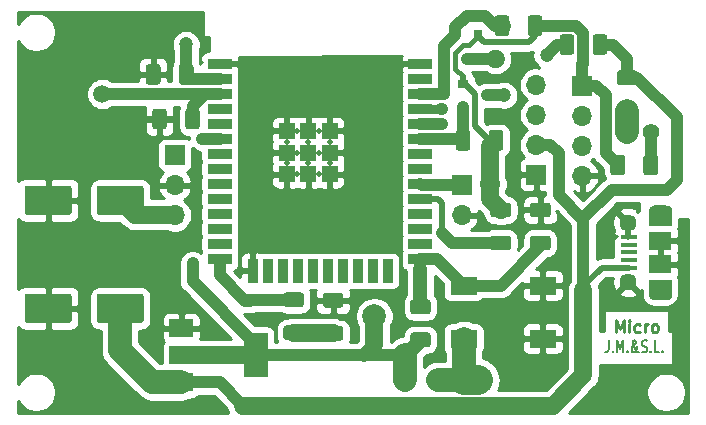
<source format=gtl>
G04 #@! TF.GenerationSoftware,KiCad,Pcbnew,(5.1.9)-1*
G04 #@! TF.CreationDate,2021-04-15T13:25:18+02:00*
G04 #@! TF.ProjectId,microfoon,6d696372-6f66-46f6-9f6e-2e6b69636164,rev?*
G04 #@! TF.SameCoordinates,Original*
G04 #@! TF.FileFunction,Copper,L1,Top*
G04 #@! TF.FilePolarity,Positive*
%FSLAX46Y46*%
G04 Gerber Fmt 4.6, Leading zero omitted, Abs format (unit mm)*
G04 Created by KiCad (PCBNEW (5.1.9)-1) date 2021-04-15 13:25:18*
%MOMM*%
%LPD*%
G01*
G04 APERTURE LIST*
G04 #@! TA.AperFunction,NonConductor*
%ADD10C,0.250000*%
G04 #@! TD*
G04 #@! TA.AperFunction,NonConductor*
%ADD11C,0.187500*%
G04 #@! TD*
G04 #@! TA.AperFunction,EtchedComponent*
%ADD12C,0.000100*%
G04 #@! TD*
G04 #@! TA.AperFunction,SMDPad,CuDef*
%ADD13R,1.350000X0.400000*%
G04 #@! TD*
G04 #@! TA.AperFunction,ComponentPad*
%ADD14C,1.450000*%
G04 #@! TD*
G04 #@! TA.AperFunction,SMDPad,CuDef*
%ADD15R,1.900000X1.500000*%
G04 #@! TD*
G04 #@! TA.AperFunction,ComponentPad*
%ADD16O,1.900000X0.950000*%
G04 #@! TD*
G04 #@! TA.AperFunction,SMDPad,CuDef*
%ADD17R,2.300000X1.500000*%
G04 #@! TD*
G04 #@! TA.AperFunction,SMDPad,CuDef*
%ADD18R,2.000000X3.800000*%
G04 #@! TD*
G04 #@! TA.AperFunction,SMDPad,CuDef*
%ADD19R,2.000000X1.500000*%
G04 #@! TD*
G04 #@! TA.AperFunction,SMDPad,CuDef*
%ADD20R,2.000000X0.900000*%
G04 #@! TD*
G04 #@! TA.AperFunction,SMDPad,CuDef*
%ADD21R,0.900000X2.000000*%
G04 #@! TD*
G04 #@! TA.AperFunction,SMDPad,CuDef*
%ADD22R,1.330000X1.330000*%
G04 #@! TD*
G04 #@! TA.AperFunction,ComponentPad*
%ADD23C,0.500000*%
G04 #@! TD*
G04 #@! TA.AperFunction,ComponentPad*
%ADD24R,1.700000X1.700000*%
G04 #@! TD*
G04 #@! TA.AperFunction,ComponentPad*
%ADD25O,1.700000X1.700000*%
G04 #@! TD*
G04 #@! TA.AperFunction,SMDPad,CuDef*
%ADD26R,0.800000X0.900000*%
G04 #@! TD*
G04 #@! TA.AperFunction,SMDPad,CuDef*
%ADD27R,0.900000X0.800000*%
G04 #@! TD*
G04 #@! TA.AperFunction,ViaPad*
%ADD28C,1.700000*%
G04 #@! TD*
G04 #@! TA.AperFunction,ViaPad*
%ADD29C,2.000000*%
G04 #@! TD*
G04 #@! TA.AperFunction,ViaPad*
%ADD30C,1.000000*%
G04 #@! TD*
G04 #@! TA.AperFunction,ViaPad*
%ADD31C,1.200000*%
G04 #@! TD*
G04 #@! TA.AperFunction,ViaPad*
%ADD32C,0.800000*%
G04 #@! TD*
G04 #@! TA.AperFunction,ViaPad*
%ADD33C,1.400000*%
G04 #@! TD*
G04 #@! TA.AperFunction,ViaPad*
%ADD34C,1.900000*%
G04 #@! TD*
G04 #@! TA.AperFunction,ViaPad*
%ADD35C,1.500000*%
G04 #@! TD*
G04 #@! TA.AperFunction,Conductor*
%ADD36C,1.000000*%
G04 #@! TD*
G04 #@! TA.AperFunction,Conductor*
%ADD37C,0.500000*%
G04 #@! TD*
G04 #@! TA.AperFunction,Conductor*
%ADD38C,2.000000*%
G04 #@! TD*
G04 #@! TA.AperFunction,Conductor*
%ADD39C,1.300000*%
G04 #@! TD*
G04 #@! TA.AperFunction,Conductor*
%ADD40C,1.500000*%
G04 #@! TD*
G04 #@! TA.AperFunction,Conductor*
%ADD41C,1.200000*%
G04 #@! TD*
G04 #@! TA.AperFunction,Conductor*
%ADD42C,0.400000*%
G04 #@! TD*
G04 #@! TA.AperFunction,Conductor*
%ADD43C,0.800000*%
G04 #@! TD*
G04 #@! TA.AperFunction,Conductor*
%ADD44C,0.250000*%
G04 #@! TD*
G04 #@! TA.AperFunction,Conductor*
%ADD45C,2.500000*%
G04 #@! TD*
G04 #@! TA.AperFunction,Conductor*
%ADD46C,0.100000*%
G04 #@! TD*
G04 APERTURE END LIST*
D10*
X135938095Y-67552380D02*
X135938095Y-66552380D01*
X136271428Y-67266666D01*
X136604761Y-66552380D01*
X136604761Y-67552380D01*
X137080952Y-67552380D02*
X137080952Y-66885714D01*
X137080952Y-66552380D02*
X137033333Y-66600000D01*
X137080952Y-66647619D01*
X137128571Y-66600000D01*
X137080952Y-66552380D01*
X137080952Y-66647619D01*
X137985714Y-67504761D02*
X137890476Y-67552380D01*
X137700000Y-67552380D01*
X137604761Y-67504761D01*
X137557142Y-67457142D01*
X137509523Y-67361904D01*
X137509523Y-67076190D01*
X137557142Y-66980952D01*
X137604761Y-66933333D01*
X137700000Y-66885714D01*
X137890476Y-66885714D01*
X137985714Y-66933333D01*
X138414285Y-67552380D02*
X138414285Y-66885714D01*
X138414285Y-67076190D02*
X138461904Y-66980952D01*
X138509523Y-66933333D01*
X138604761Y-66885714D01*
X138700000Y-66885714D01*
X139176190Y-67552380D02*
X139080952Y-67504761D01*
X139033333Y-67457142D01*
X138985714Y-67361904D01*
X138985714Y-67076190D01*
X139033333Y-66980952D01*
X139080952Y-66933333D01*
X139176190Y-66885714D01*
X139319047Y-66885714D01*
X139414285Y-66933333D01*
X139461904Y-66980952D01*
X139509523Y-67076190D01*
X139509523Y-67361904D01*
X139461904Y-67457142D01*
X139414285Y-67504761D01*
X139319047Y-67552380D01*
X139176190Y-67552380D01*
D11*
X135339285Y-68252380D02*
X135339285Y-68966666D01*
X135303571Y-69109523D01*
X135232142Y-69204761D01*
X135125000Y-69252380D01*
X135053571Y-69252380D01*
X135696428Y-69157142D02*
X135732142Y-69204761D01*
X135696428Y-69252380D01*
X135660714Y-69204761D01*
X135696428Y-69157142D01*
X135696428Y-69252380D01*
X136053571Y-69252380D02*
X136053571Y-68252380D01*
X136303571Y-68966666D01*
X136553571Y-68252380D01*
X136553571Y-69252380D01*
X136910714Y-69157142D02*
X136946428Y-69204761D01*
X136910714Y-69252380D01*
X136875000Y-69204761D01*
X136910714Y-69157142D01*
X136910714Y-69252380D01*
X137875000Y-69252380D02*
X137839285Y-69252380D01*
X137767857Y-69204761D01*
X137660714Y-69061904D01*
X137482142Y-68776190D01*
X137410714Y-68633333D01*
X137375000Y-68490476D01*
X137375000Y-68395238D01*
X137410714Y-68300000D01*
X137482142Y-68252380D01*
X137517857Y-68252380D01*
X137589285Y-68300000D01*
X137625000Y-68395238D01*
X137625000Y-68442857D01*
X137589285Y-68538095D01*
X137553571Y-68585714D01*
X137339285Y-68776190D01*
X137303571Y-68823809D01*
X137267857Y-68919047D01*
X137267857Y-69061904D01*
X137303571Y-69157142D01*
X137339285Y-69204761D01*
X137410714Y-69252380D01*
X137517857Y-69252380D01*
X137589285Y-69204761D01*
X137625000Y-69157142D01*
X137732142Y-68966666D01*
X137767857Y-68823809D01*
X137767857Y-68728571D01*
X138160714Y-69204761D02*
X138267857Y-69252380D01*
X138446428Y-69252380D01*
X138517857Y-69204761D01*
X138553571Y-69157142D01*
X138589285Y-69061904D01*
X138589285Y-68966666D01*
X138553571Y-68871428D01*
X138517857Y-68823809D01*
X138446428Y-68776190D01*
X138303571Y-68728571D01*
X138232142Y-68680952D01*
X138196428Y-68633333D01*
X138160714Y-68538095D01*
X138160714Y-68442857D01*
X138196428Y-68347619D01*
X138232142Y-68300000D01*
X138303571Y-68252380D01*
X138482142Y-68252380D01*
X138589285Y-68300000D01*
X138910714Y-69157142D02*
X138946428Y-69204761D01*
X138910714Y-69252380D01*
X138875000Y-69204761D01*
X138910714Y-69157142D01*
X138910714Y-69252380D01*
X139625000Y-69252380D02*
X139267857Y-69252380D01*
X139267857Y-68252380D01*
X139875000Y-69157142D02*
X139910714Y-69204761D01*
X139875000Y-69252380D01*
X139839285Y-69204761D01*
X139875000Y-69157142D01*
X139875000Y-69252380D01*
D12*
G36*
X138750000Y-64300000D02*
G01*
X138750000Y-63100000D01*
X140650000Y-63100000D01*
X140650000Y-64300000D01*
X140649349Y-64324860D01*
X140647398Y-64349650D01*
X140644152Y-64374310D01*
X140639620Y-64398760D01*
X140633815Y-64422940D01*
X140626752Y-64446780D01*
X140618451Y-64470220D01*
X140608934Y-64493200D01*
X140598228Y-64515650D01*
X140586362Y-64537500D01*
X140573369Y-64558700D01*
X140559283Y-64579200D01*
X140544144Y-64598930D01*
X140527994Y-64617840D01*
X140510876Y-64635880D01*
X140492837Y-64652990D01*
X140473927Y-64669140D01*
X140454198Y-64684280D01*
X140433704Y-64698370D01*
X140412500Y-64711360D01*
X140390645Y-64723230D01*
X140368200Y-64733930D01*
X140345225Y-64743450D01*
X140321783Y-64751750D01*
X140297939Y-64758810D01*
X140273758Y-64764620D01*
X140249306Y-64769150D01*
X140224651Y-64772400D01*
X140199860Y-64774350D01*
X140175000Y-64775000D01*
X139225000Y-64775000D01*
X139200140Y-64774350D01*
X139175349Y-64772400D01*
X139150694Y-64769150D01*
X139126242Y-64764620D01*
X139102061Y-64758810D01*
X139078217Y-64751750D01*
X139054775Y-64743450D01*
X139031800Y-64733930D01*
X139009355Y-64723230D01*
X138987500Y-64711360D01*
X138966296Y-64698370D01*
X138945802Y-64684280D01*
X138926073Y-64669140D01*
X138907163Y-64652990D01*
X138889124Y-64635880D01*
X138872006Y-64617840D01*
X138855856Y-64598930D01*
X138840717Y-64579200D01*
X138826631Y-64558700D01*
X138813638Y-64537500D01*
X138801772Y-64515650D01*
X138791066Y-64493200D01*
X138781549Y-64470220D01*
X138773248Y-64446780D01*
X138766185Y-64422940D01*
X138760380Y-64398760D01*
X138755848Y-64374310D01*
X138752602Y-64349650D01*
X138750651Y-64324860D01*
X138750000Y-64300000D01*
G37*
X138750000Y-64300000D02*
X138750000Y-63100000D01*
X140650000Y-63100000D01*
X140650000Y-64300000D01*
X140649349Y-64324860D01*
X140647398Y-64349650D01*
X140644152Y-64374310D01*
X140639620Y-64398760D01*
X140633815Y-64422940D01*
X140626752Y-64446780D01*
X140618451Y-64470220D01*
X140608934Y-64493200D01*
X140598228Y-64515650D01*
X140586362Y-64537500D01*
X140573369Y-64558700D01*
X140559283Y-64579200D01*
X140544144Y-64598930D01*
X140527994Y-64617840D01*
X140510876Y-64635880D01*
X140492837Y-64652990D01*
X140473927Y-64669140D01*
X140454198Y-64684280D01*
X140433704Y-64698370D01*
X140412500Y-64711360D01*
X140390645Y-64723230D01*
X140368200Y-64733930D01*
X140345225Y-64743450D01*
X140321783Y-64751750D01*
X140297939Y-64758810D01*
X140273758Y-64764620D01*
X140249306Y-64769150D01*
X140224651Y-64772400D01*
X140199860Y-64774350D01*
X140175000Y-64775000D01*
X139225000Y-64775000D01*
X139200140Y-64774350D01*
X139175349Y-64772400D01*
X139150694Y-64769150D01*
X139126242Y-64764620D01*
X139102061Y-64758810D01*
X139078217Y-64751750D01*
X139054775Y-64743450D01*
X139031800Y-64733930D01*
X139009355Y-64723230D01*
X138987500Y-64711360D01*
X138966296Y-64698370D01*
X138945802Y-64684280D01*
X138926073Y-64669140D01*
X138907163Y-64652990D01*
X138889124Y-64635880D01*
X138872006Y-64617840D01*
X138855856Y-64598930D01*
X138840717Y-64579200D01*
X138826631Y-64558700D01*
X138813638Y-64537500D01*
X138801772Y-64515650D01*
X138791066Y-64493200D01*
X138781549Y-64470220D01*
X138773248Y-64446780D01*
X138766185Y-64422940D01*
X138760380Y-64398760D01*
X138755848Y-64374310D01*
X138752602Y-64349650D01*
X138750651Y-64324860D01*
X138750000Y-64300000D01*
G36*
X138750000Y-57300000D02*
G01*
X138750000Y-58500000D01*
X140650000Y-58500000D01*
X140650000Y-57300000D01*
X140649349Y-57275140D01*
X140647398Y-57250350D01*
X140644152Y-57225690D01*
X140639620Y-57201240D01*
X140633815Y-57177060D01*
X140626752Y-57153220D01*
X140618451Y-57129780D01*
X140608934Y-57106800D01*
X140598228Y-57084350D01*
X140586362Y-57062500D01*
X140573369Y-57041300D01*
X140559283Y-57020800D01*
X140544144Y-57001070D01*
X140527994Y-56982160D01*
X140510876Y-56964120D01*
X140492837Y-56947010D01*
X140473927Y-56930860D01*
X140454198Y-56915720D01*
X140433704Y-56901630D01*
X140412500Y-56888640D01*
X140390645Y-56876770D01*
X140368200Y-56866070D01*
X140345225Y-56856550D01*
X140321783Y-56848250D01*
X140297939Y-56841190D01*
X140273758Y-56835380D01*
X140249306Y-56830850D01*
X140224651Y-56827600D01*
X140199860Y-56825650D01*
X140175000Y-56825000D01*
X139225000Y-56825000D01*
X139200140Y-56825650D01*
X139175349Y-56827600D01*
X139150694Y-56830850D01*
X139126242Y-56835380D01*
X139102061Y-56841190D01*
X139078217Y-56848250D01*
X139054775Y-56856550D01*
X139031800Y-56866070D01*
X139009355Y-56876770D01*
X138987500Y-56888640D01*
X138966296Y-56901630D01*
X138945802Y-56915720D01*
X138926073Y-56930860D01*
X138907163Y-56947010D01*
X138889124Y-56964120D01*
X138872006Y-56982160D01*
X138855856Y-57001070D01*
X138840717Y-57020800D01*
X138826631Y-57041300D01*
X138813638Y-57062500D01*
X138801772Y-57084350D01*
X138791066Y-57106800D01*
X138781549Y-57129780D01*
X138773248Y-57153220D01*
X138766185Y-57177060D01*
X138760380Y-57201240D01*
X138755848Y-57225690D01*
X138752602Y-57250350D01*
X138750651Y-57275140D01*
X138750000Y-57300000D01*
G37*
X138750000Y-57300000D02*
X138750000Y-58500000D01*
X140650000Y-58500000D01*
X140650000Y-57300000D01*
X140649349Y-57275140D01*
X140647398Y-57250350D01*
X140644152Y-57225690D01*
X140639620Y-57201240D01*
X140633815Y-57177060D01*
X140626752Y-57153220D01*
X140618451Y-57129780D01*
X140608934Y-57106800D01*
X140598228Y-57084350D01*
X140586362Y-57062500D01*
X140573369Y-57041300D01*
X140559283Y-57020800D01*
X140544144Y-57001070D01*
X140527994Y-56982160D01*
X140510876Y-56964120D01*
X140492837Y-56947010D01*
X140473927Y-56930860D01*
X140454198Y-56915720D01*
X140433704Y-56901630D01*
X140412500Y-56888640D01*
X140390645Y-56876770D01*
X140368200Y-56866070D01*
X140345225Y-56856550D01*
X140321783Y-56848250D01*
X140297939Y-56841190D01*
X140273758Y-56835380D01*
X140249306Y-56830850D01*
X140224651Y-56827600D01*
X140199860Y-56825650D01*
X140175000Y-56825000D01*
X139225000Y-56825000D01*
X139200140Y-56825650D01*
X139175349Y-56827600D01*
X139150694Y-56830850D01*
X139126242Y-56835380D01*
X139102061Y-56841190D01*
X139078217Y-56848250D01*
X139054775Y-56856550D01*
X139031800Y-56866070D01*
X139009355Y-56876770D01*
X138987500Y-56888640D01*
X138966296Y-56901630D01*
X138945802Y-56915720D01*
X138926073Y-56930860D01*
X138907163Y-56947010D01*
X138889124Y-56964120D01*
X138872006Y-56982160D01*
X138855856Y-57001070D01*
X138840717Y-57020800D01*
X138826631Y-57041300D01*
X138813638Y-57062500D01*
X138801772Y-57084350D01*
X138791066Y-57106800D01*
X138781549Y-57129780D01*
X138773248Y-57153220D01*
X138766185Y-57177060D01*
X138760380Y-57201240D01*
X138755848Y-57225690D01*
X138752602Y-57250350D01*
X138750651Y-57275140D01*
X138750000Y-57300000D01*
G04 #@! TA.AperFunction,SMDPad,CuDef*
G36*
G01*
X126825000Y-57825000D02*
X125575000Y-57825000D01*
G75*
G02*
X125325000Y-57575000I0J250000D01*
G01*
X125325000Y-56825000D01*
G75*
G02*
X125575000Y-56575000I250000J0D01*
G01*
X126825000Y-56575000D01*
G75*
G02*
X127075000Y-56825000I0J-250000D01*
G01*
X127075000Y-57575000D01*
G75*
G02*
X126825000Y-57825000I-250000J0D01*
G01*
G37*
G04 #@! TD.AperFunction*
G04 #@! TA.AperFunction,SMDPad,CuDef*
G36*
G01*
X126825000Y-60625000D02*
X125575000Y-60625000D01*
G75*
G02*
X125325000Y-60375000I0J250000D01*
G01*
X125325000Y-59625000D01*
G75*
G02*
X125575000Y-59375000I250000J0D01*
G01*
X126825000Y-59375000D01*
G75*
G02*
X127075000Y-59625000I0J-250000D01*
G01*
X127075000Y-60375000D01*
G75*
G02*
X126825000Y-60625000I-250000J0D01*
G01*
G37*
G04 #@! TD.AperFunction*
G04 #@! TA.AperFunction,SMDPad,CuDef*
G36*
G01*
X138275000Y-54025000D02*
X138275000Y-52775000D01*
G75*
G02*
X138525000Y-52525000I250000J0D01*
G01*
X139275000Y-52525000D01*
G75*
G02*
X139525000Y-52775000I0J-250000D01*
G01*
X139525000Y-54025000D01*
G75*
G02*
X139275000Y-54275000I-250000J0D01*
G01*
X138525000Y-54275000D01*
G75*
G02*
X138275000Y-54025000I0J250000D01*
G01*
G37*
G04 #@! TD.AperFunction*
G04 #@! TA.AperFunction,SMDPad,CuDef*
G36*
G01*
X135475000Y-54025000D02*
X135475000Y-52775000D01*
G75*
G02*
X135725000Y-52525000I250000J0D01*
G01*
X136475000Y-52525000D01*
G75*
G02*
X136725000Y-52775000I0J-250000D01*
G01*
X136725000Y-54025000D01*
G75*
G02*
X136475000Y-54275000I-250000J0D01*
G01*
X135725000Y-54275000D01*
G75*
G02*
X135475000Y-54025000I0J250000D01*
G01*
G37*
G04 #@! TD.AperFunction*
G04 #@! TA.AperFunction,SMDPad,CuDef*
G36*
G01*
X98943000Y-46345000D02*
X98943000Y-45095000D01*
G75*
G02*
X99193000Y-44845000I250000J0D01*
G01*
X99943000Y-44845000D01*
G75*
G02*
X100193000Y-45095000I0J-250000D01*
G01*
X100193000Y-46345000D01*
G75*
G02*
X99943000Y-46595000I-250000J0D01*
G01*
X99193000Y-46595000D01*
G75*
G02*
X98943000Y-46345000I0J250000D01*
G01*
G37*
G04 #@! TD.AperFunction*
G04 #@! TA.AperFunction,SMDPad,CuDef*
G36*
G01*
X96143000Y-46345000D02*
X96143000Y-45095000D01*
G75*
G02*
X96393000Y-44845000I250000J0D01*
G01*
X97143000Y-44845000D01*
G75*
G02*
X97393000Y-45095000I0J-250000D01*
G01*
X97393000Y-46345000D01*
G75*
G02*
X97143000Y-46595000I-250000J0D01*
G01*
X96393000Y-46595000D01*
G75*
G02*
X96143000Y-46345000I0J250000D01*
G01*
G37*
G04 #@! TD.AperFunction*
G04 #@! TA.AperFunction,SMDPad,CuDef*
G36*
G01*
X97925000Y-48875000D02*
X97925000Y-50125000D01*
G75*
G02*
X97675000Y-50375000I-250000J0D01*
G01*
X96925000Y-50375000D01*
G75*
G02*
X96675000Y-50125000I0J250000D01*
G01*
X96675000Y-48875000D01*
G75*
G02*
X96925000Y-48625000I250000J0D01*
G01*
X97675000Y-48625000D01*
G75*
G02*
X97925000Y-48875000I0J-250000D01*
G01*
G37*
G04 #@! TD.AperFunction*
G04 #@! TA.AperFunction,SMDPad,CuDef*
G36*
G01*
X100725000Y-48875000D02*
X100725000Y-50125000D01*
G75*
G02*
X100475000Y-50375000I-250000J0D01*
G01*
X99725000Y-50375000D01*
G75*
G02*
X99475000Y-50125000I0J250000D01*
G01*
X99475000Y-48875000D01*
G75*
G02*
X99725000Y-48625000I250000J0D01*
G01*
X100475000Y-48625000D01*
G75*
G02*
X100725000Y-48875000I0J-250000D01*
G01*
G37*
G04 #@! TD.AperFunction*
G04 #@! TA.AperFunction,SMDPad,CuDef*
G36*
G01*
X131175000Y-43825000D02*
X131175000Y-42575000D01*
G75*
G02*
X131425000Y-42325000I250000J0D01*
G01*
X132175000Y-42325000D01*
G75*
G02*
X132425000Y-42575000I0J-250000D01*
G01*
X132425000Y-43825000D01*
G75*
G02*
X132175000Y-44075000I-250000J0D01*
G01*
X131425000Y-44075000D01*
G75*
G02*
X131175000Y-43825000I0J250000D01*
G01*
G37*
G04 #@! TD.AperFunction*
G04 #@! TA.AperFunction,SMDPad,CuDef*
G36*
G01*
X133975000Y-43825000D02*
X133975000Y-42575000D01*
G75*
G02*
X134225000Y-42325000I250000J0D01*
G01*
X134975000Y-42325000D01*
G75*
G02*
X135225000Y-42575000I0J-250000D01*
G01*
X135225000Y-43825000D01*
G75*
G02*
X134975000Y-44075000I-250000J0D01*
G01*
X134225000Y-44075000D01*
G75*
G02*
X133975000Y-43825000I0J250000D01*
G01*
G37*
G04 #@! TD.AperFunction*
D13*
X137025000Y-59500000D03*
X137025000Y-60150000D03*
X137025000Y-60800000D03*
X137025000Y-61450000D03*
X137025000Y-62100000D03*
D14*
X137000000Y-58300000D03*
X137000000Y-63300000D03*
D15*
X139700000Y-59800000D03*
X139700000Y-61800000D03*
D16*
X139700000Y-57300000D03*
X139700000Y-64300000D03*
D17*
X123050000Y-68100000D03*
X129750000Y-68100000D03*
X129750000Y-63600000D03*
X123050000Y-63600000D03*
D18*
X105450000Y-69500000D03*
D19*
X99150000Y-69500000D03*
X99150000Y-71800000D03*
X99150000Y-67200000D03*
D20*
X102400000Y-44840000D03*
X102400000Y-46110000D03*
X102400000Y-47380000D03*
X102400000Y-48650000D03*
X102400000Y-49920000D03*
X102400000Y-51190000D03*
X102400000Y-52460000D03*
X102400000Y-53730000D03*
X102400000Y-55000000D03*
X102400000Y-56270000D03*
X102400000Y-57540000D03*
X102400000Y-58810000D03*
X102400000Y-60080000D03*
X102400000Y-61350000D03*
D21*
X105185000Y-62350000D03*
X106455000Y-62350000D03*
X107725000Y-62350000D03*
X108995000Y-62350000D03*
X110265000Y-62350000D03*
X111535000Y-62350000D03*
X112805000Y-62350000D03*
X114075000Y-62350000D03*
X115345000Y-62350000D03*
X116615000Y-62350000D03*
D20*
X119400000Y-61350000D03*
X119400000Y-60080000D03*
X119400000Y-58810000D03*
X119400000Y-57540000D03*
X119400000Y-56270000D03*
X119400000Y-55000000D03*
X119400000Y-53730000D03*
X119400000Y-52460000D03*
X119400000Y-51190000D03*
X119400000Y-49920000D03*
X119400000Y-48650000D03*
X119400000Y-47380000D03*
X119400000Y-46110000D03*
X119400000Y-44840000D03*
D22*
X108065000Y-50505000D03*
X109900000Y-50505000D03*
X111735000Y-50505000D03*
X108065000Y-52340000D03*
X109900000Y-52340000D03*
X111735000Y-52340000D03*
X108065000Y-54175000D03*
X109900000Y-54175000D03*
X111735000Y-54175000D03*
D23*
X108982500Y-50505000D03*
X110817500Y-50505000D03*
X108065000Y-51422500D03*
X109900000Y-51422500D03*
X111735000Y-51422500D03*
X108982500Y-52340000D03*
X110817500Y-52340000D03*
X108065000Y-53257500D03*
X109900000Y-53257500D03*
X111735000Y-53257500D03*
X108982500Y-54175000D03*
X110817500Y-54175000D03*
D24*
X98600000Y-52560000D03*
D25*
X98600000Y-55100000D03*
X98600000Y-57640000D03*
D24*
X133100000Y-46700000D03*
D25*
X133100000Y-49240000D03*
X133100000Y-51780000D03*
X133100000Y-54320000D03*
X129200000Y-46600000D03*
X129200000Y-49140000D03*
X129200000Y-51680000D03*
D24*
X129200000Y-54220000D03*
X122900000Y-55100000D03*
D25*
X122900000Y-57640000D03*
G04 #@! TA.AperFunction,SMDPad,CuDef*
G36*
G01*
X130165000Y-60625000D02*
X128915000Y-60625000D01*
G75*
G02*
X128665000Y-60375000I0J250000D01*
G01*
X128665000Y-59625000D01*
G75*
G02*
X128915000Y-59375000I250000J0D01*
G01*
X130165000Y-59375000D01*
G75*
G02*
X130415000Y-59625000I0J-250000D01*
G01*
X130415000Y-60375000D01*
G75*
G02*
X130165000Y-60625000I-250000J0D01*
G01*
G37*
G04 #@! TD.AperFunction*
G04 #@! TA.AperFunction,SMDPad,CuDef*
G36*
G01*
X130165000Y-57825000D02*
X128915000Y-57825000D01*
G75*
G02*
X128665000Y-57575000I0J250000D01*
G01*
X128665000Y-56825000D01*
G75*
G02*
X128915000Y-56575000I250000J0D01*
G01*
X130165000Y-56575000D01*
G75*
G02*
X130415000Y-56825000I0J-250000D01*
G01*
X130415000Y-57575000D01*
G75*
G02*
X130165000Y-57825000I-250000J0D01*
G01*
G37*
G04 #@! TD.AperFunction*
D26*
X123300000Y-44400000D03*
X122350000Y-42400000D03*
X124250000Y-42400000D03*
D27*
X123000000Y-46550000D03*
X123000000Y-48450000D03*
X125000000Y-47500000D03*
G04 #@! TA.AperFunction,SMDPad,CuDef*
G36*
G01*
X120275000Y-72225000D02*
X120275000Y-70975000D01*
G75*
G02*
X120525000Y-70725000I250000J0D01*
G01*
X121275000Y-70725000D01*
G75*
G02*
X121525000Y-70975000I0J-250000D01*
G01*
X121525000Y-72225000D01*
G75*
G02*
X121275000Y-72475000I-250000J0D01*
G01*
X120525000Y-72475000D01*
G75*
G02*
X120275000Y-72225000I0J250000D01*
G01*
G37*
G04 #@! TD.AperFunction*
G04 #@! TA.AperFunction,SMDPad,CuDef*
G36*
G01*
X117475000Y-72225000D02*
X117475000Y-70975000D01*
G75*
G02*
X117725000Y-70725000I250000J0D01*
G01*
X118475000Y-70725000D01*
G75*
G02*
X118725000Y-70975000I0J-250000D01*
G01*
X118725000Y-72225000D01*
G75*
G02*
X118475000Y-72475000I-250000J0D01*
G01*
X117725000Y-72475000D01*
G75*
G02*
X117475000Y-72225000I0J250000D01*
G01*
G37*
G04 #@! TD.AperFunction*
G04 #@! TA.AperFunction,SMDPad,CuDef*
G36*
G01*
X128475000Y-42225000D02*
X128475000Y-40975000D01*
G75*
G02*
X128725000Y-40725000I250000J0D01*
G01*
X129475000Y-40725000D01*
G75*
G02*
X129725000Y-40975000I0J-250000D01*
G01*
X129725000Y-42225000D01*
G75*
G02*
X129475000Y-42475000I-250000J0D01*
G01*
X128725000Y-42475000D01*
G75*
G02*
X128475000Y-42225000I0J250000D01*
G01*
G37*
G04 #@! TD.AperFunction*
G04 #@! TA.AperFunction,SMDPad,CuDef*
G36*
G01*
X125675000Y-42225000D02*
X125675000Y-40975000D01*
G75*
G02*
X125925000Y-40725000I250000J0D01*
G01*
X126675000Y-40725000D01*
G75*
G02*
X126925000Y-40975000I0J-250000D01*
G01*
X126925000Y-42225000D01*
G75*
G02*
X126675000Y-42475000I-250000J0D01*
G01*
X125925000Y-42475000D01*
G75*
G02*
X125675000Y-42225000I0J250000D01*
G01*
G37*
G04 #@! TD.AperFunction*
G04 #@! TA.AperFunction,SMDPad,CuDef*
G36*
G01*
X125175000Y-51925000D02*
X125175000Y-50675000D01*
G75*
G02*
X125425000Y-50425000I250000J0D01*
G01*
X126175000Y-50425000D01*
G75*
G02*
X126425000Y-50675000I0J-250000D01*
G01*
X126425000Y-51925000D01*
G75*
G02*
X126175000Y-52175000I-250000J0D01*
G01*
X125425000Y-52175000D01*
G75*
G02*
X125175000Y-51925000I0J250000D01*
G01*
G37*
G04 #@! TD.AperFunction*
G04 #@! TA.AperFunction,SMDPad,CuDef*
G36*
G01*
X122375000Y-51925000D02*
X122375000Y-50675000D01*
G75*
G02*
X122625000Y-50425000I250000J0D01*
G01*
X123375000Y-50425000D01*
G75*
G02*
X123625000Y-50675000I0J-250000D01*
G01*
X123625000Y-51925000D01*
G75*
G02*
X123375000Y-52175000I-250000J0D01*
G01*
X122625000Y-52175000D01*
G75*
G02*
X122375000Y-51925000I0J250000D01*
G01*
G37*
G04 #@! TD.AperFunction*
G04 #@! TA.AperFunction,SMDPad,CuDef*
G36*
G01*
X137525000Y-49425000D02*
X136275000Y-49425000D01*
G75*
G02*
X136025000Y-49175000I0J250000D01*
G01*
X136025000Y-48425000D01*
G75*
G02*
X136275000Y-48175000I250000J0D01*
G01*
X137525000Y-48175000D01*
G75*
G02*
X137775000Y-48425000I0J-250000D01*
G01*
X137775000Y-49175000D01*
G75*
G02*
X137525000Y-49425000I-250000J0D01*
G01*
G37*
G04 #@! TD.AperFunction*
G04 #@! TA.AperFunction,SMDPad,CuDef*
G36*
G01*
X137525000Y-46625000D02*
X136275000Y-46625000D01*
G75*
G02*
X136025000Y-46375000I0J250000D01*
G01*
X136025000Y-45625000D01*
G75*
G02*
X136275000Y-45375000I250000J0D01*
G01*
X137525000Y-45375000D01*
G75*
G02*
X137775000Y-45625000I0J-250000D01*
G01*
X137775000Y-46375000D01*
G75*
G02*
X137525000Y-46625000I-250000J0D01*
G01*
G37*
G04 #@! TD.AperFunction*
G04 #@! TA.AperFunction,SMDPad,CuDef*
G36*
G01*
X120025000Y-68825000D02*
X118775000Y-68825000D01*
G75*
G02*
X118525000Y-68575000I0J250000D01*
G01*
X118525000Y-67825000D01*
G75*
G02*
X118775000Y-67575000I250000J0D01*
G01*
X120025000Y-67575000D01*
G75*
G02*
X120275000Y-67825000I0J-250000D01*
G01*
X120275000Y-68575000D01*
G75*
G02*
X120025000Y-68825000I-250000J0D01*
G01*
G37*
G04 #@! TD.AperFunction*
G04 #@! TA.AperFunction,SMDPad,CuDef*
G36*
G01*
X120025000Y-66025000D02*
X118775000Y-66025000D01*
G75*
G02*
X118525000Y-65775000I0J250000D01*
G01*
X118525000Y-65025000D01*
G75*
G02*
X118775000Y-64775000I250000J0D01*
G01*
X120025000Y-64775000D01*
G75*
G02*
X120275000Y-65025000I0J-250000D01*
G01*
X120275000Y-65775000D01*
G75*
G02*
X120025000Y-66025000I-250000J0D01*
G01*
G37*
G04 #@! TD.AperFunction*
G04 #@! TA.AperFunction,SMDPad,CuDef*
G36*
G01*
X111379999Y-64220001D02*
X112629999Y-64220001D01*
G75*
G02*
X112879999Y-64470001I0J-250000D01*
G01*
X112879999Y-65220001D01*
G75*
G02*
X112629999Y-65470001I-250000J0D01*
G01*
X111379999Y-65470001D01*
G75*
G02*
X111129999Y-65220001I0J250000D01*
G01*
X111129999Y-64470001D01*
G75*
G02*
X111379999Y-64220001I250000J0D01*
G01*
G37*
G04 #@! TD.AperFunction*
G04 #@! TA.AperFunction,SMDPad,CuDef*
G36*
G01*
X111379999Y-67020001D02*
X112629999Y-67020001D01*
G75*
G02*
X112879999Y-67270001I0J-250000D01*
G01*
X112879999Y-68020001D01*
G75*
G02*
X112629999Y-68270001I-250000J0D01*
G01*
X111379999Y-68270001D01*
G75*
G02*
X111129999Y-68020001I0J250000D01*
G01*
X111129999Y-67270001D01*
G75*
G02*
X111379999Y-67020001I250000J0D01*
G01*
G37*
G04 #@! TD.AperFunction*
G04 #@! TA.AperFunction,SMDPad,CuDef*
G36*
G01*
X108039999Y-64180001D02*
X109289999Y-64180001D01*
G75*
G02*
X109539999Y-64430001I0J-250000D01*
G01*
X109539999Y-65180001D01*
G75*
G02*
X109289999Y-65430001I-250000J0D01*
G01*
X108039999Y-65430001D01*
G75*
G02*
X107789999Y-65180001I0J250000D01*
G01*
X107789999Y-64430001D01*
G75*
G02*
X108039999Y-64180001I250000J0D01*
G01*
G37*
G04 #@! TD.AperFunction*
G04 #@! TA.AperFunction,SMDPad,CuDef*
G36*
G01*
X108039999Y-66980001D02*
X109289999Y-66980001D01*
G75*
G02*
X109539999Y-67230001I0J-250000D01*
G01*
X109539999Y-67980001D01*
G75*
G02*
X109289999Y-68230001I-250000J0D01*
G01*
X108039999Y-68230001D01*
G75*
G02*
X107789999Y-67980001I0J250000D01*
G01*
X107789999Y-67230001D01*
G75*
G02*
X108039999Y-66980001I250000J0D01*
G01*
G37*
G04 #@! TD.AperFunction*
G04 #@! TA.AperFunction,SMDPad,CuDef*
G36*
G01*
X95982000Y-64532000D02*
X95982000Y-66532000D01*
G75*
G02*
X95732000Y-66782000I-250000J0D01*
G01*
X92232000Y-66782000D01*
G75*
G02*
X91982000Y-66532000I0J250000D01*
G01*
X91982000Y-64532000D01*
G75*
G02*
X92232000Y-64282000I250000J0D01*
G01*
X95732000Y-64282000D01*
G75*
G02*
X95982000Y-64532000I0J-250000D01*
G01*
G37*
G04 #@! TD.AperFunction*
G04 #@! TA.AperFunction,SMDPad,CuDef*
G36*
G01*
X89882000Y-64532000D02*
X89882000Y-66532000D01*
G75*
G02*
X89632000Y-66782000I-250000J0D01*
G01*
X86132000Y-66782000D01*
G75*
G02*
X85882000Y-66532000I0J250000D01*
G01*
X85882000Y-64532000D01*
G75*
G02*
X86132000Y-64282000I250000J0D01*
G01*
X89632000Y-64282000D01*
G75*
G02*
X89882000Y-64532000I0J-250000D01*
G01*
G37*
G04 #@! TD.AperFunction*
G04 #@! TA.AperFunction,SMDPad,CuDef*
G36*
G01*
X89882000Y-55388000D02*
X89882000Y-57388000D01*
G75*
G02*
X89632000Y-57638000I-250000J0D01*
G01*
X86132000Y-57638000D01*
G75*
G02*
X85882000Y-57388000I0J250000D01*
G01*
X85882000Y-55388000D01*
G75*
G02*
X86132000Y-55138000I250000J0D01*
G01*
X89632000Y-55138000D01*
G75*
G02*
X89882000Y-55388000I0J-250000D01*
G01*
G37*
G04 #@! TD.AperFunction*
G04 #@! TA.AperFunction,SMDPad,CuDef*
G36*
G01*
X95982000Y-55388000D02*
X95982000Y-57388000D01*
G75*
G02*
X95732000Y-57638000I-250000J0D01*
G01*
X92232000Y-57638000D01*
G75*
G02*
X91982000Y-57388000I0J250000D01*
G01*
X91982000Y-55388000D01*
G75*
G02*
X92232000Y-55138000I250000J0D01*
G01*
X95732000Y-55138000D01*
G75*
G02*
X95982000Y-55388000I0J-250000D01*
G01*
G37*
G04 #@! TD.AperFunction*
D28*
X125300006Y-55000000D03*
D29*
X115500000Y-66200000D03*
D30*
X100100000Y-61699996D03*
D31*
X99568008Y-43180000D03*
D32*
X100900000Y-51190002D03*
D30*
X121250000Y-48650000D03*
D33*
X138900000Y-50600000D03*
D30*
X121200000Y-49900000D03*
D34*
X136900000Y-50600000D03*
D31*
X126450000Y-47500000D03*
D32*
X129200000Y-49140000D03*
D31*
X125700000Y-44400000D03*
X130100000Y-44100000D03*
D29*
X124300000Y-71600000D03*
D35*
X92456000Y-47379998D03*
D36*
X132543520Y-41600000D02*
X133125010Y-42181490D01*
X129100000Y-41600000D02*
X132543520Y-41600000D01*
D37*
X124250000Y-42400000D02*
X124250000Y-42450000D01*
X123000000Y-46550000D02*
X123150000Y-46550000D01*
X123150000Y-46550000D02*
X124000000Y-47400000D01*
X125175000Y-51300000D02*
X125800000Y-51300000D01*
X124000000Y-50125000D02*
X125175000Y-51300000D01*
X124000000Y-47400000D02*
X124000000Y-50125000D01*
X123000000Y-45900000D02*
X123000000Y-46550000D01*
D36*
X125800000Y-51300000D02*
X125300000Y-51800000D01*
D38*
X118100000Y-69500000D02*
X118100000Y-71600000D01*
D39*
X119400000Y-68200000D02*
X118100000Y-69500000D01*
D36*
X133100000Y-44850000D02*
X133100000Y-46700000D01*
X133125010Y-44824990D02*
X133100000Y-44850000D01*
X133125010Y-42181490D02*
X133125010Y-44824990D01*
D40*
X125300000Y-51800000D02*
X125300000Y-55300000D01*
D37*
X129100000Y-42475000D02*
X129100000Y-41600000D01*
X128575000Y-43000000D02*
X129100000Y-42475000D01*
X124250000Y-42450000D02*
X124800000Y-43000000D01*
X124800000Y-43000000D02*
X128575000Y-43000000D01*
D40*
X125300000Y-55000006D02*
X125300006Y-55000000D01*
X125300000Y-55300000D02*
X125300000Y-55000006D01*
X99150000Y-69500000D02*
X105450000Y-69500000D01*
D36*
X98560000Y-57600000D02*
X98600000Y-57640000D01*
X105450000Y-69500000D02*
X107450000Y-69500000D01*
D40*
X115500000Y-68600000D02*
X115500000Y-66200000D01*
D41*
X114600000Y-69500000D02*
X115500000Y-68600000D01*
D36*
X114600000Y-69500000D02*
X118100000Y-69500000D01*
X107450000Y-69500000D02*
X114600000Y-69500000D01*
X135100000Y-52400000D02*
X136100000Y-53400000D01*
X135100000Y-47500000D02*
X135100000Y-52400000D01*
X133100000Y-46700000D02*
X134300000Y-46700000D01*
X134300000Y-46700000D02*
X135100000Y-47500000D01*
D40*
X125300006Y-56300006D02*
X126200000Y-57200000D01*
X125300006Y-55000000D02*
X125300006Y-56300006D01*
D36*
X100100000Y-63250000D02*
X100100000Y-62407102D01*
X100100000Y-62407102D02*
X100100000Y-61699996D01*
X105450000Y-68600000D02*
X100100000Y-63250000D01*
X105450000Y-69500000D02*
X105450000Y-68600000D01*
X99958000Y-46110000D02*
X99568000Y-45720000D01*
X102400000Y-46110000D02*
X99958000Y-46110000D01*
D42*
X122325010Y-45225010D02*
X123000000Y-45900000D01*
X122325010Y-43874990D02*
X122325010Y-45225010D01*
X122978000Y-43222000D02*
X122325010Y-43874990D01*
X123478000Y-43222000D02*
X122978000Y-43222000D01*
X124250000Y-42450000D02*
X123478000Y-43222000D01*
D40*
X95194000Y-57600000D02*
X98560000Y-57600000D01*
X93982000Y-56388000D02*
X95194000Y-57600000D01*
D36*
X99568000Y-45720000D02*
X99568000Y-43180008D01*
X99568000Y-43180008D02*
X99568008Y-43180000D01*
D37*
X133200000Y-64000000D02*
X133200000Y-63650000D01*
D36*
X134600000Y-43200000D02*
X135700000Y-43200000D01*
X136900000Y-44400000D02*
X136900000Y-46000000D01*
X135700000Y-43200000D02*
X136900000Y-44400000D01*
X133200000Y-58600000D02*
X133200000Y-63650000D01*
X133200000Y-58600000D02*
X133200000Y-57900000D01*
X102400000Y-71800000D02*
X99150000Y-71800000D01*
X104400000Y-73800000D02*
X102400000Y-71800000D01*
D40*
X133200000Y-71200000D02*
X133200000Y-64000000D01*
X104400000Y-73800000D02*
X130600000Y-73800000D01*
X130600000Y-73800000D02*
X133200000Y-71200000D01*
D37*
X134750000Y-62100000D02*
X137025000Y-62100000D01*
X133200000Y-63650000D02*
X134750000Y-62100000D01*
D36*
X93982000Y-66548000D02*
X93982000Y-67056000D01*
D38*
X93982000Y-69090000D02*
X93982000Y-65532000D01*
X96692000Y-71800000D02*
X93982000Y-69090000D01*
X99150000Y-71800000D02*
X96692000Y-71800000D01*
D36*
X137775000Y-46000000D02*
X136900000Y-46000000D01*
X141100000Y-49325000D02*
X137775000Y-46000000D01*
X141100000Y-54700000D02*
X141100000Y-49325000D01*
X140300000Y-55500000D02*
X141100000Y-54700000D01*
X135600000Y-55500000D02*
X140300000Y-55500000D01*
X133200000Y-57900000D02*
X135600000Y-55500000D01*
X133200000Y-58016000D02*
X133200000Y-58600000D01*
X131100000Y-55916000D02*
X133200000Y-58016000D01*
X131100000Y-52377919D02*
X131100000Y-55916000D01*
X130402081Y-51680000D02*
X131100000Y-52377919D01*
X129200000Y-51680000D02*
X130402081Y-51680000D01*
X102399998Y-51190002D02*
X101465685Y-51190002D01*
X101465685Y-51190002D02*
X100900000Y-51190002D01*
X102400000Y-51190000D02*
X102399998Y-51190002D01*
D43*
X119400000Y-48650000D02*
X121150000Y-48650000D01*
D36*
X121150000Y-48650000D02*
X121250000Y-48650000D01*
X138900000Y-53400000D02*
X138900000Y-50600000D01*
X119400000Y-49920000D02*
X119620000Y-49920000D01*
X120020000Y-49920000D02*
X120040000Y-49900000D01*
X119400000Y-49920000D02*
X120020000Y-49920000D01*
X120040000Y-49900000D02*
X121100000Y-49900000D01*
X121100000Y-49900000D02*
X121200000Y-49900000D01*
D38*
X136900000Y-48800000D02*
X136900000Y-50600000D01*
D36*
X125000000Y-47500000D02*
X126450000Y-47500000D01*
X119500000Y-55100000D02*
X119400000Y-55000000D01*
X122900000Y-55100000D02*
X119500000Y-55100000D01*
X123300000Y-44400000D02*
X125700000Y-44400000D01*
D40*
X125700000Y-44400000D02*
X125800000Y-44400000D01*
D36*
X131000000Y-43200000D02*
X130100000Y-44100000D01*
X131800000Y-43200000D02*
X131000000Y-43200000D01*
D44*
X109900000Y-51422500D02*
X109900000Y-52340000D01*
D37*
X111489999Y-64905001D02*
X112364999Y-64905001D01*
D44*
X137000000Y-59475000D02*
X137025000Y-59500000D01*
D37*
X137000000Y-58300000D02*
X137000000Y-59475000D01*
D36*
X123100000Y-68150000D02*
X123050000Y-68100000D01*
D38*
X123100000Y-71600000D02*
X123100000Y-68150000D01*
X123100000Y-71600000D02*
X120900000Y-71600000D01*
D45*
X123100000Y-71600000D02*
X124300000Y-71600000D01*
D36*
X102400000Y-47380000D02*
X101120000Y-47380000D01*
X100100000Y-48400000D02*
X100100000Y-49500000D01*
X101120000Y-47380000D02*
X100100000Y-48400000D01*
X93607998Y-47379998D02*
X92456000Y-47379998D01*
X93608000Y-47380000D02*
X93607998Y-47379998D01*
X102400000Y-47380000D02*
X93608000Y-47380000D01*
X119400000Y-62200000D02*
X119400000Y-61350000D01*
D41*
X119400000Y-62200000D02*
X119400000Y-65400000D01*
D36*
X119400000Y-61350000D02*
X120800000Y-61350000D01*
X120800000Y-61350000D02*
X123050000Y-63600000D01*
X129540000Y-60285000D02*
X129540000Y-60000000D01*
X126225000Y-63600000D02*
X129540000Y-60285000D01*
X123050000Y-63600000D02*
X126225000Y-63600000D01*
D40*
X126250000Y-41550000D02*
X126300000Y-41600000D01*
D36*
X122350000Y-42400000D02*
X122350000Y-41750000D01*
X122350000Y-41750000D02*
X123300000Y-40800000D01*
X125675000Y-41600000D02*
X126300000Y-41600000D01*
X124875000Y-40800000D02*
X125675000Y-41600000D01*
X123300000Y-40800000D02*
X124875000Y-40800000D01*
X119400000Y-47380000D02*
X121400000Y-47380000D01*
X121400000Y-47380000D02*
X121424999Y-47355001D01*
X121424999Y-47355001D02*
X121424999Y-43325001D01*
X121424999Y-43325001D02*
X122350000Y-42400000D01*
X123000000Y-48450000D02*
X123000000Y-51300000D01*
X119410000Y-51200000D02*
X119400000Y-51190000D01*
X122890000Y-51190000D02*
X123000000Y-51300000D01*
X119400000Y-51190000D02*
X122890000Y-51190000D01*
D37*
X111964999Y-67605001D02*
X112004999Y-67645001D01*
D40*
X108664999Y-67605001D02*
X111964999Y-67605001D01*
D36*
X102400000Y-62725002D02*
X102400000Y-61480001D01*
X105005001Y-64905001D02*
X104579999Y-64905001D01*
X104579999Y-64905001D02*
X102400000Y-62725002D01*
X104679999Y-64805001D02*
X108664999Y-64805001D01*
X104579999Y-64905001D02*
X104679999Y-64805001D01*
X126200000Y-60000000D02*
X122600000Y-60000000D01*
D37*
X120900010Y-56300010D02*
X119400000Y-56300010D01*
X121200000Y-56600000D02*
X120900010Y-56300010D01*
D36*
X122034000Y-60000000D02*
X121200000Y-59166000D01*
D37*
X121200000Y-59166000D02*
X121200000Y-56600000D01*
D36*
X122600000Y-60000000D02*
X122034000Y-60000000D01*
D44*
X142050000Y-74031931D02*
X142050001Y-74031941D01*
X142050001Y-74350000D01*
X131994543Y-74350000D01*
X133865516Y-72479027D01*
X138533000Y-72479027D01*
X138533000Y-72808973D01*
X138597369Y-73132580D01*
X138723634Y-73437410D01*
X138906942Y-73711751D01*
X139140249Y-73945058D01*
X139414590Y-74128366D01*
X139719420Y-74254631D01*
X140043027Y-74319000D01*
X140372973Y-74319000D01*
X140696580Y-74254631D01*
X141001410Y-74128366D01*
X141275751Y-73945058D01*
X141509058Y-73711751D01*
X141692366Y-73437410D01*
X141818631Y-73132580D01*
X141883000Y-72808973D01*
X141883000Y-72479027D01*
X141818631Y-72155420D01*
X141692366Y-71850590D01*
X141509058Y-71576249D01*
X141275751Y-71342942D01*
X141001410Y-71159634D01*
X140696580Y-71033369D01*
X140372973Y-70969000D01*
X140043027Y-70969000D01*
X139719420Y-71033369D01*
X139414590Y-71159634D01*
X139140249Y-71342942D01*
X138906942Y-71576249D01*
X138723634Y-71850590D01*
X138597369Y-72155420D01*
X138533000Y-72479027D01*
X133865516Y-72479027D01*
X134124511Y-72220032D01*
X134176975Y-72176976D01*
X134220035Y-72124508D01*
X134348802Y-71967606D01*
X134438389Y-71800000D01*
X134476481Y-71728736D01*
X134555105Y-71469547D01*
X134575000Y-71267549D01*
X134575000Y-71267540D01*
X134581652Y-71200001D01*
X134575000Y-71132462D01*
X134575000Y-70345625D01*
X140772322Y-70345625D01*
X140772322Y-67408125D01*
X140450000Y-67408125D01*
X140450000Y-65692500D01*
X134950000Y-65692500D01*
X134950000Y-67408125D01*
X134575000Y-67408125D01*
X134575000Y-64239323D01*
X136243110Y-64239323D01*
X136305881Y-64474842D01*
X136548418Y-64587683D01*
X136808310Y-64651040D01*
X137075568Y-64662477D01*
X137339922Y-64621554D01*
X137591213Y-64529846D01*
X137694119Y-64474842D01*
X137756890Y-64239323D01*
X137000000Y-63482434D01*
X136243110Y-64239323D01*
X134575000Y-64239323D01*
X134575000Y-63932451D01*
X134555105Y-63730453D01*
X134508993Y-63578443D01*
X135112437Y-62975000D01*
X135681459Y-62975000D01*
X135648960Y-63108310D01*
X135637523Y-63375568D01*
X135678446Y-63639922D01*
X135770154Y-63891213D01*
X135825158Y-63994119D01*
X136060677Y-64056890D01*
X136817566Y-63300000D01*
X136803424Y-63285858D01*
X136985858Y-63103424D01*
X137000000Y-63117566D01*
X137014142Y-63103424D01*
X137196576Y-63285858D01*
X137182434Y-63300000D01*
X137939323Y-64056890D01*
X138124950Y-64007416D01*
X138124950Y-64300000D01*
X138125324Y-64303818D01*
X138124997Y-64307637D01*
X138125164Y-64316362D01*
X138125815Y-64341223D01*
X138127303Y-64353169D01*
X138126904Y-64365196D01*
X138127528Y-64373900D01*
X138129479Y-64398691D01*
X138131588Y-64410533D01*
X138131819Y-64422561D01*
X138132898Y-64431222D01*
X138136144Y-64455882D01*
X138138874Y-64467615D01*
X138139736Y-64479636D01*
X138141267Y-64488228D01*
X138145799Y-64512677D01*
X138149135Y-64524234D01*
X138150622Y-64536172D01*
X138152600Y-64544673D01*
X138158405Y-64568852D01*
X138162348Y-64580240D01*
X138164326Y-64591342D01*
X138158264Y-64599562D01*
X138232063Y-64808313D01*
X138350309Y-64992258D01*
X138502169Y-65149600D01*
X138681807Y-65274292D01*
X138882319Y-65361543D01*
X139096000Y-65408000D01*
X139571000Y-65408000D01*
X139571000Y-65400050D01*
X139829000Y-65400050D01*
X139829000Y-65408000D01*
X140304000Y-65408000D01*
X140517681Y-65361543D01*
X140718193Y-65274292D01*
X140897831Y-65149600D01*
X141049691Y-64992258D01*
X141167937Y-64808313D01*
X141241736Y-64599562D01*
X141235044Y-64590488D01*
X141235397Y-64588655D01*
X141239499Y-64577324D01*
X141241595Y-64568853D01*
X141247400Y-64544673D01*
X141249053Y-64532759D01*
X141252551Y-64521247D01*
X141254201Y-64512678D01*
X141258733Y-64488228D01*
X141259762Y-64476224D01*
X141262657Y-64464526D01*
X141263856Y-64455882D01*
X141267102Y-64431222D01*
X141267500Y-64419202D01*
X141269776Y-64407386D01*
X141270521Y-64398690D01*
X141272472Y-64373900D01*
X141272241Y-64361866D01*
X141273895Y-64349945D01*
X141274185Y-64341222D01*
X141274836Y-64316362D01*
X141274562Y-64312536D01*
X141274989Y-64308727D01*
X141275050Y-64300000D01*
X141275050Y-63100000D01*
X141269314Y-63041502D01*
X141263979Y-62982877D01*
X141263360Y-62980773D01*
X141263146Y-62978594D01*
X141246159Y-62922332D01*
X141229536Y-62865852D01*
X141228520Y-62863909D01*
X141227887Y-62861812D01*
X141214521Y-62836674D01*
X141237646Y-62793411D01*
X141273841Y-62674090D01*
X141286063Y-62550000D01*
X141283000Y-62087250D01*
X141124750Y-61929000D01*
X139829000Y-61929000D01*
X139829000Y-61949000D01*
X139571000Y-61949000D01*
X139571000Y-61929000D01*
X139551000Y-61929000D01*
X139551000Y-61671000D01*
X139571000Y-61671000D01*
X139571000Y-59929000D01*
X139829000Y-59929000D01*
X139829000Y-61671000D01*
X141124750Y-61671000D01*
X141283000Y-61512750D01*
X141286063Y-61050000D01*
X141273841Y-60925910D01*
X141237646Y-60806589D01*
X141234124Y-60800000D01*
X141237646Y-60793411D01*
X141273841Y-60674090D01*
X141286063Y-60550000D01*
X141283000Y-60087250D01*
X141124750Y-59929000D01*
X139829000Y-59929000D01*
X139571000Y-59929000D01*
X139551000Y-59929000D01*
X139551000Y-59671000D01*
X139571000Y-59671000D01*
X139571000Y-59651000D01*
X139829000Y-59651000D01*
X139829000Y-59671000D01*
X141124750Y-59671000D01*
X141283000Y-59512750D01*
X141286063Y-59050000D01*
X141273841Y-58925910D01*
X141237646Y-58806589D01*
X141214811Y-58763868D01*
X141224506Y-58746233D01*
X141225168Y-58744146D01*
X141226211Y-58742217D01*
X141243626Y-58685957D01*
X141261391Y-58629955D01*
X141261635Y-58627781D01*
X141262284Y-58625684D01*
X141268440Y-58567109D01*
X141274989Y-58508727D01*
X141275018Y-58504522D01*
X141275035Y-58504364D01*
X141275021Y-58504206D01*
X141275050Y-58500000D01*
X141275050Y-57989040D01*
X142050000Y-57989040D01*
X142050000Y-74031931D01*
G04 #@! TA.AperFunction,Conductor*
D46*
G36*
X142050000Y-74031931D02*
G01*
X142050001Y-74031941D01*
X142050001Y-74350000D01*
X131994543Y-74350000D01*
X133865516Y-72479027D01*
X138533000Y-72479027D01*
X138533000Y-72808973D01*
X138597369Y-73132580D01*
X138723634Y-73437410D01*
X138906942Y-73711751D01*
X139140249Y-73945058D01*
X139414590Y-74128366D01*
X139719420Y-74254631D01*
X140043027Y-74319000D01*
X140372973Y-74319000D01*
X140696580Y-74254631D01*
X141001410Y-74128366D01*
X141275751Y-73945058D01*
X141509058Y-73711751D01*
X141692366Y-73437410D01*
X141818631Y-73132580D01*
X141883000Y-72808973D01*
X141883000Y-72479027D01*
X141818631Y-72155420D01*
X141692366Y-71850590D01*
X141509058Y-71576249D01*
X141275751Y-71342942D01*
X141001410Y-71159634D01*
X140696580Y-71033369D01*
X140372973Y-70969000D01*
X140043027Y-70969000D01*
X139719420Y-71033369D01*
X139414590Y-71159634D01*
X139140249Y-71342942D01*
X138906942Y-71576249D01*
X138723634Y-71850590D01*
X138597369Y-72155420D01*
X138533000Y-72479027D01*
X133865516Y-72479027D01*
X134124511Y-72220032D01*
X134176975Y-72176976D01*
X134220035Y-72124508D01*
X134348802Y-71967606D01*
X134438389Y-71800000D01*
X134476481Y-71728736D01*
X134555105Y-71469547D01*
X134575000Y-71267549D01*
X134575000Y-71267540D01*
X134581652Y-71200001D01*
X134575000Y-71132462D01*
X134575000Y-70345625D01*
X140772322Y-70345625D01*
X140772322Y-67408125D01*
X140450000Y-67408125D01*
X140450000Y-65692500D01*
X134950000Y-65692500D01*
X134950000Y-67408125D01*
X134575000Y-67408125D01*
X134575000Y-64239323D01*
X136243110Y-64239323D01*
X136305881Y-64474842D01*
X136548418Y-64587683D01*
X136808310Y-64651040D01*
X137075568Y-64662477D01*
X137339922Y-64621554D01*
X137591213Y-64529846D01*
X137694119Y-64474842D01*
X137756890Y-64239323D01*
X137000000Y-63482434D01*
X136243110Y-64239323D01*
X134575000Y-64239323D01*
X134575000Y-63932451D01*
X134555105Y-63730453D01*
X134508993Y-63578443D01*
X135112437Y-62975000D01*
X135681459Y-62975000D01*
X135648960Y-63108310D01*
X135637523Y-63375568D01*
X135678446Y-63639922D01*
X135770154Y-63891213D01*
X135825158Y-63994119D01*
X136060677Y-64056890D01*
X136817566Y-63300000D01*
X136803424Y-63285858D01*
X136985858Y-63103424D01*
X137000000Y-63117566D01*
X137014142Y-63103424D01*
X137196576Y-63285858D01*
X137182434Y-63300000D01*
X137939323Y-64056890D01*
X138124950Y-64007416D01*
X138124950Y-64300000D01*
X138125324Y-64303818D01*
X138124997Y-64307637D01*
X138125164Y-64316362D01*
X138125815Y-64341223D01*
X138127303Y-64353169D01*
X138126904Y-64365196D01*
X138127528Y-64373900D01*
X138129479Y-64398691D01*
X138131588Y-64410533D01*
X138131819Y-64422561D01*
X138132898Y-64431222D01*
X138136144Y-64455882D01*
X138138874Y-64467615D01*
X138139736Y-64479636D01*
X138141267Y-64488228D01*
X138145799Y-64512677D01*
X138149135Y-64524234D01*
X138150622Y-64536172D01*
X138152600Y-64544673D01*
X138158405Y-64568852D01*
X138162348Y-64580240D01*
X138164326Y-64591342D01*
X138158264Y-64599562D01*
X138232063Y-64808313D01*
X138350309Y-64992258D01*
X138502169Y-65149600D01*
X138681807Y-65274292D01*
X138882319Y-65361543D01*
X139096000Y-65408000D01*
X139571000Y-65408000D01*
X139571000Y-65400050D01*
X139829000Y-65400050D01*
X139829000Y-65408000D01*
X140304000Y-65408000D01*
X140517681Y-65361543D01*
X140718193Y-65274292D01*
X140897831Y-65149600D01*
X141049691Y-64992258D01*
X141167937Y-64808313D01*
X141241736Y-64599562D01*
X141235044Y-64590488D01*
X141235397Y-64588655D01*
X141239499Y-64577324D01*
X141241595Y-64568853D01*
X141247400Y-64544673D01*
X141249053Y-64532759D01*
X141252551Y-64521247D01*
X141254201Y-64512678D01*
X141258733Y-64488228D01*
X141259762Y-64476224D01*
X141262657Y-64464526D01*
X141263856Y-64455882D01*
X141267102Y-64431222D01*
X141267500Y-64419202D01*
X141269776Y-64407386D01*
X141270521Y-64398690D01*
X141272472Y-64373900D01*
X141272241Y-64361866D01*
X141273895Y-64349945D01*
X141274185Y-64341222D01*
X141274836Y-64316362D01*
X141274562Y-64312536D01*
X141274989Y-64308727D01*
X141275050Y-64300000D01*
X141275050Y-63100000D01*
X141269314Y-63041502D01*
X141263979Y-62982877D01*
X141263360Y-62980773D01*
X141263146Y-62978594D01*
X141246159Y-62922332D01*
X141229536Y-62865852D01*
X141228520Y-62863909D01*
X141227887Y-62861812D01*
X141214521Y-62836674D01*
X141237646Y-62793411D01*
X141273841Y-62674090D01*
X141286063Y-62550000D01*
X141283000Y-62087250D01*
X141124750Y-61929000D01*
X139829000Y-61929000D01*
X139829000Y-61949000D01*
X139571000Y-61949000D01*
X139571000Y-61929000D01*
X139551000Y-61929000D01*
X139551000Y-61671000D01*
X139571000Y-61671000D01*
X139571000Y-59929000D01*
X139829000Y-59929000D01*
X139829000Y-61671000D01*
X141124750Y-61671000D01*
X141283000Y-61512750D01*
X141286063Y-61050000D01*
X141273841Y-60925910D01*
X141237646Y-60806589D01*
X141234124Y-60800000D01*
X141237646Y-60793411D01*
X141273841Y-60674090D01*
X141286063Y-60550000D01*
X141283000Y-60087250D01*
X141124750Y-59929000D01*
X139829000Y-59929000D01*
X139571000Y-59929000D01*
X139551000Y-59929000D01*
X139551000Y-59671000D01*
X139571000Y-59671000D01*
X139571000Y-59651000D01*
X139829000Y-59651000D01*
X139829000Y-59671000D01*
X141124750Y-59671000D01*
X141283000Y-59512750D01*
X141286063Y-59050000D01*
X141273841Y-58925910D01*
X141237646Y-58806589D01*
X141214811Y-58763868D01*
X141224506Y-58746233D01*
X141225168Y-58744146D01*
X141226211Y-58742217D01*
X141243626Y-58685957D01*
X141261391Y-58629955D01*
X141261635Y-58627781D01*
X141262284Y-58625684D01*
X141268440Y-58567109D01*
X141274989Y-58508727D01*
X141275018Y-58504522D01*
X141275035Y-58504364D01*
X141275021Y-58504206D01*
X141275050Y-58500000D01*
X141275050Y-57989040D01*
X142050000Y-57989040D01*
X142050000Y-74031931D01*
G37*
G04 #@! TD.AperFunction*
D44*
X100988095Y-42542500D02*
X101475000Y-42542500D01*
X101475000Y-43754259D01*
X101400000Y-43753937D01*
X101275910Y-43766159D01*
X101156589Y-43802354D01*
X101046622Y-43861133D01*
X100950236Y-43940236D01*
X100871133Y-44036622D01*
X100812354Y-44146589D01*
X100776159Y-44265910D01*
X100763937Y-44390000D01*
X100767000Y-44552750D01*
X100925248Y-44710998D01*
X100767000Y-44710998D01*
X100767000Y-44801230D01*
X100754188Y-44758995D01*
X100693000Y-44644520D01*
X100693000Y-43665108D01*
X100745932Y-43537319D01*
X100793008Y-43300652D01*
X100793008Y-43059348D01*
X100745932Y-42822681D01*
X100653589Y-42599745D01*
X100519527Y-42399108D01*
X100348900Y-42228481D01*
X100148263Y-42094419D01*
X99925327Y-42002076D01*
X99688660Y-41955000D01*
X99447356Y-41955000D01*
X99210689Y-42002076D01*
X98987753Y-42094419D01*
X98787116Y-42228481D01*
X98616489Y-42399108D01*
X98482427Y-42599745D01*
X98390084Y-42822681D01*
X98343008Y-43059348D01*
X98343008Y-43300652D01*
X98390084Y-43537319D01*
X98443001Y-43665072D01*
X98443000Y-44644519D01*
X98381812Y-44758995D01*
X98331847Y-44923706D01*
X98314976Y-45095000D01*
X98314976Y-46255000D01*
X98027291Y-46255000D01*
X98026000Y-46007250D01*
X97867750Y-45849000D01*
X96897000Y-45849000D01*
X96897000Y-45869000D01*
X96639000Y-45869000D01*
X96639000Y-45849000D01*
X95668250Y-45849000D01*
X95510000Y-46007250D01*
X95508709Y-46255000D01*
X93663282Y-46255000D01*
X93663262Y-46254998D01*
X93663259Y-46254998D01*
X93607998Y-46249555D01*
X93552737Y-46254998D01*
X93247253Y-46254998D01*
X93107307Y-46161489D01*
X92857073Y-46057839D01*
X92591426Y-46004998D01*
X92320574Y-46004998D01*
X92054927Y-46057839D01*
X91804693Y-46161489D01*
X91579489Y-46311966D01*
X91387968Y-46503487D01*
X91237491Y-46728691D01*
X91133841Y-46978925D01*
X91081000Y-47244572D01*
X91081000Y-47515424D01*
X91133841Y-47781071D01*
X91237491Y-48031305D01*
X91387968Y-48256509D01*
X91579489Y-48448030D01*
X91804693Y-48598507D01*
X92054927Y-48702157D01*
X92320574Y-48754998D01*
X92591426Y-48754998D01*
X92857073Y-48702157D01*
X93107307Y-48598507D01*
X93247253Y-48504998D01*
X93552716Y-48504998D01*
X93552736Y-48505000D01*
X93552739Y-48505000D01*
X93608000Y-48510443D01*
X93663261Y-48505000D01*
X96050756Y-48505000D01*
X96038937Y-48625000D01*
X96042000Y-49212750D01*
X96200250Y-49371000D01*
X97171000Y-49371000D01*
X97171000Y-49351000D01*
X97429000Y-49351000D01*
X97429000Y-49371000D01*
X98399750Y-49371000D01*
X98558000Y-49212750D01*
X98561063Y-48625000D01*
X98549244Y-48505000D01*
X98931983Y-48505000D01*
X98913812Y-48538995D01*
X98863847Y-48703706D01*
X98846976Y-48875000D01*
X98846976Y-50125000D01*
X98863847Y-50296294D01*
X98913812Y-50461005D01*
X98994950Y-50612804D01*
X99104143Y-50745857D01*
X99237196Y-50855050D01*
X99388995Y-50936188D01*
X99553706Y-50986153D01*
X99725000Y-51003024D01*
X99787973Y-51003024D01*
X99771229Y-51173021D01*
X99690334Y-51129781D01*
X99572521Y-51094043D01*
X99450000Y-51081976D01*
X97750000Y-51081976D01*
X97627479Y-51094043D01*
X97509666Y-51129781D01*
X97401089Y-51187817D01*
X97305920Y-51265920D01*
X97227817Y-51361089D01*
X97169781Y-51469666D01*
X97134043Y-51587479D01*
X97121976Y-51710000D01*
X97121976Y-53410000D01*
X97134043Y-53532521D01*
X97169781Y-53650334D01*
X97227817Y-53758911D01*
X97305920Y-53854080D01*
X97401089Y-53932183D01*
X97509666Y-53990219D01*
X97597393Y-54016831D01*
X97502423Y-54102689D01*
X97328947Y-54335979D01*
X97204317Y-54598630D01*
X97160990Y-54741475D01*
X97281546Y-54971000D01*
X98471000Y-54971000D01*
X98471000Y-54951000D01*
X98729000Y-54951000D01*
X98729000Y-54971000D01*
X99918454Y-54971000D01*
X100039010Y-54741475D01*
X99995683Y-54598630D01*
X99871053Y-54335979D01*
X99697577Y-54102689D01*
X99602607Y-54016831D01*
X99690334Y-53990219D01*
X99798911Y-53932183D01*
X99894080Y-53854080D01*
X99972183Y-53758911D01*
X100030219Y-53650334D01*
X100065957Y-53532521D01*
X100078024Y-53410000D01*
X100078024Y-51961769D01*
X100100656Y-51989346D01*
X100271960Y-52129931D01*
X100467398Y-52234395D01*
X100679462Y-52298724D01*
X100771976Y-52307836D01*
X100771976Y-52910000D01*
X100784043Y-53032521D01*
X100802996Y-53095000D01*
X100784043Y-53157479D01*
X100771976Y-53280000D01*
X100771976Y-54180000D01*
X100784043Y-54302521D01*
X100802996Y-54365000D01*
X100784043Y-54427479D01*
X100771976Y-54550000D01*
X100771976Y-55450000D01*
X100784043Y-55572521D01*
X100802996Y-55635000D01*
X100784043Y-55697479D01*
X100771976Y-55820000D01*
X100771976Y-56720000D01*
X100784043Y-56842521D01*
X100802996Y-56905000D01*
X100784043Y-56967479D01*
X100771976Y-57090000D01*
X100771976Y-57990000D01*
X100784043Y-58112521D01*
X100802996Y-58175000D01*
X100784043Y-58237479D01*
X100771976Y-58360000D01*
X100771976Y-59260000D01*
X100784043Y-59382521D01*
X100802996Y-59445000D01*
X100784043Y-59507479D01*
X100771976Y-59630000D01*
X100771976Y-60530000D01*
X100784043Y-60652521D01*
X100802996Y-60715000D01*
X100784043Y-60777479D01*
X100781589Y-60802394D01*
X100770970Y-60795299D01*
X100728040Y-60760067D01*
X100679064Y-60733889D01*
X100632887Y-60703034D01*
X100581576Y-60681780D01*
X100532602Y-60655603D01*
X100479462Y-60639483D01*
X100428150Y-60618229D01*
X100373678Y-60607394D01*
X100320538Y-60591274D01*
X100265274Y-60585831D01*
X100210803Y-60574996D01*
X100155264Y-60574996D01*
X100100000Y-60569553D01*
X100044736Y-60574996D01*
X99989197Y-60574996D01*
X99934725Y-60585831D01*
X99879463Y-60591274D01*
X99826325Y-60607393D01*
X99771850Y-60618229D01*
X99720536Y-60639484D01*
X99667399Y-60655603D01*
X99618428Y-60681779D01*
X99567113Y-60703034D01*
X99520932Y-60733892D01*
X99471961Y-60760067D01*
X99429035Y-60795295D01*
X99382855Y-60826152D01*
X99343585Y-60865422D01*
X99300657Y-60900652D01*
X99265427Y-60943580D01*
X99226156Y-60982851D01*
X99195299Y-61029032D01*
X99160072Y-61071956D01*
X99133898Y-61120924D01*
X99103038Y-61167109D01*
X99081781Y-61218428D01*
X99055608Y-61267394D01*
X99039490Y-61320528D01*
X99018233Y-61371846D01*
X99007397Y-61426321D01*
X98991278Y-61479458D01*
X98985835Y-61534722D01*
X98975000Y-61589193D01*
X98975000Y-63194739D01*
X98969557Y-63250000D01*
X98975000Y-63305261D01*
X98975000Y-63305263D01*
X98991278Y-63470537D01*
X99055607Y-63682601D01*
X99160071Y-63878040D01*
X99300656Y-64049344D01*
X99343589Y-64084578D01*
X103384010Y-68125000D01*
X100758398Y-68125000D01*
X100773841Y-68074090D01*
X100786063Y-67950000D01*
X100783000Y-67487250D01*
X100624750Y-67329000D01*
X99279000Y-67329000D01*
X99279000Y-67349000D01*
X99021000Y-67349000D01*
X99021000Y-67329000D01*
X97675250Y-67329000D01*
X97517000Y-67487250D01*
X97513937Y-67950000D01*
X97526159Y-68074090D01*
X97562354Y-68193411D01*
X97621133Y-68303378D01*
X97664570Y-68356305D01*
X97627817Y-68401089D01*
X97569781Y-68509666D01*
X97534043Y-68627479D01*
X97521976Y-68750000D01*
X97521976Y-70175000D01*
X97365097Y-70175000D01*
X95607000Y-68416904D01*
X95607000Y-67410024D01*
X95732000Y-67410024D01*
X95903294Y-67393153D01*
X96068005Y-67343188D01*
X96219804Y-67262050D01*
X96352857Y-67152857D01*
X96462050Y-67019804D01*
X96543188Y-66868005D01*
X96593153Y-66703294D01*
X96610024Y-66532000D01*
X96610024Y-66450000D01*
X97513937Y-66450000D01*
X97517000Y-66912750D01*
X97675250Y-67071000D01*
X99021000Y-67071000D01*
X99021000Y-65975250D01*
X99279000Y-65975250D01*
X99279000Y-67071000D01*
X100624750Y-67071000D01*
X100783000Y-66912750D01*
X100786063Y-66450000D01*
X100773841Y-66325910D01*
X100737646Y-66206589D01*
X100678867Y-66096622D01*
X100599764Y-66000236D01*
X100503378Y-65921133D01*
X100393411Y-65862354D01*
X100274090Y-65826159D01*
X100150000Y-65813937D01*
X99437250Y-65817000D01*
X99279000Y-65975250D01*
X99021000Y-65975250D01*
X98862750Y-65817000D01*
X98150000Y-65813937D01*
X98025910Y-65826159D01*
X97906589Y-65862354D01*
X97796622Y-65921133D01*
X97700236Y-66000236D01*
X97621133Y-66096622D01*
X97562354Y-66206589D01*
X97526159Y-66325910D01*
X97513937Y-66450000D01*
X96610024Y-66450000D01*
X96610024Y-64532000D01*
X96593153Y-64360706D01*
X96543188Y-64195995D01*
X96462050Y-64044196D01*
X96352857Y-63911143D01*
X96219804Y-63801950D01*
X96068005Y-63720812D01*
X95903294Y-63670847D01*
X95732000Y-63653976D01*
X92232000Y-63653976D01*
X92060706Y-63670847D01*
X91895995Y-63720812D01*
X91744196Y-63801950D01*
X91611143Y-63911143D01*
X91501950Y-64044196D01*
X91420812Y-64195995D01*
X91370847Y-64360706D01*
X91353976Y-64532000D01*
X91353976Y-66532000D01*
X91370847Y-66703294D01*
X91420812Y-66868005D01*
X91501950Y-67019804D01*
X91611143Y-67152857D01*
X91744196Y-67262050D01*
X91895995Y-67343188D01*
X92060706Y-67393153D01*
X92232000Y-67410024D01*
X92357000Y-67410024D01*
X92357000Y-69010176D01*
X92349138Y-69090000D01*
X92364902Y-69250057D01*
X92380513Y-69408555D01*
X92473432Y-69714868D01*
X92624325Y-69997169D01*
X92827392Y-70244608D01*
X92889403Y-70295499D01*
X95486505Y-72892602D01*
X95537392Y-72954608D01*
X95784830Y-73157675D01*
X96067131Y-73308568D01*
X96373444Y-73401487D01*
X96612176Y-73425000D01*
X96692000Y-73432862D01*
X96771824Y-73425000D01*
X99229824Y-73425000D01*
X99468556Y-73401487D01*
X99774869Y-73308568D01*
X100019100Y-73178024D01*
X100150000Y-73178024D01*
X100272521Y-73165957D01*
X100390334Y-73130219D01*
X100498911Y-73072183D01*
X100594080Y-72994080D01*
X100650772Y-72925000D01*
X101934011Y-72925000D01*
X103041217Y-74032207D01*
X103044895Y-74069547D01*
X103123519Y-74328736D01*
X103134885Y-74350000D01*
X85350000Y-74350000D01*
X85350000Y-73356211D01*
X85383634Y-73437410D01*
X85566942Y-73711751D01*
X85800249Y-73945058D01*
X86074590Y-74128366D01*
X86379420Y-74254631D01*
X86703027Y-74319000D01*
X87032973Y-74319000D01*
X87356580Y-74254631D01*
X87661410Y-74128366D01*
X87935751Y-73945058D01*
X88169058Y-73711751D01*
X88352366Y-73437410D01*
X88478631Y-73132580D01*
X88543000Y-72808973D01*
X88543000Y-72479027D01*
X88478631Y-72155420D01*
X88352366Y-71850590D01*
X88169058Y-71576249D01*
X87935751Y-71342942D01*
X87661410Y-71159634D01*
X87356580Y-71033369D01*
X87032973Y-70969000D01*
X86703027Y-70969000D01*
X86379420Y-71033369D01*
X86074590Y-71159634D01*
X85800249Y-71342942D01*
X85566942Y-71576249D01*
X85383634Y-71850590D01*
X85350000Y-71931789D01*
X85350000Y-67129517D01*
X85353133Y-67135378D01*
X85432236Y-67231764D01*
X85528622Y-67310867D01*
X85638589Y-67369646D01*
X85757910Y-67405841D01*
X85882000Y-67418063D01*
X87594750Y-67415000D01*
X87753000Y-67256750D01*
X87753000Y-65661000D01*
X88011000Y-65661000D01*
X88011000Y-67256750D01*
X88169250Y-67415000D01*
X89882000Y-67418063D01*
X90006090Y-67405841D01*
X90125411Y-67369646D01*
X90235378Y-67310867D01*
X90331764Y-67231764D01*
X90410867Y-67135378D01*
X90469646Y-67025411D01*
X90505841Y-66906090D01*
X90518063Y-66782000D01*
X90515000Y-65819250D01*
X90356750Y-65661000D01*
X88011000Y-65661000D01*
X87753000Y-65661000D01*
X87733000Y-65661000D01*
X87733000Y-65403000D01*
X87753000Y-65403000D01*
X87753000Y-63807250D01*
X88011000Y-63807250D01*
X88011000Y-65403000D01*
X90356750Y-65403000D01*
X90515000Y-65244750D01*
X90518063Y-64282000D01*
X90505841Y-64157910D01*
X90469646Y-64038589D01*
X90410867Y-63928622D01*
X90331764Y-63832236D01*
X90235378Y-63753133D01*
X90125411Y-63694354D01*
X90006090Y-63658159D01*
X89882000Y-63645937D01*
X88169250Y-63649000D01*
X88011000Y-63807250D01*
X87753000Y-63807250D01*
X87594750Y-63649000D01*
X85882000Y-63645937D01*
X85757910Y-63658159D01*
X85638589Y-63694354D01*
X85528622Y-63753133D01*
X85432236Y-63832236D01*
X85353133Y-63928622D01*
X85350000Y-63934483D01*
X85350000Y-57985517D01*
X85353133Y-57991378D01*
X85432236Y-58087764D01*
X85528622Y-58166867D01*
X85638589Y-58225646D01*
X85757910Y-58261841D01*
X85882000Y-58274063D01*
X87594750Y-58271000D01*
X87753000Y-58112750D01*
X87753000Y-56517000D01*
X88011000Y-56517000D01*
X88011000Y-58112750D01*
X88169250Y-58271000D01*
X89882000Y-58274063D01*
X90006090Y-58261841D01*
X90125411Y-58225646D01*
X90235378Y-58166867D01*
X90331764Y-58087764D01*
X90410867Y-57991378D01*
X90469646Y-57881411D01*
X90505841Y-57762090D01*
X90518063Y-57638000D01*
X90515000Y-56675250D01*
X90356750Y-56517000D01*
X88011000Y-56517000D01*
X87753000Y-56517000D01*
X87733000Y-56517000D01*
X87733000Y-56259000D01*
X87753000Y-56259000D01*
X87753000Y-54663250D01*
X88011000Y-54663250D01*
X88011000Y-56259000D01*
X90356750Y-56259000D01*
X90515000Y-56100750D01*
X90517267Y-55388000D01*
X91353976Y-55388000D01*
X91353976Y-57388000D01*
X91370847Y-57559294D01*
X91420812Y-57724005D01*
X91501950Y-57875804D01*
X91611143Y-58008857D01*
X91744196Y-58118050D01*
X91895995Y-58199188D01*
X92060706Y-58249153D01*
X92232000Y-58266024D01*
X93915480Y-58266024D01*
X94173968Y-58524512D01*
X94217024Y-58576976D01*
X94269488Y-58620032D01*
X94269492Y-58620036D01*
X94426394Y-58748802D01*
X94601230Y-58842254D01*
X94665264Y-58876481D01*
X94924453Y-58955105D01*
X95126451Y-58975000D01*
X95126461Y-58975000D01*
X95194000Y-58981652D01*
X95261539Y-58975000D01*
X97968614Y-58975000D01*
X98169758Y-59058317D01*
X98454725Y-59115000D01*
X98745275Y-59115000D01*
X99030242Y-59058317D01*
X99298675Y-58947128D01*
X99540258Y-58785707D01*
X99745707Y-58580258D01*
X99907128Y-58338675D01*
X100018317Y-58070242D01*
X100075000Y-57785275D01*
X100075000Y-57494725D01*
X100018317Y-57209758D01*
X99907128Y-56941325D01*
X99745707Y-56699742D01*
X99540258Y-56494293D01*
X99353123Y-56369253D01*
X99481922Y-56292275D01*
X99697577Y-56097311D01*
X99871053Y-55864021D01*
X99995683Y-55601370D01*
X100039010Y-55458525D01*
X99918454Y-55229000D01*
X98729000Y-55229000D01*
X98729000Y-55249000D01*
X98471000Y-55249000D01*
X98471000Y-55229000D01*
X97281546Y-55229000D01*
X97160990Y-55458525D01*
X97204317Y-55601370D01*
X97328947Y-55864021D01*
X97502423Y-56097311D01*
X97643663Y-56225000D01*
X96610024Y-56225000D01*
X96610024Y-55388000D01*
X96593153Y-55216706D01*
X96543188Y-55051995D01*
X96462050Y-54900196D01*
X96352857Y-54767143D01*
X96219804Y-54657950D01*
X96068005Y-54576812D01*
X95903294Y-54526847D01*
X95732000Y-54509976D01*
X92232000Y-54509976D01*
X92060706Y-54526847D01*
X91895995Y-54576812D01*
X91744196Y-54657950D01*
X91611143Y-54767143D01*
X91501950Y-54900196D01*
X91420812Y-55051995D01*
X91370847Y-55216706D01*
X91353976Y-55388000D01*
X90517267Y-55388000D01*
X90518063Y-55138000D01*
X90505841Y-55013910D01*
X90469646Y-54894589D01*
X90410867Y-54784622D01*
X90331764Y-54688236D01*
X90235378Y-54609133D01*
X90125411Y-54550354D01*
X90006090Y-54514159D01*
X89882000Y-54501937D01*
X88169250Y-54505000D01*
X88011000Y-54663250D01*
X87753000Y-54663250D01*
X87594750Y-54505000D01*
X85882000Y-54501937D01*
X85757910Y-54514159D01*
X85638589Y-54550354D01*
X85528622Y-54609133D01*
X85432236Y-54688236D01*
X85353133Y-54784622D01*
X85350000Y-54790483D01*
X85350000Y-50375000D01*
X96038937Y-50375000D01*
X96051159Y-50499090D01*
X96087354Y-50618411D01*
X96146133Y-50728378D01*
X96225236Y-50824764D01*
X96321622Y-50903867D01*
X96431589Y-50962646D01*
X96550910Y-50998841D01*
X96675000Y-51011063D01*
X97012750Y-51008000D01*
X97171000Y-50849750D01*
X97171000Y-49629000D01*
X97429000Y-49629000D01*
X97429000Y-50849750D01*
X97587250Y-51008000D01*
X97925000Y-51011063D01*
X98049090Y-50998841D01*
X98168411Y-50962646D01*
X98278378Y-50903867D01*
X98374764Y-50824764D01*
X98453867Y-50728378D01*
X98512646Y-50618411D01*
X98548841Y-50499090D01*
X98561063Y-50375000D01*
X98558000Y-49787250D01*
X98399750Y-49629000D01*
X97429000Y-49629000D01*
X97171000Y-49629000D01*
X96200250Y-49629000D01*
X96042000Y-49787250D01*
X96038937Y-50375000D01*
X85350000Y-50375000D01*
X85350000Y-44845000D01*
X95506937Y-44845000D01*
X95510000Y-45432750D01*
X95668250Y-45591000D01*
X96639000Y-45591000D01*
X96639000Y-44370250D01*
X96897000Y-44370250D01*
X96897000Y-45591000D01*
X97867750Y-45591000D01*
X98026000Y-45432750D01*
X98029063Y-44845000D01*
X98016841Y-44720910D01*
X97980646Y-44601589D01*
X97921867Y-44491622D01*
X97842764Y-44395236D01*
X97746378Y-44316133D01*
X97636411Y-44257354D01*
X97517090Y-44221159D01*
X97393000Y-44208937D01*
X97055250Y-44212000D01*
X96897000Y-44370250D01*
X96639000Y-44370250D01*
X96480750Y-44212000D01*
X96143000Y-44208937D01*
X96018910Y-44221159D01*
X95899589Y-44257354D01*
X95789622Y-44316133D01*
X95693236Y-44395236D01*
X95614133Y-44491622D01*
X95555354Y-44601589D01*
X95519159Y-44720910D01*
X95506937Y-44845000D01*
X85350000Y-44845000D01*
X85350000Y-42876211D01*
X85383634Y-42957410D01*
X85566942Y-43231751D01*
X85800249Y-43465058D01*
X86074590Y-43648366D01*
X86379420Y-43774631D01*
X86703027Y-43839000D01*
X87032973Y-43839000D01*
X87356580Y-43774631D01*
X87661410Y-43648366D01*
X87935751Y-43465058D01*
X88169058Y-43231751D01*
X88352366Y-42957410D01*
X88478631Y-42652580D01*
X88543000Y-42328973D01*
X88543000Y-41999027D01*
X88478631Y-41675420D01*
X88352366Y-41370590D01*
X88169058Y-41096249D01*
X87935751Y-40862942D01*
X87661410Y-40679634D01*
X87356580Y-40553369D01*
X87032973Y-40489000D01*
X86703027Y-40489000D01*
X86379420Y-40553369D01*
X86074590Y-40679634D01*
X85800249Y-40862942D01*
X85566942Y-41096249D01*
X85383634Y-41370590D01*
X85350000Y-41451789D01*
X85350000Y-40450000D01*
X100988095Y-40450000D01*
X100988095Y-42542500D01*
G04 #@! TA.AperFunction,Conductor*
D46*
G36*
X100988095Y-42542500D02*
G01*
X101475000Y-42542500D01*
X101475000Y-43754259D01*
X101400000Y-43753937D01*
X101275910Y-43766159D01*
X101156589Y-43802354D01*
X101046622Y-43861133D01*
X100950236Y-43940236D01*
X100871133Y-44036622D01*
X100812354Y-44146589D01*
X100776159Y-44265910D01*
X100763937Y-44390000D01*
X100767000Y-44552750D01*
X100925248Y-44710998D01*
X100767000Y-44710998D01*
X100767000Y-44801230D01*
X100754188Y-44758995D01*
X100693000Y-44644520D01*
X100693000Y-43665108D01*
X100745932Y-43537319D01*
X100793008Y-43300652D01*
X100793008Y-43059348D01*
X100745932Y-42822681D01*
X100653589Y-42599745D01*
X100519527Y-42399108D01*
X100348900Y-42228481D01*
X100148263Y-42094419D01*
X99925327Y-42002076D01*
X99688660Y-41955000D01*
X99447356Y-41955000D01*
X99210689Y-42002076D01*
X98987753Y-42094419D01*
X98787116Y-42228481D01*
X98616489Y-42399108D01*
X98482427Y-42599745D01*
X98390084Y-42822681D01*
X98343008Y-43059348D01*
X98343008Y-43300652D01*
X98390084Y-43537319D01*
X98443001Y-43665072D01*
X98443000Y-44644519D01*
X98381812Y-44758995D01*
X98331847Y-44923706D01*
X98314976Y-45095000D01*
X98314976Y-46255000D01*
X98027291Y-46255000D01*
X98026000Y-46007250D01*
X97867750Y-45849000D01*
X96897000Y-45849000D01*
X96897000Y-45869000D01*
X96639000Y-45869000D01*
X96639000Y-45849000D01*
X95668250Y-45849000D01*
X95510000Y-46007250D01*
X95508709Y-46255000D01*
X93663282Y-46255000D01*
X93663262Y-46254998D01*
X93663259Y-46254998D01*
X93607998Y-46249555D01*
X93552737Y-46254998D01*
X93247253Y-46254998D01*
X93107307Y-46161489D01*
X92857073Y-46057839D01*
X92591426Y-46004998D01*
X92320574Y-46004998D01*
X92054927Y-46057839D01*
X91804693Y-46161489D01*
X91579489Y-46311966D01*
X91387968Y-46503487D01*
X91237491Y-46728691D01*
X91133841Y-46978925D01*
X91081000Y-47244572D01*
X91081000Y-47515424D01*
X91133841Y-47781071D01*
X91237491Y-48031305D01*
X91387968Y-48256509D01*
X91579489Y-48448030D01*
X91804693Y-48598507D01*
X92054927Y-48702157D01*
X92320574Y-48754998D01*
X92591426Y-48754998D01*
X92857073Y-48702157D01*
X93107307Y-48598507D01*
X93247253Y-48504998D01*
X93552716Y-48504998D01*
X93552736Y-48505000D01*
X93552739Y-48505000D01*
X93608000Y-48510443D01*
X93663261Y-48505000D01*
X96050756Y-48505000D01*
X96038937Y-48625000D01*
X96042000Y-49212750D01*
X96200250Y-49371000D01*
X97171000Y-49371000D01*
X97171000Y-49351000D01*
X97429000Y-49351000D01*
X97429000Y-49371000D01*
X98399750Y-49371000D01*
X98558000Y-49212750D01*
X98561063Y-48625000D01*
X98549244Y-48505000D01*
X98931983Y-48505000D01*
X98913812Y-48538995D01*
X98863847Y-48703706D01*
X98846976Y-48875000D01*
X98846976Y-50125000D01*
X98863847Y-50296294D01*
X98913812Y-50461005D01*
X98994950Y-50612804D01*
X99104143Y-50745857D01*
X99237196Y-50855050D01*
X99388995Y-50936188D01*
X99553706Y-50986153D01*
X99725000Y-51003024D01*
X99787973Y-51003024D01*
X99771229Y-51173021D01*
X99690334Y-51129781D01*
X99572521Y-51094043D01*
X99450000Y-51081976D01*
X97750000Y-51081976D01*
X97627479Y-51094043D01*
X97509666Y-51129781D01*
X97401089Y-51187817D01*
X97305920Y-51265920D01*
X97227817Y-51361089D01*
X97169781Y-51469666D01*
X97134043Y-51587479D01*
X97121976Y-51710000D01*
X97121976Y-53410000D01*
X97134043Y-53532521D01*
X97169781Y-53650334D01*
X97227817Y-53758911D01*
X97305920Y-53854080D01*
X97401089Y-53932183D01*
X97509666Y-53990219D01*
X97597393Y-54016831D01*
X97502423Y-54102689D01*
X97328947Y-54335979D01*
X97204317Y-54598630D01*
X97160990Y-54741475D01*
X97281546Y-54971000D01*
X98471000Y-54971000D01*
X98471000Y-54951000D01*
X98729000Y-54951000D01*
X98729000Y-54971000D01*
X99918454Y-54971000D01*
X100039010Y-54741475D01*
X99995683Y-54598630D01*
X99871053Y-54335979D01*
X99697577Y-54102689D01*
X99602607Y-54016831D01*
X99690334Y-53990219D01*
X99798911Y-53932183D01*
X99894080Y-53854080D01*
X99972183Y-53758911D01*
X100030219Y-53650334D01*
X100065957Y-53532521D01*
X100078024Y-53410000D01*
X100078024Y-51961769D01*
X100100656Y-51989346D01*
X100271960Y-52129931D01*
X100467398Y-52234395D01*
X100679462Y-52298724D01*
X100771976Y-52307836D01*
X100771976Y-52910000D01*
X100784043Y-53032521D01*
X100802996Y-53095000D01*
X100784043Y-53157479D01*
X100771976Y-53280000D01*
X100771976Y-54180000D01*
X100784043Y-54302521D01*
X100802996Y-54365000D01*
X100784043Y-54427479D01*
X100771976Y-54550000D01*
X100771976Y-55450000D01*
X100784043Y-55572521D01*
X100802996Y-55635000D01*
X100784043Y-55697479D01*
X100771976Y-55820000D01*
X100771976Y-56720000D01*
X100784043Y-56842521D01*
X100802996Y-56905000D01*
X100784043Y-56967479D01*
X100771976Y-57090000D01*
X100771976Y-57990000D01*
X100784043Y-58112521D01*
X100802996Y-58175000D01*
X100784043Y-58237479D01*
X100771976Y-58360000D01*
X100771976Y-59260000D01*
X100784043Y-59382521D01*
X100802996Y-59445000D01*
X100784043Y-59507479D01*
X100771976Y-59630000D01*
X100771976Y-60530000D01*
X100784043Y-60652521D01*
X100802996Y-60715000D01*
X100784043Y-60777479D01*
X100781589Y-60802394D01*
X100770970Y-60795299D01*
X100728040Y-60760067D01*
X100679064Y-60733889D01*
X100632887Y-60703034D01*
X100581576Y-60681780D01*
X100532602Y-60655603D01*
X100479462Y-60639483D01*
X100428150Y-60618229D01*
X100373678Y-60607394D01*
X100320538Y-60591274D01*
X100265274Y-60585831D01*
X100210803Y-60574996D01*
X100155264Y-60574996D01*
X100100000Y-60569553D01*
X100044736Y-60574996D01*
X99989197Y-60574996D01*
X99934725Y-60585831D01*
X99879463Y-60591274D01*
X99826325Y-60607393D01*
X99771850Y-60618229D01*
X99720536Y-60639484D01*
X99667399Y-60655603D01*
X99618428Y-60681779D01*
X99567113Y-60703034D01*
X99520932Y-60733892D01*
X99471961Y-60760067D01*
X99429035Y-60795295D01*
X99382855Y-60826152D01*
X99343585Y-60865422D01*
X99300657Y-60900652D01*
X99265427Y-60943580D01*
X99226156Y-60982851D01*
X99195299Y-61029032D01*
X99160072Y-61071956D01*
X99133898Y-61120924D01*
X99103038Y-61167109D01*
X99081781Y-61218428D01*
X99055608Y-61267394D01*
X99039490Y-61320528D01*
X99018233Y-61371846D01*
X99007397Y-61426321D01*
X98991278Y-61479458D01*
X98985835Y-61534722D01*
X98975000Y-61589193D01*
X98975000Y-63194739D01*
X98969557Y-63250000D01*
X98975000Y-63305261D01*
X98975000Y-63305263D01*
X98991278Y-63470537D01*
X99055607Y-63682601D01*
X99160071Y-63878040D01*
X99300656Y-64049344D01*
X99343589Y-64084578D01*
X103384010Y-68125000D01*
X100758398Y-68125000D01*
X100773841Y-68074090D01*
X100786063Y-67950000D01*
X100783000Y-67487250D01*
X100624750Y-67329000D01*
X99279000Y-67329000D01*
X99279000Y-67349000D01*
X99021000Y-67349000D01*
X99021000Y-67329000D01*
X97675250Y-67329000D01*
X97517000Y-67487250D01*
X97513937Y-67950000D01*
X97526159Y-68074090D01*
X97562354Y-68193411D01*
X97621133Y-68303378D01*
X97664570Y-68356305D01*
X97627817Y-68401089D01*
X97569781Y-68509666D01*
X97534043Y-68627479D01*
X97521976Y-68750000D01*
X97521976Y-70175000D01*
X97365097Y-70175000D01*
X95607000Y-68416904D01*
X95607000Y-67410024D01*
X95732000Y-67410024D01*
X95903294Y-67393153D01*
X96068005Y-67343188D01*
X96219804Y-67262050D01*
X96352857Y-67152857D01*
X96462050Y-67019804D01*
X96543188Y-66868005D01*
X96593153Y-66703294D01*
X96610024Y-66532000D01*
X96610024Y-66450000D01*
X97513937Y-66450000D01*
X97517000Y-66912750D01*
X97675250Y-67071000D01*
X99021000Y-67071000D01*
X99021000Y-65975250D01*
X99279000Y-65975250D01*
X99279000Y-67071000D01*
X100624750Y-67071000D01*
X100783000Y-66912750D01*
X100786063Y-66450000D01*
X100773841Y-66325910D01*
X100737646Y-66206589D01*
X100678867Y-66096622D01*
X100599764Y-66000236D01*
X100503378Y-65921133D01*
X100393411Y-65862354D01*
X100274090Y-65826159D01*
X100150000Y-65813937D01*
X99437250Y-65817000D01*
X99279000Y-65975250D01*
X99021000Y-65975250D01*
X98862750Y-65817000D01*
X98150000Y-65813937D01*
X98025910Y-65826159D01*
X97906589Y-65862354D01*
X97796622Y-65921133D01*
X97700236Y-66000236D01*
X97621133Y-66096622D01*
X97562354Y-66206589D01*
X97526159Y-66325910D01*
X97513937Y-66450000D01*
X96610024Y-66450000D01*
X96610024Y-64532000D01*
X96593153Y-64360706D01*
X96543188Y-64195995D01*
X96462050Y-64044196D01*
X96352857Y-63911143D01*
X96219804Y-63801950D01*
X96068005Y-63720812D01*
X95903294Y-63670847D01*
X95732000Y-63653976D01*
X92232000Y-63653976D01*
X92060706Y-63670847D01*
X91895995Y-63720812D01*
X91744196Y-63801950D01*
X91611143Y-63911143D01*
X91501950Y-64044196D01*
X91420812Y-64195995D01*
X91370847Y-64360706D01*
X91353976Y-64532000D01*
X91353976Y-66532000D01*
X91370847Y-66703294D01*
X91420812Y-66868005D01*
X91501950Y-67019804D01*
X91611143Y-67152857D01*
X91744196Y-67262050D01*
X91895995Y-67343188D01*
X92060706Y-67393153D01*
X92232000Y-67410024D01*
X92357000Y-67410024D01*
X92357000Y-69010176D01*
X92349138Y-69090000D01*
X92364902Y-69250057D01*
X92380513Y-69408555D01*
X92473432Y-69714868D01*
X92624325Y-69997169D01*
X92827392Y-70244608D01*
X92889403Y-70295499D01*
X95486505Y-72892602D01*
X95537392Y-72954608D01*
X95784830Y-73157675D01*
X96067131Y-73308568D01*
X96373444Y-73401487D01*
X96612176Y-73425000D01*
X96692000Y-73432862D01*
X96771824Y-73425000D01*
X99229824Y-73425000D01*
X99468556Y-73401487D01*
X99774869Y-73308568D01*
X100019100Y-73178024D01*
X100150000Y-73178024D01*
X100272521Y-73165957D01*
X100390334Y-73130219D01*
X100498911Y-73072183D01*
X100594080Y-72994080D01*
X100650772Y-72925000D01*
X101934011Y-72925000D01*
X103041217Y-74032207D01*
X103044895Y-74069547D01*
X103123519Y-74328736D01*
X103134885Y-74350000D01*
X85350000Y-74350000D01*
X85350000Y-73356211D01*
X85383634Y-73437410D01*
X85566942Y-73711751D01*
X85800249Y-73945058D01*
X86074590Y-74128366D01*
X86379420Y-74254631D01*
X86703027Y-74319000D01*
X87032973Y-74319000D01*
X87356580Y-74254631D01*
X87661410Y-74128366D01*
X87935751Y-73945058D01*
X88169058Y-73711751D01*
X88352366Y-73437410D01*
X88478631Y-73132580D01*
X88543000Y-72808973D01*
X88543000Y-72479027D01*
X88478631Y-72155420D01*
X88352366Y-71850590D01*
X88169058Y-71576249D01*
X87935751Y-71342942D01*
X87661410Y-71159634D01*
X87356580Y-71033369D01*
X87032973Y-70969000D01*
X86703027Y-70969000D01*
X86379420Y-71033369D01*
X86074590Y-71159634D01*
X85800249Y-71342942D01*
X85566942Y-71576249D01*
X85383634Y-71850590D01*
X85350000Y-71931789D01*
X85350000Y-67129517D01*
X85353133Y-67135378D01*
X85432236Y-67231764D01*
X85528622Y-67310867D01*
X85638589Y-67369646D01*
X85757910Y-67405841D01*
X85882000Y-67418063D01*
X87594750Y-67415000D01*
X87753000Y-67256750D01*
X87753000Y-65661000D01*
X88011000Y-65661000D01*
X88011000Y-67256750D01*
X88169250Y-67415000D01*
X89882000Y-67418063D01*
X90006090Y-67405841D01*
X90125411Y-67369646D01*
X90235378Y-67310867D01*
X90331764Y-67231764D01*
X90410867Y-67135378D01*
X90469646Y-67025411D01*
X90505841Y-66906090D01*
X90518063Y-66782000D01*
X90515000Y-65819250D01*
X90356750Y-65661000D01*
X88011000Y-65661000D01*
X87753000Y-65661000D01*
X87733000Y-65661000D01*
X87733000Y-65403000D01*
X87753000Y-65403000D01*
X87753000Y-63807250D01*
X88011000Y-63807250D01*
X88011000Y-65403000D01*
X90356750Y-65403000D01*
X90515000Y-65244750D01*
X90518063Y-64282000D01*
X90505841Y-64157910D01*
X90469646Y-64038589D01*
X90410867Y-63928622D01*
X90331764Y-63832236D01*
X90235378Y-63753133D01*
X90125411Y-63694354D01*
X90006090Y-63658159D01*
X89882000Y-63645937D01*
X88169250Y-63649000D01*
X88011000Y-63807250D01*
X87753000Y-63807250D01*
X87594750Y-63649000D01*
X85882000Y-63645937D01*
X85757910Y-63658159D01*
X85638589Y-63694354D01*
X85528622Y-63753133D01*
X85432236Y-63832236D01*
X85353133Y-63928622D01*
X85350000Y-63934483D01*
X85350000Y-57985517D01*
X85353133Y-57991378D01*
X85432236Y-58087764D01*
X85528622Y-58166867D01*
X85638589Y-58225646D01*
X85757910Y-58261841D01*
X85882000Y-58274063D01*
X87594750Y-58271000D01*
X87753000Y-58112750D01*
X87753000Y-56517000D01*
X88011000Y-56517000D01*
X88011000Y-58112750D01*
X88169250Y-58271000D01*
X89882000Y-58274063D01*
X90006090Y-58261841D01*
X90125411Y-58225646D01*
X90235378Y-58166867D01*
X90331764Y-58087764D01*
X90410867Y-57991378D01*
X90469646Y-57881411D01*
X90505841Y-57762090D01*
X90518063Y-57638000D01*
X90515000Y-56675250D01*
X90356750Y-56517000D01*
X88011000Y-56517000D01*
X87753000Y-56517000D01*
X87733000Y-56517000D01*
X87733000Y-56259000D01*
X87753000Y-56259000D01*
X87753000Y-54663250D01*
X88011000Y-54663250D01*
X88011000Y-56259000D01*
X90356750Y-56259000D01*
X90515000Y-56100750D01*
X90517267Y-55388000D01*
X91353976Y-55388000D01*
X91353976Y-57388000D01*
X91370847Y-57559294D01*
X91420812Y-57724005D01*
X91501950Y-57875804D01*
X91611143Y-58008857D01*
X91744196Y-58118050D01*
X91895995Y-58199188D01*
X92060706Y-58249153D01*
X92232000Y-58266024D01*
X93915480Y-58266024D01*
X94173968Y-58524512D01*
X94217024Y-58576976D01*
X94269488Y-58620032D01*
X94269492Y-58620036D01*
X94426394Y-58748802D01*
X94601230Y-58842254D01*
X94665264Y-58876481D01*
X94924453Y-58955105D01*
X95126451Y-58975000D01*
X95126461Y-58975000D01*
X95194000Y-58981652D01*
X95261539Y-58975000D01*
X97968614Y-58975000D01*
X98169758Y-59058317D01*
X98454725Y-59115000D01*
X98745275Y-59115000D01*
X99030242Y-59058317D01*
X99298675Y-58947128D01*
X99540258Y-58785707D01*
X99745707Y-58580258D01*
X99907128Y-58338675D01*
X100018317Y-58070242D01*
X100075000Y-57785275D01*
X100075000Y-57494725D01*
X100018317Y-57209758D01*
X99907128Y-56941325D01*
X99745707Y-56699742D01*
X99540258Y-56494293D01*
X99353123Y-56369253D01*
X99481922Y-56292275D01*
X99697577Y-56097311D01*
X99871053Y-55864021D01*
X99995683Y-55601370D01*
X100039010Y-55458525D01*
X99918454Y-55229000D01*
X98729000Y-55229000D01*
X98729000Y-55249000D01*
X98471000Y-55249000D01*
X98471000Y-55229000D01*
X97281546Y-55229000D01*
X97160990Y-55458525D01*
X97204317Y-55601370D01*
X97328947Y-55864021D01*
X97502423Y-56097311D01*
X97643663Y-56225000D01*
X96610024Y-56225000D01*
X96610024Y-55388000D01*
X96593153Y-55216706D01*
X96543188Y-55051995D01*
X96462050Y-54900196D01*
X96352857Y-54767143D01*
X96219804Y-54657950D01*
X96068005Y-54576812D01*
X95903294Y-54526847D01*
X95732000Y-54509976D01*
X92232000Y-54509976D01*
X92060706Y-54526847D01*
X91895995Y-54576812D01*
X91744196Y-54657950D01*
X91611143Y-54767143D01*
X91501950Y-54900196D01*
X91420812Y-55051995D01*
X91370847Y-55216706D01*
X91353976Y-55388000D01*
X90517267Y-55388000D01*
X90518063Y-55138000D01*
X90505841Y-55013910D01*
X90469646Y-54894589D01*
X90410867Y-54784622D01*
X90331764Y-54688236D01*
X90235378Y-54609133D01*
X90125411Y-54550354D01*
X90006090Y-54514159D01*
X89882000Y-54501937D01*
X88169250Y-54505000D01*
X88011000Y-54663250D01*
X87753000Y-54663250D01*
X87594750Y-54505000D01*
X85882000Y-54501937D01*
X85757910Y-54514159D01*
X85638589Y-54550354D01*
X85528622Y-54609133D01*
X85432236Y-54688236D01*
X85353133Y-54784622D01*
X85350000Y-54790483D01*
X85350000Y-50375000D01*
X96038937Y-50375000D01*
X96051159Y-50499090D01*
X96087354Y-50618411D01*
X96146133Y-50728378D01*
X96225236Y-50824764D01*
X96321622Y-50903867D01*
X96431589Y-50962646D01*
X96550910Y-50998841D01*
X96675000Y-51011063D01*
X97012750Y-51008000D01*
X97171000Y-50849750D01*
X97171000Y-49629000D01*
X97429000Y-49629000D01*
X97429000Y-50849750D01*
X97587250Y-51008000D01*
X97925000Y-51011063D01*
X98049090Y-50998841D01*
X98168411Y-50962646D01*
X98278378Y-50903867D01*
X98374764Y-50824764D01*
X98453867Y-50728378D01*
X98512646Y-50618411D01*
X98548841Y-50499090D01*
X98561063Y-50375000D01*
X98558000Y-49787250D01*
X98399750Y-49629000D01*
X97429000Y-49629000D01*
X97171000Y-49629000D01*
X96200250Y-49629000D01*
X96042000Y-49787250D01*
X96038937Y-50375000D01*
X85350000Y-50375000D01*
X85350000Y-44845000D01*
X95506937Y-44845000D01*
X95510000Y-45432750D01*
X95668250Y-45591000D01*
X96639000Y-45591000D01*
X96639000Y-44370250D01*
X96897000Y-44370250D01*
X96897000Y-45591000D01*
X97867750Y-45591000D01*
X98026000Y-45432750D01*
X98029063Y-44845000D01*
X98016841Y-44720910D01*
X97980646Y-44601589D01*
X97921867Y-44491622D01*
X97842764Y-44395236D01*
X97746378Y-44316133D01*
X97636411Y-44257354D01*
X97517090Y-44221159D01*
X97393000Y-44208937D01*
X97055250Y-44212000D01*
X96897000Y-44370250D01*
X96639000Y-44370250D01*
X96480750Y-44212000D01*
X96143000Y-44208937D01*
X96018910Y-44221159D01*
X95899589Y-44257354D01*
X95789622Y-44316133D01*
X95693236Y-44395236D01*
X95614133Y-44491622D01*
X95555354Y-44601589D01*
X95519159Y-44720910D01*
X95506937Y-44845000D01*
X85350000Y-44845000D01*
X85350000Y-42876211D01*
X85383634Y-42957410D01*
X85566942Y-43231751D01*
X85800249Y-43465058D01*
X86074590Y-43648366D01*
X86379420Y-43774631D01*
X86703027Y-43839000D01*
X87032973Y-43839000D01*
X87356580Y-43774631D01*
X87661410Y-43648366D01*
X87935751Y-43465058D01*
X88169058Y-43231751D01*
X88352366Y-42957410D01*
X88478631Y-42652580D01*
X88543000Y-42328973D01*
X88543000Y-41999027D01*
X88478631Y-41675420D01*
X88352366Y-41370590D01*
X88169058Y-41096249D01*
X87935751Y-40862942D01*
X87661410Y-40679634D01*
X87356580Y-40553369D01*
X87032973Y-40489000D01*
X86703027Y-40489000D01*
X86379420Y-40553369D01*
X86074590Y-40679634D01*
X85800249Y-40862942D01*
X85566942Y-41096249D01*
X85383634Y-41370590D01*
X85350000Y-41451789D01*
X85350000Y-40450000D01*
X100988095Y-40450000D01*
X100988095Y-42542500D01*
G37*
G04 #@! TD.AperFunction*
D44*
X128875000Y-43979348D02*
X128875000Y-44220652D01*
X128922076Y-44457319D01*
X129014419Y-44680255D01*
X129148481Y-44880892D01*
X129319108Y-45051519D01*
X129464602Y-45148735D01*
X129345275Y-45125000D01*
X129054725Y-45125000D01*
X128769758Y-45181683D01*
X128501325Y-45292872D01*
X128259742Y-45454293D01*
X128054293Y-45659742D01*
X127892872Y-45901325D01*
X127781683Y-46169758D01*
X127725000Y-46454725D01*
X127725000Y-46745275D01*
X127781683Y-47030242D01*
X127892872Y-47298675D01*
X128054293Y-47540258D01*
X128259742Y-47745707D01*
X128445759Y-47870000D01*
X128259742Y-47994293D01*
X128054293Y-48199742D01*
X127892872Y-48441325D01*
X127781683Y-48709758D01*
X127725000Y-48994725D01*
X127725000Y-49285275D01*
X127781683Y-49570242D01*
X127892872Y-49838675D01*
X128054293Y-50080258D01*
X128259742Y-50285707D01*
X128445759Y-50410000D01*
X128259742Y-50534293D01*
X128054293Y-50739742D01*
X127892872Y-50981325D01*
X127781683Y-51249758D01*
X127725000Y-51534725D01*
X127725000Y-51825275D01*
X127781683Y-52110242D01*
X127892872Y-52378675D01*
X128054293Y-52620258D01*
X128190834Y-52756799D01*
X128106589Y-52782354D01*
X127996622Y-52841133D01*
X127900236Y-52920236D01*
X127821133Y-53016622D01*
X127762354Y-53126589D01*
X127726159Y-53245910D01*
X127713937Y-53370000D01*
X127717000Y-53932750D01*
X127875250Y-54091000D01*
X129071000Y-54091000D01*
X129071000Y-54071000D01*
X129329000Y-54071000D01*
X129329000Y-54091000D01*
X129349000Y-54091000D01*
X129349000Y-54349000D01*
X129329000Y-54349000D01*
X129329000Y-55544750D01*
X129487250Y-55703000D01*
X129975001Y-55705655D01*
X129975001Y-55860729D01*
X129969557Y-55916000D01*
X129972044Y-55941245D01*
X129827250Y-55942000D01*
X129669000Y-56100250D01*
X129669000Y-57071000D01*
X129689000Y-57071000D01*
X129689000Y-57329000D01*
X129669000Y-57329000D01*
X129669000Y-58299750D01*
X129827250Y-58458000D01*
X130415000Y-58461063D01*
X130539090Y-58448841D01*
X130658411Y-58412646D01*
X130768378Y-58353867D01*
X130864764Y-58274764D01*
X130943867Y-58178378D01*
X131002646Y-58068411D01*
X131038841Y-57949090D01*
X131051063Y-57825000D01*
X131048000Y-57487250D01*
X130889752Y-57329002D01*
X130922013Y-57329002D01*
X132075000Y-58481990D01*
X132075000Y-58544737D01*
X132075001Y-63203392D01*
X132051199Y-63232395D01*
X131923520Y-63471264D01*
X131844896Y-63730453D01*
X131825001Y-63932451D01*
X131825000Y-70630457D01*
X130030457Y-72425000D01*
X125985068Y-72425000D01*
X126040656Y-72321003D01*
X126147870Y-71967564D01*
X126184072Y-71600000D01*
X126147870Y-71232436D01*
X126040656Y-70878997D01*
X125866549Y-70553266D01*
X125632240Y-70267760D01*
X125346734Y-70033451D01*
X125021003Y-69859344D01*
X124725000Y-69769553D01*
X124725000Y-69193641D01*
X124780219Y-69090334D01*
X124815957Y-68972521D01*
X124828024Y-68850000D01*
X127963937Y-68850000D01*
X127976159Y-68974090D01*
X128012354Y-69093411D01*
X128071133Y-69203378D01*
X128150236Y-69299764D01*
X128246622Y-69378867D01*
X128356589Y-69437646D01*
X128475910Y-69473841D01*
X128600000Y-69486063D01*
X129462750Y-69483000D01*
X129621000Y-69324750D01*
X129621000Y-68229000D01*
X129879000Y-68229000D01*
X129879000Y-69324750D01*
X130037250Y-69483000D01*
X130900000Y-69486063D01*
X131024090Y-69473841D01*
X131143411Y-69437646D01*
X131253378Y-69378867D01*
X131349764Y-69299764D01*
X131428867Y-69203378D01*
X131487646Y-69093411D01*
X131523841Y-68974090D01*
X131536063Y-68850000D01*
X131533000Y-68387250D01*
X131374750Y-68229000D01*
X129879000Y-68229000D01*
X129621000Y-68229000D01*
X128125250Y-68229000D01*
X127967000Y-68387250D01*
X127963937Y-68850000D01*
X124828024Y-68850000D01*
X124828024Y-67350000D01*
X127963937Y-67350000D01*
X127967000Y-67812750D01*
X128125250Y-67971000D01*
X129621000Y-67971000D01*
X129621000Y-66875250D01*
X129879000Y-66875250D01*
X129879000Y-67971000D01*
X131374750Y-67971000D01*
X131533000Y-67812750D01*
X131536063Y-67350000D01*
X131523841Y-67225910D01*
X131487646Y-67106589D01*
X131428867Y-66996622D01*
X131349764Y-66900236D01*
X131253378Y-66821133D01*
X131143411Y-66762354D01*
X131024090Y-66726159D01*
X130900000Y-66713937D01*
X130037250Y-66717000D01*
X129879000Y-66875250D01*
X129621000Y-66875250D01*
X129462750Y-66717000D01*
X128600000Y-66713937D01*
X128475910Y-66726159D01*
X128356589Y-66762354D01*
X128246622Y-66821133D01*
X128150236Y-66900236D01*
X128071133Y-66996622D01*
X128012354Y-67106589D01*
X127976159Y-67225910D01*
X127963937Y-67350000D01*
X124828024Y-67350000D01*
X124815957Y-67227479D01*
X124780219Y-67109666D01*
X124722183Y-67001089D01*
X124644080Y-66905920D01*
X124548911Y-66827817D01*
X124440334Y-66769781D01*
X124322521Y-66734043D01*
X124200000Y-66721976D01*
X123875556Y-66721976D01*
X123724869Y-66641432D01*
X123418556Y-66548513D01*
X123100000Y-66517138D01*
X122781445Y-66548513D01*
X122475132Y-66641432D01*
X122324445Y-66721976D01*
X121900000Y-66721976D01*
X121777479Y-66734043D01*
X121659666Y-66769781D01*
X121551089Y-66827817D01*
X121455920Y-66905920D01*
X121377817Y-67001089D01*
X121319781Y-67109666D01*
X121284043Y-67227479D01*
X121271976Y-67350000D01*
X121271976Y-68850000D01*
X121284043Y-68972521D01*
X121319781Y-69090334D01*
X121377817Y-69198911D01*
X121455920Y-69294080D01*
X121475001Y-69309739D01*
X121475000Y-69975000D01*
X120820176Y-69975000D01*
X120581444Y-69998513D01*
X120275131Y-70091432D01*
X119992830Y-70242325D01*
X119745392Y-70445392D01*
X119725000Y-70470240D01*
X119725000Y-69678122D01*
X119950098Y-69453024D01*
X120025000Y-69453024D01*
X120196294Y-69436153D01*
X120361005Y-69386188D01*
X120512804Y-69305050D01*
X120645857Y-69195857D01*
X120755050Y-69062804D01*
X120836188Y-68911005D01*
X120886153Y-68746294D01*
X120903024Y-68575000D01*
X120903024Y-67825000D01*
X120886153Y-67653706D01*
X120836188Y-67488995D01*
X120755050Y-67337196D01*
X120645857Y-67204143D01*
X120512804Y-67094950D01*
X120361005Y-67013812D01*
X120196294Y-66963847D01*
X120025000Y-66946976D01*
X119661571Y-66946976D01*
X119649944Y-66943449D01*
X119400000Y-66918832D01*
X119150056Y-66943449D01*
X119138429Y-66946976D01*
X118775000Y-66946976D01*
X118603706Y-66963847D01*
X118438995Y-67013812D01*
X118287196Y-67094950D01*
X118154143Y-67204143D01*
X118044950Y-67337196D01*
X117963812Y-67488995D01*
X117913847Y-67653706D01*
X117896976Y-67825000D01*
X117896976Y-67887134D01*
X117781444Y-67898513D01*
X117475131Y-67991432D01*
X117192830Y-68142325D01*
X116945392Y-68345392D01*
X116921093Y-68375000D01*
X116875000Y-68375000D01*
X116875000Y-67067090D01*
X116940057Y-66969726D01*
X117062552Y-66673995D01*
X117125000Y-66360049D01*
X117125000Y-66039951D01*
X117062552Y-65726005D01*
X116940057Y-65430274D01*
X116762220Y-65164123D01*
X116535877Y-64937780D01*
X116269726Y-64759943D01*
X115973995Y-64637448D01*
X115660049Y-64575000D01*
X115339951Y-64575000D01*
X115026005Y-64637448D01*
X114730274Y-64759943D01*
X114464123Y-64937780D01*
X114237780Y-65164123D01*
X114059943Y-65430274D01*
X113937448Y-65726005D01*
X113875000Y-66039951D01*
X113875000Y-66360049D01*
X113937448Y-66673995D01*
X114059943Y-66969726D01*
X114125001Y-67067091D01*
X114125000Y-68242589D01*
X113992589Y-68375000D01*
X113431035Y-68375000D01*
X113441187Y-68356006D01*
X113491152Y-68191295D01*
X113508023Y-68020001D01*
X113508023Y-67270001D01*
X113491152Y-67098707D01*
X113441187Y-66933996D01*
X113360049Y-66782197D01*
X113250856Y-66649144D01*
X113117803Y-66539951D01*
X112966004Y-66458813D01*
X112801293Y-66408848D01*
X112629999Y-66391977D01*
X112612454Y-66391977D01*
X112493735Y-66328520D01*
X112234546Y-66249896D01*
X112032548Y-66230001D01*
X108597450Y-66230001D01*
X108395452Y-66249896D01*
X108136263Y-66328520D01*
X108092378Y-66351977D01*
X108039999Y-66351977D01*
X107868705Y-66368848D01*
X107703994Y-66418813D01*
X107552195Y-66499951D01*
X107419142Y-66609144D01*
X107309949Y-66742197D01*
X107228811Y-66893996D01*
X107178846Y-67058707D01*
X107161975Y-67230001D01*
X107161975Y-67980001D01*
X107178846Y-68151295D01*
X107228811Y-68316006D01*
X107260344Y-68375000D01*
X107078024Y-68375000D01*
X107078024Y-67600000D01*
X107065957Y-67477479D01*
X107030219Y-67359666D01*
X106972183Y-67251089D01*
X106894080Y-67155920D01*
X106798911Y-67077817D01*
X106690334Y-67019781D01*
X106572521Y-66984043D01*
X106450000Y-66971976D01*
X105412966Y-66971976D01*
X104465119Y-66024129D01*
X104524735Y-66030001D01*
X104524737Y-66030001D01*
X104579998Y-66035444D01*
X104579999Y-66035444D01*
X104635260Y-66030001D01*
X105060265Y-66030001D01*
X105225539Y-66013723D01*
X105437603Y-65949394D01*
X105473885Y-65930001D01*
X107589519Y-65930001D01*
X107703994Y-65991189D01*
X107868705Y-66041154D01*
X108039999Y-66058025D01*
X109289999Y-66058025D01*
X109461293Y-66041154D01*
X109626004Y-65991189D01*
X109777803Y-65910051D01*
X109910856Y-65800858D01*
X110020049Y-65667805D01*
X110101187Y-65516006D01*
X110115142Y-65470001D01*
X110493936Y-65470001D01*
X110506158Y-65594091D01*
X110542353Y-65713412D01*
X110601132Y-65823379D01*
X110680235Y-65919765D01*
X110776621Y-65998868D01*
X110886588Y-66057647D01*
X111005909Y-66093842D01*
X111129999Y-66106064D01*
X111717749Y-66103001D01*
X111875999Y-65944751D01*
X111875999Y-64974001D01*
X112133999Y-64974001D01*
X112133999Y-65944751D01*
X112292249Y-66103001D01*
X112879999Y-66106064D01*
X113004089Y-66093842D01*
X113123410Y-66057647D01*
X113233377Y-65998868D01*
X113329763Y-65919765D01*
X113408866Y-65823379D01*
X113467645Y-65713412D01*
X113503840Y-65594091D01*
X113516062Y-65470001D01*
X113512999Y-65132251D01*
X113354749Y-64974001D01*
X112133999Y-64974001D01*
X111875999Y-64974001D01*
X110655249Y-64974001D01*
X110496999Y-65132251D01*
X110493936Y-65470001D01*
X110115142Y-65470001D01*
X110151152Y-65351295D01*
X110168023Y-65180001D01*
X110168023Y-64430001D01*
X110151152Y-64258707D01*
X110101187Y-64093996D01*
X110039199Y-63978024D01*
X110541918Y-63978024D01*
X110506158Y-64095911D01*
X110493936Y-64220001D01*
X110496999Y-64557751D01*
X110655249Y-64716001D01*
X111875999Y-64716001D01*
X111875999Y-64696001D01*
X112133999Y-64696001D01*
X112133999Y-64716001D01*
X113354749Y-64716001D01*
X113512999Y-64557751D01*
X113516062Y-64220001D01*
X113503840Y-64095911D01*
X113467645Y-63976590D01*
X113454121Y-63951288D01*
X113502479Y-63965957D01*
X113625000Y-63978024D01*
X114525000Y-63978024D01*
X114647521Y-63965957D01*
X114710000Y-63947004D01*
X114772479Y-63965957D01*
X114895000Y-63978024D01*
X115795000Y-63978024D01*
X115917521Y-63965957D01*
X115980000Y-63947004D01*
X116042479Y-63965957D01*
X116165000Y-63978024D01*
X117065000Y-63978024D01*
X117187521Y-63965957D01*
X117305334Y-63930219D01*
X117413911Y-63872183D01*
X117509080Y-63794080D01*
X117587183Y-63698911D01*
X117645219Y-63590334D01*
X117680957Y-63472521D01*
X117693024Y-63350000D01*
X117693024Y-61350000D01*
X117680957Y-61227479D01*
X117645219Y-61109666D01*
X117587183Y-61001089D01*
X117509080Y-60905920D01*
X117413911Y-60827817D01*
X117305334Y-60769781D01*
X117187521Y-60734043D01*
X117065000Y-60721976D01*
X116165000Y-60721976D01*
X116042479Y-60734043D01*
X115980000Y-60752996D01*
X115917521Y-60734043D01*
X115795000Y-60721976D01*
X114895000Y-60721976D01*
X114772479Y-60734043D01*
X114710000Y-60752996D01*
X114647521Y-60734043D01*
X114525000Y-60721976D01*
X113625000Y-60721976D01*
X113502479Y-60734043D01*
X113440000Y-60752996D01*
X113377521Y-60734043D01*
X113255000Y-60721976D01*
X112355000Y-60721976D01*
X112232479Y-60734043D01*
X112170000Y-60752996D01*
X112107521Y-60734043D01*
X111985000Y-60721976D01*
X111085000Y-60721976D01*
X110962479Y-60734043D01*
X110900000Y-60752996D01*
X110837521Y-60734043D01*
X110715000Y-60721976D01*
X109815000Y-60721976D01*
X109692479Y-60734043D01*
X109630000Y-60752996D01*
X109567521Y-60734043D01*
X109445000Y-60721976D01*
X108545000Y-60721976D01*
X108422479Y-60734043D01*
X108360000Y-60752996D01*
X108297521Y-60734043D01*
X108175000Y-60721976D01*
X107275000Y-60721976D01*
X107152479Y-60734043D01*
X107090000Y-60752996D01*
X107027521Y-60734043D01*
X106905000Y-60721976D01*
X106005000Y-60721976D01*
X105882479Y-60734043D01*
X105833780Y-60748816D01*
X105759090Y-60726159D01*
X105635000Y-60713937D01*
X105472250Y-60717000D01*
X105314000Y-60875250D01*
X105314000Y-62221000D01*
X105334000Y-62221000D01*
X105334000Y-62479000D01*
X105314000Y-62479000D01*
X105314000Y-62499000D01*
X105056000Y-62499000D01*
X105056000Y-62479000D01*
X104260250Y-62479000D01*
X104102000Y-62637250D01*
X104101149Y-62835162D01*
X103644161Y-62378174D01*
X103748911Y-62322183D01*
X103844080Y-62244080D01*
X103922183Y-62148911D01*
X103980219Y-62040334D01*
X104015957Y-61922521D01*
X104028024Y-61800000D01*
X104028024Y-61350000D01*
X104098937Y-61350000D01*
X104102000Y-62062750D01*
X104260250Y-62221000D01*
X105056000Y-62221000D01*
X105056000Y-60875250D01*
X104897750Y-60717000D01*
X104735000Y-60713937D01*
X104610910Y-60726159D01*
X104491589Y-60762354D01*
X104381622Y-60821133D01*
X104285236Y-60900236D01*
X104206133Y-60996622D01*
X104147354Y-61106589D01*
X104111159Y-61225910D01*
X104098937Y-61350000D01*
X104028024Y-61350000D01*
X104028024Y-60900000D01*
X104015957Y-60777479D01*
X103997004Y-60715000D01*
X104015957Y-60652521D01*
X104028024Y-60530000D01*
X104028024Y-59630000D01*
X104015957Y-59507479D01*
X103997004Y-59445000D01*
X104015957Y-59382521D01*
X104028024Y-59260000D01*
X104028024Y-58360000D01*
X104015957Y-58237479D01*
X103997004Y-58175000D01*
X104015957Y-58112521D01*
X104028024Y-57990000D01*
X104028024Y-57090000D01*
X104015957Y-56967479D01*
X103997004Y-56905000D01*
X104015957Y-56842521D01*
X104028024Y-56720000D01*
X104028024Y-55820000D01*
X104015957Y-55697479D01*
X103997004Y-55635000D01*
X104015957Y-55572521D01*
X104028024Y-55450000D01*
X104028024Y-54840000D01*
X106763937Y-54840000D01*
X106776159Y-54964090D01*
X106812354Y-55083411D01*
X106871133Y-55193378D01*
X106950236Y-55289764D01*
X107046622Y-55368867D01*
X107156589Y-55427646D01*
X107275910Y-55463841D01*
X107400000Y-55476063D01*
X107777750Y-55473000D01*
X107936000Y-55314750D01*
X107936000Y-54304000D01*
X106925250Y-54304000D01*
X106767000Y-54462250D01*
X106763937Y-54840000D01*
X104028024Y-54840000D01*
X104028024Y-54550000D01*
X104015957Y-54427479D01*
X103997004Y-54365000D01*
X104015957Y-54302521D01*
X104028024Y-54180000D01*
X104028024Y-53280000D01*
X104015957Y-53157479D01*
X103997004Y-53095000D01*
X104015957Y-53032521D01*
X104028024Y-52910000D01*
X104028024Y-52010000D01*
X104015957Y-51887479D01*
X103997004Y-51825000D01*
X104015957Y-51762521D01*
X104028024Y-51640000D01*
X104028024Y-51170000D01*
X106763937Y-51170000D01*
X106776159Y-51294090D01*
X106812354Y-51413411D01*
X106817212Y-51422500D01*
X106812354Y-51431589D01*
X106776159Y-51550910D01*
X106763937Y-51675000D01*
X106767000Y-52052750D01*
X106925250Y-52211000D01*
X107660464Y-52211000D01*
X107810758Y-52272566D01*
X107981483Y-52305833D01*
X108099358Y-52305372D01*
X108099628Y-52374358D01*
X107974582Y-52374847D01*
X107804122Y-52409446D01*
X107660346Y-52469000D01*
X106925250Y-52469000D01*
X106767000Y-52627250D01*
X106763937Y-53005000D01*
X106776159Y-53129090D01*
X106812354Y-53248411D01*
X106817212Y-53257500D01*
X106812354Y-53266589D01*
X106776159Y-53385910D01*
X106763937Y-53510000D01*
X106767000Y-53887750D01*
X106925250Y-54046000D01*
X107660464Y-54046000D01*
X107810758Y-54107566D01*
X107981483Y-54140833D01*
X108099358Y-54140372D01*
X108099847Y-54265418D01*
X108134446Y-54435878D01*
X108194000Y-54579654D01*
X108194000Y-55314750D01*
X108352250Y-55473000D01*
X108730000Y-55476063D01*
X108854090Y-55463841D01*
X108973411Y-55427646D01*
X108982500Y-55422788D01*
X108991589Y-55427646D01*
X109110910Y-55463841D01*
X109235000Y-55476063D01*
X109612750Y-55473000D01*
X109771000Y-55314750D01*
X109771000Y-54579536D01*
X109832566Y-54429242D01*
X109865833Y-54258517D01*
X109865372Y-54140642D01*
X109934358Y-54140372D01*
X109934847Y-54265418D01*
X109969446Y-54435878D01*
X110029000Y-54579654D01*
X110029000Y-55314750D01*
X110187250Y-55473000D01*
X110565000Y-55476063D01*
X110689090Y-55463841D01*
X110808411Y-55427646D01*
X110817500Y-55422788D01*
X110826589Y-55427646D01*
X110945910Y-55463841D01*
X111070000Y-55476063D01*
X111447750Y-55473000D01*
X111606000Y-55314750D01*
X111606000Y-54579536D01*
X111667566Y-54429242D01*
X111691970Y-54304000D01*
X111864000Y-54304000D01*
X111864000Y-55314750D01*
X112022250Y-55473000D01*
X112400000Y-55476063D01*
X112524090Y-55463841D01*
X112643411Y-55427646D01*
X112753378Y-55368867D01*
X112849764Y-55289764D01*
X112928867Y-55193378D01*
X112987646Y-55083411D01*
X113023841Y-54964090D01*
X113036063Y-54840000D01*
X113033000Y-54462250D01*
X112874750Y-54304000D01*
X111864000Y-54304000D01*
X111691970Y-54304000D01*
X111700833Y-54258517D01*
X111700372Y-54140642D01*
X111825418Y-54140153D01*
X111995878Y-54105554D01*
X112139654Y-54046000D01*
X112874750Y-54046000D01*
X113033000Y-53887750D01*
X113036063Y-53510000D01*
X113023841Y-53385910D01*
X112987646Y-53266589D01*
X112982788Y-53257500D01*
X112987646Y-53248411D01*
X113023841Y-53129090D01*
X113036063Y-53005000D01*
X113033000Y-52627250D01*
X112874750Y-52469000D01*
X112139536Y-52469000D01*
X111989242Y-52407434D01*
X111818517Y-52374167D01*
X111700642Y-52374628D01*
X111700372Y-52305642D01*
X111825418Y-52305153D01*
X111995878Y-52270554D01*
X112139654Y-52211000D01*
X112874750Y-52211000D01*
X113033000Y-52052750D01*
X113036063Y-51675000D01*
X113023841Y-51550910D01*
X112987646Y-51431589D01*
X112982788Y-51422500D01*
X112987646Y-51413411D01*
X113023841Y-51294090D01*
X113036063Y-51170000D01*
X113033000Y-50792250D01*
X112874750Y-50634000D01*
X112139536Y-50634000D01*
X111989242Y-50572434D01*
X111818517Y-50539167D01*
X111700642Y-50539628D01*
X111700153Y-50414582D01*
X111665554Y-50244122D01*
X111606000Y-50100346D01*
X111606000Y-49365250D01*
X111864000Y-49365250D01*
X111864000Y-50376000D01*
X112874750Y-50376000D01*
X113033000Y-50217750D01*
X113036063Y-49840000D01*
X113023841Y-49715910D01*
X112987646Y-49596589D01*
X112928867Y-49486622D01*
X112849764Y-49390236D01*
X112753378Y-49311133D01*
X112643411Y-49252354D01*
X112524090Y-49216159D01*
X112400000Y-49203937D01*
X112022250Y-49207000D01*
X111864000Y-49365250D01*
X111606000Y-49365250D01*
X111447750Y-49207000D01*
X111070000Y-49203937D01*
X110945910Y-49216159D01*
X110826589Y-49252354D01*
X110817500Y-49257212D01*
X110808411Y-49252354D01*
X110689090Y-49216159D01*
X110565000Y-49203937D01*
X110187250Y-49207000D01*
X110029000Y-49365250D01*
X110029000Y-50100464D01*
X109967434Y-50250758D01*
X109934167Y-50421483D01*
X109934628Y-50539358D01*
X109865642Y-50539628D01*
X109865153Y-50414582D01*
X109830554Y-50244122D01*
X109771000Y-50100346D01*
X109771000Y-49365250D01*
X109612750Y-49207000D01*
X109235000Y-49203937D01*
X109110910Y-49216159D01*
X108991589Y-49252354D01*
X108982500Y-49257212D01*
X108973411Y-49252354D01*
X108854090Y-49216159D01*
X108730000Y-49203937D01*
X108352250Y-49207000D01*
X108194000Y-49365250D01*
X108194000Y-50100464D01*
X108132434Y-50250758D01*
X108099167Y-50421483D01*
X108099628Y-50539358D01*
X107974582Y-50539847D01*
X107804122Y-50574446D01*
X107660346Y-50634000D01*
X106925250Y-50634000D01*
X106767000Y-50792250D01*
X106763937Y-51170000D01*
X104028024Y-51170000D01*
X104028024Y-50740000D01*
X104015957Y-50617479D01*
X103997004Y-50555000D01*
X104015957Y-50492521D01*
X104028024Y-50370000D01*
X104028024Y-49840000D01*
X106763937Y-49840000D01*
X106767000Y-50217750D01*
X106925250Y-50376000D01*
X107936000Y-50376000D01*
X107936000Y-49365250D01*
X107777750Y-49207000D01*
X107400000Y-49203937D01*
X107275910Y-49216159D01*
X107156589Y-49252354D01*
X107046622Y-49311133D01*
X106950236Y-49390236D01*
X106871133Y-49486622D01*
X106812354Y-49596589D01*
X106776159Y-49715910D01*
X106763937Y-49840000D01*
X104028024Y-49840000D01*
X104028024Y-49470000D01*
X104015957Y-49347479D01*
X103997004Y-49285000D01*
X104015957Y-49222521D01*
X104028024Y-49100000D01*
X104028024Y-48200000D01*
X104015957Y-48077479D01*
X103997004Y-48015000D01*
X104015957Y-47952521D01*
X104028024Y-47830000D01*
X104028024Y-46930000D01*
X104015957Y-46807479D01*
X103997004Y-46745000D01*
X104015957Y-46682521D01*
X104028024Y-46560000D01*
X104028024Y-45660000D01*
X104015957Y-45537479D01*
X104001184Y-45488780D01*
X104023841Y-45414090D01*
X104036063Y-45290000D01*
X104033000Y-45127250D01*
X103874750Y-44969000D01*
X102529000Y-44969000D01*
X102529000Y-44989000D01*
X102495879Y-44989000D01*
X102455264Y-44985000D01*
X102271000Y-44985000D01*
X102271000Y-44969000D01*
X102251000Y-44969000D01*
X102251000Y-44711000D01*
X102271000Y-44711000D01*
X102271000Y-44691000D01*
X102529000Y-44691000D01*
X102529000Y-44711000D01*
X103874750Y-44711000D01*
X104033000Y-44552750D01*
X104036063Y-44390000D01*
X104024044Y-44267970D01*
X117811826Y-44148330D01*
X117776159Y-44265910D01*
X117763937Y-44390000D01*
X117767000Y-44552750D01*
X117925250Y-44711000D01*
X119271000Y-44711000D01*
X119271000Y-44691000D01*
X119529000Y-44691000D01*
X119529000Y-44711000D01*
X119549000Y-44711000D01*
X119549000Y-44969000D01*
X119529000Y-44969000D01*
X119529000Y-44989000D01*
X119271000Y-44989000D01*
X119271000Y-44969000D01*
X117925250Y-44969000D01*
X117767000Y-45127250D01*
X117763937Y-45290000D01*
X117776159Y-45414090D01*
X117798816Y-45488780D01*
X117784043Y-45537479D01*
X117771976Y-45660000D01*
X117771976Y-46560000D01*
X117784043Y-46682521D01*
X117802996Y-46745000D01*
X117784043Y-46807479D01*
X117771976Y-46930000D01*
X117771976Y-47830000D01*
X117784043Y-47952521D01*
X117802996Y-48015000D01*
X117784043Y-48077479D01*
X117771976Y-48200000D01*
X117771976Y-49100000D01*
X117784043Y-49222521D01*
X117802996Y-49285000D01*
X117784043Y-49347479D01*
X117771976Y-49470000D01*
X117771976Y-50370000D01*
X117784043Y-50492521D01*
X117802996Y-50555000D01*
X117784043Y-50617479D01*
X117771976Y-50740000D01*
X117771976Y-51640000D01*
X117784043Y-51762521D01*
X117802996Y-51825000D01*
X117784043Y-51887479D01*
X117771976Y-52010000D01*
X117771976Y-52910000D01*
X117784043Y-53032521D01*
X117802996Y-53095000D01*
X117784043Y-53157479D01*
X117771976Y-53280000D01*
X117771976Y-54180000D01*
X117784043Y-54302521D01*
X117802996Y-54365000D01*
X117784043Y-54427479D01*
X117771976Y-54550000D01*
X117771976Y-55450000D01*
X117784043Y-55572521D01*
X117802996Y-55635000D01*
X117784043Y-55697479D01*
X117771976Y-55820000D01*
X117771976Y-56720000D01*
X117784043Y-56842521D01*
X117802996Y-56905000D01*
X117784043Y-56967479D01*
X117771976Y-57090000D01*
X117771976Y-57990000D01*
X117784043Y-58112521D01*
X117802996Y-58175000D01*
X117784043Y-58237479D01*
X117771976Y-58360000D01*
X117771976Y-59260000D01*
X117784043Y-59382521D01*
X117802996Y-59445000D01*
X117784043Y-59507479D01*
X117771976Y-59630000D01*
X117771976Y-60530000D01*
X117784043Y-60652521D01*
X117802996Y-60715000D01*
X117784043Y-60777479D01*
X117771976Y-60900000D01*
X117771976Y-61800000D01*
X117784043Y-61922521D01*
X117819781Y-62040334D01*
X117877817Y-62148911D01*
X117955920Y-62244080D01*
X118051089Y-62322183D01*
X118159666Y-62380219D01*
X118175000Y-62384871D01*
X118175001Y-64387026D01*
X118154143Y-64404143D01*
X118044950Y-64537196D01*
X117963812Y-64688995D01*
X117913847Y-64853706D01*
X117896976Y-65025000D01*
X117896976Y-65775000D01*
X117913847Y-65946294D01*
X117963812Y-66111005D01*
X118044950Y-66262804D01*
X118154143Y-66395857D01*
X118287196Y-66505050D01*
X118438995Y-66586188D01*
X118603706Y-66636153D01*
X118775000Y-66653024D01*
X120025000Y-66653024D01*
X120196294Y-66636153D01*
X120361005Y-66586188D01*
X120512804Y-66505050D01*
X120645857Y-66395857D01*
X120755050Y-66262804D01*
X120836188Y-66111005D01*
X120886153Y-65946294D01*
X120903024Y-65775000D01*
X120903024Y-65025000D01*
X120886153Y-64853706D01*
X120836188Y-64688995D01*
X120755050Y-64537196D01*
X120645857Y-64404143D01*
X120625000Y-64387026D01*
X120625000Y-62765990D01*
X121271976Y-63412966D01*
X121271976Y-64350000D01*
X121284043Y-64472521D01*
X121319781Y-64590334D01*
X121377817Y-64698911D01*
X121455920Y-64794080D01*
X121551089Y-64872183D01*
X121659666Y-64930219D01*
X121777479Y-64965957D01*
X121900000Y-64978024D01*
X124200000Y-64978024D01*
X124322521Y-64965957D01*
X124440334Y-64930219D01*
X124548911Y-64872183D01*
X124644080Y-64794080D01*
X124700772Y-64725000D01*
X126169739Y-64725000D01*
X126225000Y-64730443D01*
X126280261Y-64725000D01*
X126280264Y-64725000D01*
X126445538Y-64708722D01*
X126657602Y-64644393D01*
X126853040Y-64539929D01*
X127024344Y-64399344D01*
X127059578Y-64356411D01*
X127065989Y-64350000D01*
X127963937Y-64350000D01*
X127976159Y-64474090D01*
X128012354Y-64593411D01*
X128071133Y-64703378D01*
X128150236Y-64799764D01*
X128246622Y-64878867D01*
X128356589Y-64937646D01*
X128475910Y-64973841D01*
X128600000Y-64986063D01*
X129462750Y-64983000D01*
X129621000Y-64824750D01*
X129621000Y-63729000D01*
X129879000Y-63729000D01*
X129879000Y-64824750D01*
X130037250Y-64983000D01*
X130900000Y-64986063D01*
X131024090Y-64973841D01*
X131143411Y-64937646D01*
X131253378Y-64878867D01*
X131349764Y-64799764D01*
X131428867Y-64703378D01*
X131487646Y-64593411D01*
X131523841Y-64474090D01*
X131536063Y-64350000D01*
X131533000Y-63887250D01*
X131374750Y-63729000D01*
X129879000Y-63729000D01*
X129621000Y-63729000D01*
X128125250Y-63729000D01*
X127967000Y-63887250D01*
X127963937Y-64350000D01*
X127065989Y-64350000D01*
X128035120Y-63380870D01*
X128125250Y-63471000D01*
X129621000Y-63471000D01*
X129621000Y-62375250D01*
X129879000Y-62375250D01*
X129879000Y-63471000D01*
X131374750Y-63471000D01*
X131533000Y-63312750D01*
X131536063Y-62850000D01*
X131523841Y-62725910D01*
X131487646Y-62606589D01*
X131428867Y-62496622D01*
X131349764Y-62400236D01*
X131253378Y-62321133D01*
X131143411Y-62262354D01*
X131024090Y-62226159D01*
X130900000Y-62213937D01*
X130037250Y-62217000D01*
X129879000Y-62375250D01*
X129621000Y-62375250D01*
X129462750Y-62217000D01*
X129199923Y-62216067D01*
X130162966Y-61253024D01*
X130165000Y-61253024D01*
X130336294Y-61236153D01*
X130501005Y-61186188D01*
X130652804Y-61105050D01*
X130785857Y-60995857D01*
X130895050Y-60862804D01*
X130976188Y-60711005D01*
X131026153Y-60546294D01*
X131043024Y-60375000D01*
X131043024Y-59625000D01*
X131026153Y-59453706D01*
X130976188Y-59288995D01*
X130895050Y-59137196D01*
X130785857Y-59004143D01*
X130652804Y-58894950D01*
X130501005Y-58813812D01*
X130336294Y-58763847D01*
X130165000Y-58746976D01*
X128915000Y-58746976D01*
X128743706Y-58763847D01*
X128578995Y-58813812D01*
X128427196Y-58894950D01*
X128294143Y-59004143D01*
X128184950Y-59137196D01*
X128103812Y-59288995D01*
X128053847Y-59453706D01*
X128036976Y-59625000D01*
X128036976Y-60197034D01*
X127685472Y-60548538D01*
X127686153Y-60546294D01*
X127703024Y-60375000D01*
X127703024Y-59625000D01*
X127686153Y-59453706D01*
X127636188Y-59288995D01*
X127555050Y-59137196D01*
X127445857Y-59004143D01*
X127312804Y-58894950D01*
X127161005Y-58813812D01*
X126996294Y-58763847D01*
X126825000Y-58746976D01*
X125575000Y-58746976D01*
X125403706Y-58763847D01*
X125238995Y-58813812D01*
X125124520Y-58875000D01*
X123710435Y-58875000D01*
X123781922Y-58832275D01*
X123997577Y-58637311D01*
X124171053Y-58404021D01*
X124295683Y-58141370D01*
X124339010Y-57998525D01*
X124218454Y-57769000D01*
X123029000Y-57769000D01*
X123029000Y-57789000D01*
X122771000Y-57789000D01*
X122771000Y-57769000D01*
X122751000Y-57769000D01*
X122751000Y-57511000D01*
X122771000Y-57511000D01*
X122771000Y-57491000D01*
X123029000Y-57491000D01*
X123029000Y-57511000D01*
X124218454Y-57511000D01*
X124335846Y-57287499D01*
X124375495Y-57320038D01*
X124704243Y-57648786D01*
X124713847Y-57746294D01*
X124763812Y-57911005D01*
X124844950Y-58062804D01*
X124954143Y-58195857D01*
X125087196Y-58305050D01*
X125238995Y-58386188D01*
X125403706Y-58436153D01*
X125575000Y-58453024D01*
X125627379Y-58453024D01*
X125671264Y-58476481D01*
X125930453Y-58555104D01*
X126200000Y-58581652D01*
X126469547Y-58555104D01*
X126728735Y-58476481D01*
X126772620Y-58453024D01*
X126825000Y-58453024D01*
X126996294Y-58436153D01*
X127161005Y-58386188D01*
X127312804Y-58305050D01*
X127445857Y-58195857D01*
X127555050Y-58062804D01*
X127636188Y-57911005D01*
X127662277Y-57825000D01*
X128028937Y-57825000D01*
X128041159Y-57949090D01*
X128077354Y-58068411D01*
X128136133Y-58178378D01*
X128215236Y-58274764D01*
X128311622Y-58353867D01*
X128421589Y-58412646D01*
X128540910Y-58448841D01*
X128665000Y-58461063D01*
X129252750Y-58458000D01*
X129411000Y-58299750D01*
X129411000Y-57329000D01*
X128190250Y-57329000D01*
X128032000Y-57487250D01*
X128028937Y-57825000D01*
X127662277Y-57825000D01*
X127686153Y-57746294D01*
X127703024Y-57575000D01*
X127703024Y-56825000D01*
X127686153Y-56653706D01*
X127662278Y-56575000D01*
X128028937Y-56575000D01*
X128032000Y-56912750D01*
X128190250Y-57071000D01*
X129411000Y-57071000D01*
X129411000Y-56100250D01*
X129252750Y-55942000D01*
X128665000Y-55938937D01*
X128540910Y-55951159D01*
X128421589Y-55987354D01*
X128311622Y-56046133D01*
X128215236Y-56125236D01*
X128136133Y-56221622D01*
X128077354Y-56331589D01*
X128041159Y-56450910D01*
X128028937Y-56575000D01*
X127662278Y-56575000D01*
X127636188Y-56488995D01*
X127555050Y-56337196D01*
X127445857Y-56204143D01*
X127312804Y-56094950D01*
X127161005Y-56013812D01*
X126996294Y-55963847D01*
X126898786Y-55954243D01*
X126675006Y-55730463D01*
X126675006Y-55534818D01*
X126718323Y-55430242D01*
X126775006Y-55145275D01*
X126775006Y-55070000D01*
X127713937Y-55070000D01*
X127726159Y-55194090D01*
X127762354Y-55313411D01*
X127821133Y-55423378D01*
X127900236Y-55519764D01*
X127996622Y-55598867D01*
X128106589Y-55657646D01*
X128225910Y-55693841D01*
X128350000Y-55706063D01*
X128912750Y-55703000D01*
X129071000Y-55544750D01*
X129071000Y-54349000D01*
X127875250Y-54349000D01*
X127717000Y-54507250D01*
X127713937Y-55070000D01*
X126775006Y-55070000D01*
X126775006Y-54854725D01*
X126718323Y-54569758D01*
X126675000Y-54465167D01*
X126675000Y-52645041D01*
X126795857Y-52545857D01*
X126905050Y-52412804D01*
X126986188Y-52261005D01*
X127036153Y-52096294D01*
X127053024Y-51925000D01*
X127053024Y-50675000D01*
X127036153Y-50503706D01*
X126986188Y-50338995D01*
X126905050Y-50187196D01*
X126795857Y-50054143D01*
X126662804Y-49944950D01*
X126511005Y-49863812D01*
X126346294Y-49813847D01*
X126175000Y-49796976D01*
X125425000Y-49796976D01*
X125253706Y-49813847D01*
X125088995Y-49863812D01*
X125015521Y-49903085D01*
X124875000Y-49762564D01*
X124875000Y-48618132D01*
X124944736Y-48625000D01*
X125964911Y-48625000D01*
X126092681Y-48677924D01*
X126329348Y-48725000D01*
X126570652Y-48725000D01*
X126807319Y-48677924D01*
X127030255Y-48585581D01*
X127230892Y-48451519D01*
X127401519Y-48280892D01*
X127535581Y-48080255D01*
X127627924Y-47857319D01*
X127675000Y-47620652D01*
X127675000Y-47379348D01*
X127627924Y-47142681D01*
X127535581Y-46919745D01*
X127401519Y-46719108D01*
X127230892Y-46548481D01*
X127030255Y-46414419D01*
X126807319Y-46322076D01*
X126570652Y-46275000D01*
X126329348Y-46275000D01*
X126092681Y-46322076D01*
X125964911Y-46375000D01*
X124944736Y-46375000D01*
X124779462Y-46391278D01*
X124567398Y-46455607D01*
X124533786Y-46473573D01*
X124427479Y-46484043D01*
X124346150Y-46508714D01*
X124078024Y-46240588D01*
X124078024Y-46150000D01*
X124065957Y-46027479D01*
X124030219Y-45909666D01*
X123972183Y-45801089D01*
X123894080Y-45705920D01*
X123842710Y-45663762D01*
X123812305Y-45563532D01*
X123791709Y-45525000D01*
X124903392Y-45525000D01*
X124932395Y-45548802D01*
X125171264Y-45676481D01*
X125430453Y-45755105D01*
X125632451Y-45775000D01*
X125867549Y-45775000D01*
X126069547Y-45755105D01*
X126328736Y-45676481D01*
X126567605Y-45548802D01*
X126776976Y-45376976D01*
X126948802Y-45167605D01*
X127076481Y-44928736D01*
X127155105Y-44669547D01*
X127181653Y-44400000D01*
X127155105Y-44130453D01*
X127077614Y-43875000D01*
X128532021Y-43875000D01*
X128575000Y-43879233D01*
X128617979Y-43875000D01*
X128746530Y-43862339D01*
X128908019Y-43813351D01*
X128875000Y-43979348D01*
G04 #@! TA.AperFunction,Conductor*
D46*
G36*
X128875000Y-43979348D02*
G01*
X128875000Y-44220652D01*
X128922076Y-44457319D01*
X129014419Y-44680255D01*
X129148481Y-44880892D01*
X129319108Y-45051519D01*
X129464602Y-45148735D01*
X129345275Y-45125000D01*
X129054725Y-45125000D01*
X128769758Y-45181683D01*
X128501325Y-45292872D01*
X128259742Y-45454293D01*
X128054293Y-45659742D01*
X127892872Y-45901325D01*
X127781683Y-46169758D01*
X127725000Y-46454725D01*
X127725000Y-46745275D01*
X127781683Y-47030242D01*
X127892872Y-47298675D01*
X128054293Y-47540258D01*
X128259742Y-47745707D01*
X128445759Y-47870000D01*
X128259742Y-47994293D01*
X128054293Y-48199742D01*
X127892872Y-48441325D01*
X127781683Y-48709758D01*
X127725000Y-48994725D01*
X127725000Y-49285275D01*
X127781683Y-49570242D01*
X127892872Y-49838675D01*
X128054293Y-50080258D01*
X128259742Y-50285707D01*
X128445759Y-50410000D01*
X128259742Y-50534293D01*
X128054293Y-50739742D01*
X127892872Y-50981325D01*
X127781683Y-51249758D01*
X127725000Y-51534725D01*
X127725000Y-51825275D01*
X127781683Y-52110242D01*
X127892872Y-52378675D01*
X128054293Y-52620258D01*
X128190834Y-52756799D01*
X128106589Y-52782354D01*
X127996622Y-52841133D01*
X127900236Y-52920236D01*
X127821133Y-53016622D01*
X127762354Y-53126589D01*
X127726159Y-53245910D01*
X127713937Y-53370000D01*
X127717000Y-53932750D01*
X127875250Y-54091000D01*
X129071000Y-54091000D01*
X129071000Y-54071000D01*
X129329000Y-54071000D01*
X129329000Y-54091000D01*
X129349000Y-54091000D01*
X129349000Y-54349000D01*
X129329000Y-54349000D01*
X129329000Y-55544750D01*
X129487250Y-55703000D01*
X129975001Y-55705655D01*
X129975001Y-55860729D01*
X129969557Y-55916000D01*
X129972044Y-55941245D01*
X129827250Y-55942000D01*
X129669000Y-56100250D01*
X129669000Y-57071000D01*
X129689000Y-57071000D01*
X129689000Y-57329000D01*
X129669000Y-57329000D01*
X129669000Y-58299750D01*
X129827250Y-58458000D01*
X130415000Y-58461063D01*
X130539090Y-58448841D01*
X130658411Y-58412646D01*
X130768378Y-58353867D01*
X130864764Y-58274764D01*
X130943867Y-58178378D01*
X131002646Y-58068411D01*
X131038841Y-57949090D01*
X131051063Y-57825000D01*
X131048000Y-57487250D01*
X130889752Y-57329002D01*
X130922013Y-57329002D01*
X132075000Y-58481990D01*
X132075000Y-58544737D01*
X132075001Y-63203392D01*
X132051199Y-63232395D01*
X131923520Y-63471264D01*
X131844896Y-63730453D01*
X131825001Y-63932451D01*
X131825000Y-70630457D01*
X130030457Y-72425000D01*
X125985068Y-72425000D01*
X126040656Y-72321003D01*
X126147870Y-71967564D01*
X126184072Y-71600000D01*
X126147870Y-71232436D01*
X126040656Y-70878997D01*
X125866549Y-70553266D01*
X125632240Y-70267760D01*
X125346734Y-70033451D01*
X125021003Y-69859344D01*
X124725000Y-69769553D01*
X124725000Y-69193641D01*
X124780219Y-69090334D01*
X124815957Y-68972521D01*
X124828024Y-68850000D01*
X127963937Y-68850000D01*
X127976159Y-68974090D01*
X128012354Y-69093411D01*
X128071133Y-69203378D01*
X128150236Y-69299764D01*
X128246622Y-69378867D01*
X128356589Y-69437646D01*
X128475910Y-69473841D01*
X128600000Y-69486063D01*
X129462750Y-69483000D01*
X129621000Y-69324750D01*
X129621000Y-68229000D01*
X129879000Y-68229000D01*
X129879000Y-69324750D01*
X130037250Y-69483000D01*
X130900000Y-69486063D01*
X131024090Y-69473841D01*
X131143411Y-69437646D01*
X131253378Y-69378867D01*
X131349764Y-69299764D01*
X131428867Y-69203378D01*
X131487646Y-69093411D01*
X131523841Y-68974090D01*
X131536063Y-68850000D01*
X131533000Y-68387250D01*
X131374750Y-68229000D01*
X129879000Y-68229000D01*
X129621000Y-68229000D01*
X128125250Y-68229000D01*
X127967000Y-68387250D01*
X127963937Y-68850000D01*
X124828024Y-68850000D01*
X124828024Y-67350000D01*
X127963937Y-67350000D01*
X127967000Y-67812750D01*
X128125250Y-67971000D01*
X129621000Y-67971000D01*
X129621000Y-66875250D01*
X129879000Y-66875250D01*
X129879000Y-67971000D01*
X131374750Y-67971000D01*
X131533000Y-67812750D01*
X131536063Y-67350000D01*
X131523841Y-67225910D01*
X131487646Y-67106589D01*
X131428867Y-66996622D01*
X131349764Y-66900236D01*
X131253378Y-66821133D01*
X131143411Y-66762354D01*
X131024090Y-66726159D01*
X130900000Y-66713937D01*
X130037250Y-66717000D01*
X129879000Y-66875250D01*
X129621000Y-66875250D01*
X129462750Y-66717000D01*
X128600000Y-66713937D01*
X128475910Y-66726159D01*
X128356589Y-66762354D01*
X128246622Y-66821133D01*
X128150236Y-66900236D01*
X128071133Y-66996622D01*
X128012354Y-67106589D01*
X127976159Y-67225910D01*
X127963937Y-67350000D01*
X124828024Y-67350000D01*
X124815957Y-67227479D01*
X124780219Y-67109666D01*
X124722183Y-67001089D01*
X124644080Y-66905920D01*
X124548911Y-66827817D01*
X124440334Y-66769781D01*
X124322521Y-66734043D01*
X124200000Y-66721976D01*
X123875556Y-66721976D01*
X123724869Y-66641432D01*
X123418556Y-66548513D01*
X123100000Y-66517138D01*
X122781445Y-66548513D01*
X122475132Y-66641432D01*
X122324445Y-66721976D01*
X121900000Y-66721976D01*
X121777479Y-66734043D01*
X121659666Y-66769781D01*
X121551089Y-66827817D01*
X121455920Y-66905920D01*
X121377817Y-67001089D01*
X121319781Y-67109666D01*
X121284043Y-67227479D01*
X121271976Y-67350000D01*
X121271976Y-68850000D01*
X121284043Y-68972521D01*
X121319781Y-69090334D01*
X121377817Y-69198911D01*
X121455920Y-69294080D01*
X121475001Y-69309739D01*
X121475000Y-69975000D01*
X120820176Y-69975000D01*
X120581444Y-69998513D01*
X120275131Y-70091432D01*
X119992830Y-70242325D01*
X119745392Y-70445392D01*
X119725000Y-70470240D01*
X119725000Y-69678122D01*
X119950098Y-69453024D01*
X120025000Y-69453024D01*
X120196294Y-69436153D01*
X120361005Y-69386188D01*
X120512804Y-69305050D01*
X120645857Y-69195857D01*
X120755050Y-69062804D01*
X120836188Y-68911005D01*
X120886153Y-68746294D01*
X120903024Y-68575000D01*
X120903024Y-67825000D01*
X120886153Y-67653706D01*
X120836188Y-67488995D01*
X120755050Y-67337196D01*
X120645857Y-67204143D01*
X120512804Y-67094950D01*
X120361005Y-67013812D01*
X120196294Y-66963847D01*
X120025000Y-66946976D01*
X119661571Y-66946976D01*
X119649944Y-66943449D01*
X119400000Y-66918832D01*
X119150056Y-66943449D01*
X119138429Y-66946976D01*
X118775000Y-66946976D01*
X118603706Y-66963847D01*
X118438995Y-67013812D01*
X118287196Y-67094950D01*
X118154143Y-67204143D01*
X118044950Y-67337196D01*
X117963812Y-67488995D01*
X117913847Y-67653706D01*
X117896976Y-67825000D01*
X117896976Y-67887134D01*
X117781444Y-67898513D01*
X117475131Y-67991432D01*
X117192830Y-68142325D01*
X116945392Y-68345392D01*
X116921093Y-68375000D01*
X116875000Y-68375000D01*
X116875000Y-67067090D01*
X116940057Y-66969726D01*
X117062552Y-66673995D01*
X117125000Y-66360049D01*
X117125000Y-66039951D01*
X117062552Y-65726005D01*
X116940057Y-65430274D01*
X116762220Y-65164123D01*
X116535877Y-64937780D01*
X116269726Y-64759943D01*
X115973995Y-64637448D01*
X115660049Y-64575000D01*
X115339951Y-64575000D01*
X115026005Y-64637448D01*
X114730274Y-64759943D01*
X114464123Y-64937780D01*
X114237780Y-65164123D01*
X114059943Y-65430274D01*
X113937448Y-65726005D01*
X113875000Y-66039951D01*
X113875000Y-66360049D01*
X113937448Y-66673995D01*
X114059943Y-66969726D01*
X114125001Y-67067091D01*
X114125000Y-68242589D01*
X113992589Y-68375000D01*
X113431035Y-68375000D01*
X113441187Y-68356006D01*
X113491152Y-68191295D01*
X113508023Y-68020001D01*
X113508023Y-67270001D01*
X113491152Y-67098707D01*
X113441187Y-66933996D01*
X113360049Y-66782197D01*
X113250856Y-66649144D01*
X113117803Y-66539951D01*
X112966004Y-66458813D01*
X112801293Y-66408848D01*
X112629999Y-66391977D01*
X112612454Y-66391977D01*
X112493735Y-66328520D01*
X112234546Y-66249896D01*
X112032548Y-66230001D01*
X108597450Y-66230001D01*
X108395452Y-66249896D01*
X108136263Y-66328520D01*
X108092378Y-66351977D01*
X108039999Y-66351977D01*
X107868705Y-66368848D01*
X107703994Y-66418813D01*
X107552195Y-66499951D01*
X107419142Y-66609144D01*
X107309949Y-66742197D01*
X107228811Y-66893996D01*
X107178846Y-67058707D01*
X107161975Y-67230001D01*
X107161975Y-67980001D01*
X107178846Y-68151295D01*
X107228811Y-68316006D01*
X107260344Y-68375000D01*
X107078024Y-68375000D01*
X107078024Y-67600000D01*
X107065957Y-67477479D01*
X107030219Y-67359666D01*
X106972183Y-67251089D01*
X106894080Y-67155920D01*
X106798911Y-67077817D01*
X106690334Y-67019781D01*
X106572521Y-66984043D01*
X106450000Y-66971976D01*
X105412966Y-66971976D01*
X104465119Y-66024129D01*
X104524735Y-66030001D01*
X104524737Y-66030001D01*
X104579998Y-66035444D01*
X104579999Y-66035444D01*
X104635260Y-66030001D01*
X105060265Y-66030001D01*
X105225539Y-66013723D01*
X105437603Y-65949394D01*
X105473885Y-65930001D01*
X107589519Y-65930001D01*
X107703994Y-65991189D01*
X107868705Y-66041154D01*
X108039999Y-66058025D01*
X109289999Y-66058025D01*
X109461293Y-66041154D01*
X109626004Y-65991189D01*
X109777803Y-65910051D01*
X109910856Y-65800858D01*
X110020049Y-65667805D01*
X110101187Y-65516006D01*
X110115142Y-65470001D01*
X110493936Y-65470001D01*
X110506158Y-65594091D01*
X110542353Y-65713412D01*
X110601132Y-65823379D01*
X110680235Y-65919765D01*
X110776621Y-65998868D01*
X110886588Y-66057647D01*
X111005909Y-66093842D01*
X111129999Y-66106064D01*
X111717749Y-66103001D01*
X111875999Y-65944751D01*
X111875999Y-64974001D01*
X112133999Y-64974001D01*
X112133999Y-65944751D01*
X112292249Y-66103001D01*
X112879999Y-66106064D01*
X113004089Y-66093842D01*
X113123410Y-66057647D01*
X113233377Y-65998868D01*
X113329763Y-65919765D01*
X113408866Y-65823379D01*
X113467645Y-65713412D01*
X113503840Y-65594091D01*
X113516062Y-65470001D01*
X113512999Y-65132251D01*
X113354749Y-64974001D01*
X112133999Y-64974001D01*
X111875999Y-64974001D01*
X110655249Y-64974001D01*
X110496999Y-65132251D01*
X110493936Y-65470001D01*
X110115142Y-65470001D01*
X110151152Y-65351295D01*
X110168023Y-65180001D01*
X110168023Y-64430001D01*
X110151152Y-64258707D01*
X110101187Y-64093996D01*
X110039199Y-63978024D01*
X110541918Y-63978024D01*
X110506158Y-64095911D01*
X110493936Y-64220001D01*
X110496999Y-64557751D01*
X110655249Y-64716001D01*
X111875999Y-64716001D01*
X111875999Y-64696001D01*
X112133999Y-64696001D01*
X112133999Y-64716001D01*
X113354749Y-64716001D01*
X113512999Y-64557751D01*
X113516062Y-64220001D01*
X113503840Y-64095911D01*
X113467645Y-63976590D01*
X113454121Y-63951288D01*
X113502479Y-63965957D01*
X113625000Y-63978024D01*
X114525000Y-63978024D01*
X114647521Y-63965957D01*
X114710000Y-63947004D01*
X114772479Y-63965957D01*
X114895000Y-63978024D01*
X115795000Y-63978024D01*
X115917521Y-63965957D01*
X115980000Y-63947004D01*
X116042479Y-63965957D01*
X116165000Y-63978024D01*
X117065000Y-63978024D01*
X117187521Y-63965957D01*
X117305334Y-63930219D01*
X117413911Y-63872183D01*
X117509080Y-63794080D01*
X117587183Y-63698911D01*
X117645219Y-63590334D01*
X117680957Y-63472521D01*
X117693024Y-63350000D01*
X117693024Y-61350000D01*
X117680957Y-61227479D01*
X117645219Y-61109666D01*
X117587183Y-61001089D01*
X117509080Y-60905920D01*
X117413911Y-60827817D01*
X117305334Y-60769781D01*
X117187521Y-60734043D01*
X117065000Y-60721976D01*
X116165000Y-60721976D01*
X116042479Y-60734043D01*
X115980000Y-60752996D01*
X115917521Y-60734043D01*
X115795000Y-60721976D01*
X114895000Y-60721976D01*
X114772479Y-60734043D01*
X114710000Y-60752996D01*
X114647521Y-60734043D01*
X114525000Y-60721976D01*
X113625000Y-60721976D01*
X113502479Y-60734043D01*
X113440000Y-60752996D01*
X113377521Y-60734043D01*
X113255000Y-60721976D01*
X112355000Y-60721976D01*
X112232479Y-60734043D01*
X112170000Y-60752996D01*
X112107521Y-60734043D01*
X111985000Y-60721976D01*
X111085000Y-60721976D01*
X110962479Y-60734043D01*
X110900000Y-60752996D01*
X110837521Y-60734043D01*
X110715000Y-60721976D01*
X109815000Y-60721976D01*
X109692479Y-60734043D01*
X109630000Y-60752996D01*
X109567521Y-60734043D01*
X109445000Y-60721976D01*
X108545000Y-60721976D01*
X108422479Y-60734043D01*
X108360000Y-60752996D01*
X108297521Y-60734043D01*
X108175000Y-60721976D01*
X107275000Y-60721976D01*
X107152479Y-60734043D01*
X107090000Y-60752996D01*
X107027521Y-60734043D01*
X106905000Y-60721976D01*
X106005000Y-60721976D01*
X105882479Y-60734043D01*
X105833780Y-60748816D01*
X105759090Y-60726159D01*
X105635000Y-60713937D01*
X105472250Y-60717000D01*
X105314000Y-60875250D01*
X105314000Y-62221000D01*
X105334000Y-62221000D01*
X105334000Y-62479000D01*
X105314000Y-62479000D01*
X105314000Y-62499000D01*
X105056000Y-62499000D01*
X105056000Y-62479000D01*
X104260250Y-62479000D01*
X104102000Y-62637250D01*
X104101149Y-62835162D01*
X103644161Y-62378174D01*
X103748911Y-62322183D01*
X103844080Y-62244080D01*
X103922183Y-62148911D01*
X103980219Y-62040334D01*
X104015957Y-61922521D01*
X104028024Y-61800000D01*
X104028024Y-61350000D01*
X104098937Y-61350000D01*
X104102000Y-62062750D01*
X104260250Y-62221000D01*
X105056000Y-62221000D01*
X105056000Y-60875250D01*
X104897750Y-60717000D01*
X104735000Y-60713937D01*
X104610910Y-60726159D01*
X104491589Y-60762354D01*
X104381622Y-60821133D01*
X104285236Y-60900236D01*
X104206133Y-60996622D01*
X104147354Y-61106589D01*
X104111159Y-61225910D01*
X104098937Y-61350000D01*
X104028024Y-61350000D01*
X104028024Y-60900000D01*
X104015957Y-60777479D01*
X103997004Y-60715000D01*
X104015957Y-60652521D01*
X104028024Y-60530000D01*
X104028024Y-59630000D01*
X104015957Y-59507479D01*
X103997004Y-59445000D01*
X104015957Y-59382521D01*
X104028024Y-59260000D01*
X104028024Y-58360000D01*
X104015957Y-58237479D01*
X103997004Y-58175000D01*
X104015957Y-58112521D01*
X104028024Y-57990000D01*
X104028024Y-57090000D01*
X104015957Y-56967479D01*
X103997004Y-56905000D01*
X104015957Y-56842521D01*
X104028024Y-56720000D01*
X104028024Y-55820000D01*
X104015957Y-55697479D01*
X103997004Y-55635000D01*
X104015957Y-55572521D01*
X104028024Y-55450000D01*
X104028024Y-54840000D01*
X106763937Y-54840000D01*
X106776159Y-54964090D01*
X106812354Y-55083411D01*
X106871133Y-55193378D01*
X106950236Y-55289764D01*
X107046622Y-55368867D01*
X107156589Y-55427646D01*
X107275910Y-55463841D01*
X107400000Y-55476063D01*
X107777750Y-55473000D01*
X107936000Y-55314750D01*
X107936000Y-54304000D01*
X106925250Y-54304000D01*
X106767000Y-54462250D01*
X106763937Y-54840000D01*
X104028024Y-54840000D01*
X104028024Y-54550000D01*
X104015957Y-54427479D01*
X103997004Y-54365000D01*
X104015957Y-54302521D01*
X104028024Y-54180000D01*
X104028024Y-53280000D01*
X104015957Y-53157479D01*
X103997004Y-53095000D01*
X104015957Y-53032521D01*
X104028024Y-52910000D01*
X104028024Y-52010000D01*
X104015957Y-51887479D01*
X103997004Y-51825000D01*
X104015957Y-51762521D01*
X104028024Y-51640000D01*
X104028024Y-51170000D01*
X106763937Y-51170000D01*
X106776159Y-51294090D01*
X106812354Y-51413411D01*
X106817212Y-51422500D01*
X106812354Y-51431589D01*
X106776159Y-51550910D01*
X106763937Y-51675000D01*
X106767000Y-52052750D01*
X106925250Y-52211000D01*
X107660464Y-52211000D01*
X107810758Y-52272566D01*
X107981483Y-52305833D01*
X108099358Y-52305372D01*
X108099628Y-52374358D01*
X107974582Y-52374847D01*
X107804122Y-52409446D01*
X107660346Y-52469000D01*
X106925250Y-52469000D01*
X106767000Y-52627250D01*
X106763937Y-53005000D01*
X106776159Y-53129090D01*
X106812354Y-53248411D01*
X106817212Y-53257500D01*
X106812354Y-53266589D01*
X106776159Y-53385910D01*
X106763937Y-53510000D01*
X106767000Y-53887750D01*
X106925250Y-54046000D01*
X107660464Y-54046000D01*
X107810758Y-54107566D01*
X107981483Y-54140833D01*
X108099358Y-54140372D01*
X108099847Y-54265418D01*
X108134446Y-54435878D01*
X108194000Y-54579654D01*
X108194000Y-55314750D01*
X108352250Y-55473000D01*
X108730000Y-55476063D01*
X108854090Y-55463841D01*
X108973411Y-55427646D01*
X108982500Y-55422788D01*
X108991589Y-55427646D01*
X109110910Y-55463841D01*
X109235000Y-55476063D01*
X109612750Y-55473000D01*
X109771000Y-55314750D01*
X109771000Y-54579536D01*
X109832566Y-54429242D01*
X109865833Y-54258517D01*
X109865372Y-54140642D01*
X109934358Y-54140372D01*
X109934847Y-54265418D01*
X109969446Y-54435878D01*
X110029000Y-54579654D01*
X110029000Y-55314750D01*
X110187250Y-55473000D01*
X110565000Y-55476063D01*
X110689090Y-55463841D01*
X110808411Y-55427646D01*
X110817500Y-55422788D01*
X110826589Y-55427646D01*
X110945910Y-55463841D01*
X111070000Y-55476063D01*
X111447750Y-55473000D01*
X111606000Y-55314750D01*
X111606000Y-54579536D01*
X111667566Y-54429242D01*
X111691970Y-54304000D01*
X111864000Y-54304000D01*
X111864000Y-55314750D01*
X112022250Y-55473000D01*
X112400000Y-55476063D01*
X112524090Y-55463841D01*
X112643411Y-55427646D01*
X112753378Y-55368867D01*
X112849764Y-55289764D01*
X112928867Y-55193378D01*
X112987646Y-55083411D01*
X113023841Y-54964090D01*
X113036063Y-54840000D01*
X113033000Y-54462250D01*
X112874750Y-54304000D01*
X111864000Y-54304000D01*
X111691970Y-54304000D01*
X111700833Y-54258517D01*
X111700372Y-54140642D01*
X111825418Y-54140153D01*
X111995878Y-54105554D01*
X112139654Y-54046000D01*
X112874750Y-54046000D01*
X113033000Y-53887750D01*
X113036063Y-53510000D01*
X113023841Y-53385910D01*
X112987646Y-53266589D01*
X112982788Y-53257500D01*
X112987646Y-53248411D01*
X113023841Y-53129090D01*
X113036063Y-53005000D01*
X113033000Y-52627250D01*
X112874750Y-52469000D01*
X112139536Y-52469000D01*
X111989242Y-52407434D01*
X111818517Y-52374167D01*
X111700642Y-52374628D01*
X111700372Y-52305642D01*
X111825418Y-52305153D01*
X111995878Y-52270554D01*
X112139654Y-52211000D01*
X112874750Y-52211000D01*
X113033000Y-52052750D01*
X113036063Y-51675000D01*
X113023841Y-51550910D01*
X112987646Y-51431589D01*
X112982788Y-51422500D01*
X112987646Y-51413411D01*
X113023841Y-51294090D01*
X113036063Y-51170000D01*
X113033000Y-50792250D01*
X112874750Y-50634000D01*
X112139536Y-50634000D01*
X111989242Y-50572434D01*
X111818517Y-50539167D01*
X111700642Y-50539628D01*
X111700153Y-50414582D01*
X111665554Y-50244122D01*
X111606000Y-50100346D01*
X111606000Y-49365250D01*
X111864000Y-49365250D01*
X111864000Y-50376000D01*
X112874750Y-50376000D01*
X113033000Y-50217750D01*
X113036063Y-49840000D01*
X113023841Y-49715910D01*
X112987646Y-49596589D01*
X112928867Y-49486622D01*
X112849764Y-49390236D01*
X112753378Y-49311133D01*
X112643411Y-49252354D01*
X112524090Y-49216159D01*
X112400000Y-49203937D01*
X112022250Y-49207000D01*
X111864000Y-49365250D01*
X111606000Y-49365250D01*
X111447750Y-49207000D01*
X111070000Y-49203937D01*
X110945910Y-49216159D01*
X110826589Y-49252354D01*
X110817500Y-49257212D01*
X110808411Y-49252354D01*
X110689090Y-49216159D01*
X110565000Y-49203937D01*
X110187250Y-49207000D01*
X110029000Y-49365250D01*
X110029000Y-50100464D01*
X109967434Y-50250758D01*
X109934167Y-50421483D01*
X109934628Y-50539358D01*
X109865642Y-50539628D01*
X109865153Y-50414582D01*
X109830554Y-50244122D01*
X109771000Y-50100346D01*
X109771000Y-49365250D01*
X109612750Y-49207000D01*
X109235000Y-49203937D01*
X109110910Y-49216159D01*
X108991589Y-49252354D01*
X108982500Y-49257212D01*
X108973411Y-49252354D01*
X108854090Y-49216159D01*
X108730000Y-49203937D01*
X108352250Y-49207000D01*
X108194000Y-49365250D01*
X108194000Y-50100464D01*
X108132434Y-50250758D01*
X108099167Y-50421483D01*
X108099628Y-50539358D01*
X107974582Y-50539847D01*
X107804122Y-50574446D01*
X107660346Y-50634000D01*
X106925250Y-50634000D01*
X106767000Y-50792250D01*
X106763937Y-51170000D01*
X104028024Y-51170000D01*
X104028024Y-50740000D01*
X104015957Y-50617479D01*
X103997004Y-50555000D01*
X104015957Y-50492521D01*
X104028024Y-50370000D01*
X104028024Y-49840000D01*
X106763937Y-49840000D01*
X106767000Y-50217750D01*
X106925250Y-50376000D01*
X107936000Y-50376000D01*
X107936000Y-49365250D01*
X107777750Y-49207000D01*
X107400000Y-49203937D01*
X107275910Y-49216159D01*
X107156589Y-49252354D01*
X107046622Y-49311133D01*
X106950236Y-49390236D01*
X106871133Y-49486622D01*
X106812354Y-49596589D01*
X106776159Y-49715910D01*
X106763937Y-49840000D01*
X104028024Y-49840000D01*
X104028024Y-49470000D01*
X104015957Y-49347479D01*
X103997004Y-49285000D01*
X104015957Y-49222521D01*
X104028024Y-49100000D01*
X104028024Y-48200000D01*
X104015957Y-48077479D01*
X103997004Y-48015000D01*
X104015957Y-47952521D01*
X104028024Y-47830000D01*
X104028024Y-46930000D01*
X104015957Y-46807479D01*
X103997004Y-46745000D01*
X104015957Y-46682521D01*
X104028024Y-46560000D01*
X104028024Y-45660000D01*
X104015957Y-45537479D01*
X104001184Y-45488780D01*
X104023841Y-45414090D01*
X104036063Y-45290000D01*
X104033000Y-45127250D01*
X103874750Y-44969000D01*
X102529000Y-44969000D01*
X102529000Y-44989000D01*
X102495879Y-44989000D01*
X102455264Y-44985000D01*
X102271000Y-44985000D01*
X102271000Y-44969000D01*
X102251000Y-44969000D01*
X102251000Y-44711000D01*
X102271000Y-44711000D01*
X102271000Y-44691000D01*
X102529000Y-44691000D01*
X102529000Y-44711000D01*
X103874750Y-44711000D01*
X104033000Y-44552750D01*
X104036063Y-44390000D01*
X104024044Y-44267970D01*
X117811826Y-44148330D01*
X117776159Y-44265910D01*
X117763937Y-44390000D01*
X117767000Y-44552750D01*
X117925250Y-44711000D01*
X119271000Y-44711000D01*
X119271000Y-44691000D01*
X119529000Y-44691000D01*
X119529000Y-44711000D01*
X119549000Y-44711000D01*
X119549000Y-44969000D01*
X119529000Y-44969000D01*
X119529000Y-44989000D01*
X119271000Y-44989000D01*
X119271000Y-44969000D01*
X117925250Y-44969000D01*
X117767000Y-45127250D01*
X117763937Y-45290000D01*
X117776159Y-45414090D01*
X117798816Y-45488780D01*
X117784043Y-45537479D01*
X117771976Y-45660000D01*
X117771976Y-46560000D01*
X117784043Y-46682521D01*
X117802996Y-46745000D01*
X117784043Y-46807479D01*
X117771976Y-46930000D01*
X117771976Y-47830000D01*
X117784043Y-47952521D01*
X117802996Y-48015000D01*
X117784043Y-48077479D01*
X117771976Y-48200000D01*
X117771976Y-49100000D01*
X117784043Y-49222521D01*
X117802996Y-49285000D01*
X117784043Y-49347479D01*
X117771976Y-49470000D01*
X117771976Y-50370000D01*
X117784043Y-50492521D01*
X117802996Y-50555000D01*
X117784043Y-50617479D01*
X117771976Y-50740000D01*
X117771976Y-51640000D01*
X117784043Y-51762521D01*
X117802996Y-51825000D01*
X117784043Y-51887479D01*
X117771976Y-52010000D01*
X117771976Y-52910000D01*
X117784043Y-53032521D01*
X117802996Y-53095000D01*
X117784043Y-53157479D01*
X117771976Y-53280000D01*
X117771976Y-54180000D01*
X117784043Y-54302521D01*
X117802996Y-54365000D01*
X117784043Y-54427479D01*
X117771976Y-54550000D01*
X117771976Y-55450000D01*
X117784043Y-55572521D01*
X117802996Y-55635000D01*
X117784043Y-55697479D01*
X117771976Y-55820000D01*
X117771976Y-56720000D01*
X117784043Y-56842521D01*
X117802996Y-56905000D01*
X117784043Y-56967479D01*
X117771976Y-57090000D01*
X117771976Y-57990000D01*
X117784043Y-58112521D01*
X117802996Y-58175000D01*
X117784043Y-58237479D01*
X117771976Y-58360000D01*
X117771976Y-59260000D01*
X117784043Y-59382521D01*
X117802996Y-59445000D01*
X117784043Y-59507479D01*
X117771976Y-59630000D01*
X117771976Y-60530000D01*
X117784043Y-60652521D01*
X117802996Y-60715000D01*
X117784043Y-60777479D01*
X117771976Y-60900000D01*
X117771976Y-61800000D01*
X117784043Y-61922521D01*
X117819781Y-62040334D01*
X117877817Y-62148911D01*
X117955920Y-62244080D01*
X118051089Y-62322183D01*
X118159666Y-62380219D01*
X118175000Y-62384871D01*
X118175001Y-64387026D01*
X118154143Y-64404143D01*
X118044950Y-64537196D01*
X117963812Y-64688995D01*
X117913847Y-64853706D01*
X117896976Y-65025000D01*
X117896976Y-65775000D01*
X117913847Y-65946294D01*
X117963812Y-66111005D01*
X118044950Y-66262804D01*
X118154143Y-66395857D01*
X118287196Y-66505050D01*
X118438995Y-66586188D01*
X118603706Y-66636153D01*
X118775000Y-66653024D01*
X120025000Y-66653024D01*
X120196294Y-66636153D01*
X120361005Y-66586188D01*
X120512804Y-66505050D01*
X120645857Y-66395857D01*
X120755050Y-66262804D01*
X120836188Y-66111005D01*
X120886153Y-65946294D01*
X120903024Y-65775000D01*
X120903024Y-65025000D01*
X120886153Y-64853706D01*
X120836188Y-64688995D01*
X120755050Y-64537196D01*
X120645857Y-64404143D01*
X120625000Y-64387026D01*
X120625000Y-62765990D01*
X121271976Y-63412966D01*
X121271976Y-64350000D01*
X121284043Y-64472521D01*
X121319781Y-64590334D01*
X121377817Y-64698911D01*
X121455920Y-64794080D01*
X121551089Y-64872183D01*
X121659666Y-64930219D01*
X121777479Y-64965957D01*
X121900000Y-64978024D01*
X124200000Y-64978024D01*
X124322521Y-64965957D01*
X124440334Y-64930219D01*
X124548911Y-64872183D01*
X124644080Y-64794080D01*
X124700772Y-64725000D01*
X126169739Y-64725000D01*
X126225000Y-64730443D01*
X126280261Y-64725000D01*
X126280264Y-64725000D01*
X126445538Y-64708722D01*
X126657602Y-64644393D01*
X126853040Y-64539929D01*
X127024344Y-64399344D01*
X127059578Y-64356411D01*
X127065989Y-64350000D01*
X127963937Y-64350000D01*
X127976159Y-64474090D01*
X128012354Y-64593411D01*
X128071133Y-64703378D01*
X128150236Y-64799764D01*
X128246622Y-64878867D01*
X128356589Y-64937646D01*
X128475910Y-64973841D01*
X128600000Y-64986063D01*
X129462750Y-64983000D01*
X129621000Y-64824750D01*
X129621000Y-63729000D01*
X129879000Y-63729000D01*
X129879000Y-64824750D01*
X130037250Y-64983000D01*
X130900000Y-64986063D01*
X131024090Y-64973841D01*
X131143411Y-64937646D01*
X131253378Y-64878867D01*
X131349764Y-64799764D01*
X131428867Y-64703378D01*
X131487646Y-64593411D01*
X131523841Y-64474090D01*
X131536063Y-64350000D01*
X131533000Y-63887250D01*
X131374750Y-63729000D01*
X129879000Y-63729000D01*
X129621000Y-63729000D01*
X128125250Y-63729000D01*
X127967000Y-63887250D01*
X127963937Y-64350000D01*
X127065989Y-64350000D01*
X128035120Y-63380870D01*
X128125250Y-63471000D01*
X129621000Y-63471000D01*
X129621000Y-62375250D01*
X129879000Y-62375250D01*
X129879000Y-63471000D01*
X131374750Y-63471000D01*
X131533000Y-63312750D01*
X131536063Y-62850000D01*
X131523841Y-62725910D01*
X131487646Y-62606589D01*
X131428867Y-62496622D01*
X131349764Y-62400236D01*
X131253378Y-62321133D01*
X131143411Y-62262354D01*
X131024090Y-62226159D01*
X130900000Y-62213937D01*
X130037250Y-62217000D01*
X129879000Y-62375250D01*
X129621000Y-62375250D01*
X129462750Y-62217000D01*
X129199923Y-62216067D01*
X130162966Y-61253024D01*
X130165000Y-61253024D01*
X130336294Y-61236153D01*
X130501005Y-61186188D01*
X130652804Y-61105050D01*
X130785857Y-60995857D01*
X130895050Y-60862804D01*
X130976188Y-60711005D01*
X131026153Y-60546294D01*
X131043024Y-60375000D01*
X131043024Y-59625000D01*
X131026153Y-59453706D01*
X130976188Y-59288995D01*
X130895050Y-59137196D01*
X130785857Y-59004143D01*
X130652804Y-58894950D01*
X130501005Y-58813812D01*
X130336294Y-58763847D01*
X130165000Y-58746976D01*
X128915000Y-58746976D01*
X128743706Y-58763847D01*
X128578995Y-58813812D01*
X128427196Y-58894950D01*
X128294143Y-59004143D01*
X128184950Y-59137196D01*
X128103812Y-59288995D01*
X128053847Y-59453706D01*
X128036976Y-59625000D01*
X128036976Y-60197034D01*
X127685472Y-60548538D01*
X127686153Y-60546294D01*
X127703024Y-60375000D01*
X127703024Y-59625000D01*
X127686153Y-59453706D01*
X127636188Y-59288995D01*
X127555050Y-59137196D01*
X127445857Y-59004143D01*
X127312804Y-58894950D01*
X127161005Y-58813812D01*
X126996294Y-58763847D01*
X126825000Y-58746976D01*
X125575000Y-58746976D01*
X125403706Y-58763847D01*
X125238995Y-58813812D01*
X125124520Y-58875000D01*
X123710435Y-58875000D01*
X123781922Y-58832275D01*
X123997577Y-58637311D01*
X124171053Y-58404021D01*
X124295683Y-58141370D01*
X124339010Y-57998525D01*
X124218454Y-57769000D01*
X123029000Y-57769000D01*
X123029000Y-57789000D01*
X122771000Y-57789000D01*
X122771000Y-57769000D01*
X122751000Y-57769000D01*
X122751000Y-57511000D01*
X122771000Y-57511000D01*
X122771000Y-57491000D01*
X123029000Y-57491000D01*
X123029000Y-57511000D01*
X124218454Y-57511000D01*
X124335846Y-57287499D01*
X124375495Y-57320038D01*
X124704243Y-57648786D01*
X124713847Y-57746294D01*
X124763812Y-57911005D01*
X124844950Y-58062804D01*
X124954143Y-58195857D01*
X125087196Y-58305050D01*
X125238995Y-58386188D01*
X125403706Y-58436153D01*
X125575000Y-58453024D01*
X125627379Y-58453024D01*
X125671264Y-58476481D01*
X125930453Y-58555104D01*
X126200000Y-58581652D01*
X126469547Y-58555104D01*
X126728735Y-58476481D01*
X126772620Y-58453024D01*
X126825000Y-58453024D01*
X126996294Y-58436153D01*
X127161005Y-58386188D01*
X127312804Y-58305050D01*
X127445857Y-58195857D01*
X127555050Y-58062804D01*
X127636188Y-57911005D01*
X127662277Y-57825000D01*
X128028937Y-57825000D01*
X128041159Y-57949090D01*
X128077354Y-58068411D01*
X128136133Y-58178378D01*
X128215236Y-58274764D01*
X128311622Y-58353867D01*
X128421589Y-58412646D01*
X128540910Y-58448841D01*
X128665000Y-58461063D01*
X129252750Y-58458000D01*
X129411000Y-58299750D01*
X129411000Y-57329000D01*
X128190250Y-57329000D01*
X128032000Y-57487250D01*
X128028937Y-57825000D01*
X127662277Y-57825000D01*
X127686153Y-57746294D01*
X127703024Y-57575000D01*
X127703024Y-56825000D01*
X127686153Y-56653706D01*
X127662278Y-56575000D01*
X128028937Y-56575000D01*
X128032000Y-56912750D01*
X128190250Y-57071000D01*
X129411000Y-57071000D01*
X129411000Y-56100250D01*
X129252750Y-55942000D01*
X128665000Y-55938937D01*
X128540910Y-55951159D01*
X128421589Y-55987354D01*
X128311622Y-56046133D01*
X128215236Y-56125236D01*
X128136133Y-56221622D01*
X128077354Y-56331589D01*
X128041159Y-56450910D01*
X128028937Y-56575000D01*
X127662278Y-56575000D01*
X127636188Y-56488995D01*
X127555050Y-56337196D01*
X127445857Y-56204143D01*
X127312804Y-56094950D01*
X127161005Y-56013812D01*
X126996294Y-55963847D01*
X126898786Y-55954243D01*
X126675006Y-55730463D01*
X126675006Y-55534818D01*
X126718323Y-55430242D01*
X126775006Y-55145275D01*
X126775006Y-55070000D01*
X127713937Y-55070000D01*
X127726159Y-55194090D01*
X127762354Y-55313411D01*
X127821133Y-55423378D01*
X127900236Y-55519764D01*
X127996622Y-55598867D01*
X128106589Y-55657646D01*
X128225910Y-55693841D01*
X128350000Y-55706063D01*
X128912750Y-55703000D01*
X129071000Y-55544750D01*
X129071000Y-54349000D01*
X127875250Y-54349000D01*
X127717000Y-54507250D01*
X127713937Y-55070000D01*
X126775006Y-55070000D01*
X126775006Y-54854725D01*
X126718323Y-54569758D01*
X126675000Y-54465167D01*
X126675000Y-52645041D01*
X126795857Y-52545857D01*
X126905050Y-52412804D01*
X126986188Y-52261005D01*
X127036153Y-52096294D01*
X127053024Y-51925000D01*
X127053024Y-50675000D01*
X127036153Y-50503706D01*
X126986188Y-50338995D01*
X126905050Y-50187196D01*
X126795857Y-50054143D01*
X126662804Y-49944950D01*
X126511005Y-49863812D01*
X126346294Y-49813847D01*
X126175000Y-49796976D01*
X125425000Y-49796976D01*
X125253706Y-49813847D01*
X125088995Y-49863812D01*
X125015521Y-49903085D01*
X124875000Y-49762564D01*
X124875000Y-48618132D01*
X124944736Y-48625000D01*
X125964911Y-48625000D01*
X126092681Y-48677924D01*
X126329348Y-48725000D01*
X126570652Y-48725000D01*
X126807319Y-48677924D01*
X127030255Y-48585581D01*
X127230892Y-48451519D01*
X127401519Y-48280892D01*
X127535581Y-48080255D01*
X127627924Y-47857319D01*
X127675000Y-47620652D01*
X127675000Y-47379348D01*
X127627924Y-47142681D01*
X127535581Y-46919745D01*
X127401519Y-46719108D01*
X127230892Y-46548481D01*
X127030255Y-46414419D01*
X126807319Y-46322076D01*
X126570652Y-46275000D01*
X126329348Y-46275000D01*
X126092681Y-46322076D01*
X125964911Y-46375000D01*
X124944736Y-46375000D01*
X124779462Y-46391278D01*
X124567398Y-46455607D01*
X124533786Y-46473573D01*
X124427479Y-46484043D01*
X124346150Y-46508714D01*
X124078024Y-46240588D01*
X124078024Y-46150000D01*
X124065957Y-46027479D01*
X124030219Y-45909666D01*
X123972183Y-45801089D01*
X123894080Y-45705920D01*
X123842710Y-45663762D01*
X123812305Y-45563532D01*
X123791709Y-45525000D01*
X124903392Y-45525000D01*
X124932395Y-45548802D01*
X125171264Y-45676481D01*
X125430453Y-45755105D01*
X125632451Y-45775000D01*
X125867549Y-45775000D01*
X126069547Y-45755105D01*
X126328736Y-45676481D01*
X126567605Y-45548802D01*
X126776976Y-45376976D01*
X126948802Y-45167605D01*
X127076481Y-44928736D01*
X127155105Y-44669547D01*
X127181653Y-44400000D01*
X127155105Y-44130453D01*
X127077614Y-43875000D01*
X128532021Y-43875000D01*
X128575000Y-43879233D01*
X128617979Y-43875000D01*
X128746530Y-43862339D01*
X128908019Y-43813351D01*
X128875000Y-43979348D01*
G37*
G04 #@! TD.AperFunction*
D44*
X109934628Y-52374358D02*
X109865642Y-52374628D01*
X109865372Y-52305642D01*
X109934358Y-52305372D01*
X109934628Y-52374358D01*
G04 #@! TA.AperFunction,Conductor*
D46*
G36*
X109934628Y-52374358D02*
G01*
X109865642Y-52374628D01*
X109865372Y-52305642D01*
X109934358Y-52305372D01*
X109934628Y-52374358D01*
G37*
G04 #@! TD.AperFunction*
D44*
X137897068Y-57268129D02*
X137873251Y-57244312D01*
X137756889Y-57360674D01*
X137694119Y-57125158D01*
X137451582Y-57012317D01*
X137191690Y-56948960D01*
X136924432Y-56937523D01*
X136660078Y-56978446D01*
X136408787Y-57070154D01*
X136305881Y-57125158D01*
X136243110Y-57360677D01*
X137000000Y-58117566D01*
X137014142Y-58103424D01*
X137196576Y-58285858D01*
X137182434Y-58300000D01*
X137196576Y-58314142D01*
X137014142Y-58496576D01*
X137000000Y-58482434D01*
X136985858Y-58496576D01*
X136803424Y-58314142D01*
X136817566Y-58300000D01*
X136060677Y-57543110D01*
X135825158Y-57605881D01*
X135712317Y-57848418D01*
X135648960Y-58108310D01*
X135637523Y-58375568D01*
X135678446Y-58639922D01*
X135770154Y-58891213D01*
X135810775Y-58967210D01*
X135766518Y-59046771D01*
X135728327Y-59165469D01*
X135717000Y-59266750D01*
X135875250Y-59425000D01*
X136006359Y-59425000D01*
X136001089Y-59427817D01*
X135905920Y-59505920D01*
X135827817Y-59601089D01*
X135803308Y-59646942D01*
X135717000Y-59733250D01*
X135728327Y-59834531D01*
X135732172Y-59846480D01*
X135721976Y-59950000D01*
X135721976Y-60350000D01*
X135734043Y-60472521D01*
X135734795Y-60475000D01*
X135734043Y-60477479D01*
X135721976Y-60600000D01*
X135721976Y-61000000D01*
X135734043Y-61122521D01*
X135734795Y-61125000D01*
X135734043Y-61127479D01*
X135724438Y-61225000D01*
X134792978Y-61225000D01*
X134749999Y-61220767D01*
X134593781Y-61236153D01*
X134578470Y-61237661D01*
X134413532Y-61287695D01*
X134325000Y-61335016D01*
X134325000Y-58365989D01*
X136065990Y-56625000D01*
X137897068Y-56625000D01*
X137897068Y-57268129D01*
G04 #@! TA.AperFunction,Conductor*
D46*
G36*
X137897068Y-57268129D02*
G01*
X137873251Y-57244312D01*
X137756889Y-57360674D01*
X137694119Y-57125158D01*
X137451582Y-57012317D01*
X137191690Y-56948960D01*
X136924432Y-56937523D01*
X136660078Y-56978446D01*
X136408787Y-57070154D01*
X136305881Y-57125158D01*
X136243110Y-57360677D01*
X137000000Y-58117566D01*
X137014142Y-58103424D01*
X137196576Y-58285858D01*
X137182434Y-58300000D01*
X137196576Y-58314142D01*
X137014142Y-58496576D01*
X137000000Y-58482434D01*
X136985858Y-58496576D01*
X136803424Y-58314142D01*
X136817566Y-58300000D01*
X136060677Y-57543110D01*
X135825158Y-57605881D01*
X135712317Y-57848418D01*
X135648960Y-58108310D01*
X135637523Y-58375568D01*
X135678446Y-58639922D01*
X135770154Y-58891213D01*
X135810775Y-58967210D01*
X135766518Y-59046771D01*
X135728327Y-59165469D01*
X135717000Y-59266750D01*
X135875250Y-59425000D01*
X136006359Y-59425000D01*
X136001089Y-59427817D01*
X135905920Y-59505920D01*
X135827817Y-59601089D01*
X135803308Y-59646942D01*
X135717000Y-59733250D01*
X135728327Y-59834531D01*
X135732172Y-59846480D01*
X135721976Y-59950000D01*
X135721976Y-60350000D01*
X135734043Y-60472521D01*
X135734795Y-60475000D01*
X135734043Y-60477479D01*
X135721976Y-60600000D01*
X135721976Y-61000000D01*
X135734043Y-61122521D01*
X135734795Y-61125000D01*
X135734043Y-61127479D01*
X135724438Y-61225000D01*
X134792978Y-61225000D01*
X134749999Y-61220767D01*
X134593781Y-61236153D01*
X134578470Y-61237661D01*
X134413532Y-61287695D01*
X134325000Y-61335016D01*
X134325000Y-58365989D01*
X136065990Y-56625000D01*
X137897068Y-56625000D01*
X137897068Y-57268129D01*
G37*
G04 #@! TD.AperFunction*
D44*
X134127658Y-52967398D02*
X134160072Y-53028040D01*
X134300657Y-53199344D01*
X134343584Y-53234573D01*
X134846976Y-53737966D01*
X134846976Y-54025000D01*
X134863847Y-54196294D01*
X134913812Y-54361005D01*
X134994950Y-54512804D01*
X135014903Y-54537117D01*
X134971959Y-54560071D01*
X134893964Y-54624080D01*
X134800656Y-54700656D01*
X134765427Y-54743583D01*
X134214624Y-55294386D01*
X134371053Y-55084021D01*
X134495683Y-54821370D01*
X134539010Y-54678525D01*
X134418454Y-54449000D01*
X133229000Y-54449000D01*
X133229000Y-55639134D01*
X133458526Y-55759015D01*
X133732375Y-55661420D01*
X133981922Y-55512275D01*
X134136316Y-55372695D01*
X133142000Y-56367011D01*
X132390039Y-55615050D01*
X132467625Y-55661420D01*
X132741474Y-55759015D01*
X132971000Y-55639134D01*
X132971000Y-54449000D01*
X132951000Y-54449000D01*
X132951000Y-54191000D01*
X132971000Y-54191000D01*
X132971000Y-54171000D01*
X133229000Y-54171000D01*
X133229000Y-54191000D01*
X134418454Y-54191000D01*
X134539010Y-53961475D01*
X134495683Y-53818630D01*
X134371053Y-53555979D01*
X134197577Y-53322689D01*
X133981922Y-53127725D01*
X133853123Y-53050747D01*
X134040258Y-52925707D01*
X134082692Y-52883273D01*
X134127658Y-52967398D01*
G04 #@! TA.AperFunction,Conductor*
D46*
G36*
X134127658Y-52967398D02*
G01*
X134160072Y-53028040D01*
X134300657Y-53199344D01*
X134343584Y-53234573D01*
X134846976Y-53737966D01*
X134846976Y-54025000D01*
X134863847Y-54196294D01*
X134913812Y-54361005D01*
X134994950Y-54512804D01*
X135014903Y-54537117D01*
X134971959Y-54560071D01*
X134893964Y-54624080D01*
X134800656Y-54700656D01*
X134765427Y-54743583D01*
X134214624Y-55294386D01*
X134371053Y-55084021D01*
X134495683Y-54821370D01*
X134539010Y-54678525D01*
X134418454Y-54449000D01*
X133229000Y-54449000D01*
X133229000Y-55639134D01*
X133458526Y-55759015D01*
X133732375Y-55661420D01*
X133981922Y-55512275D01*
X134136316Y-55372695D01*
X133142000Y-56367011D01*
X132390039Y-55615050D01*
X132467625Y-55661420D01*
X132741474Y-55759015D01*
X132971000Y-55639134D01*
X132971000Y-54449000D01*
X132951000Y-54449000D01*
X132951000Y-54191000D01*
X132971000Y-54191000D01*
X132971000Y-54171000D01*
X133229000Y-54171000D01*
X133229000Y-54191000D01*
X134418454Y-54191000D01*
X134539010Y-53961475D01*
X134495683Y-53818630D01*
X134371053Y-53555979D01*
X134197577Y-53322689D01*
X133981922Y-53127725D01*
X133853123Y-53050747D01*
X134040258Y-52925707D01*
X134082692Y-52883273D01*
X134127658Y-52967398D01*
G37*
G04 #@! TD.AperFunction*
M02*

</source>
